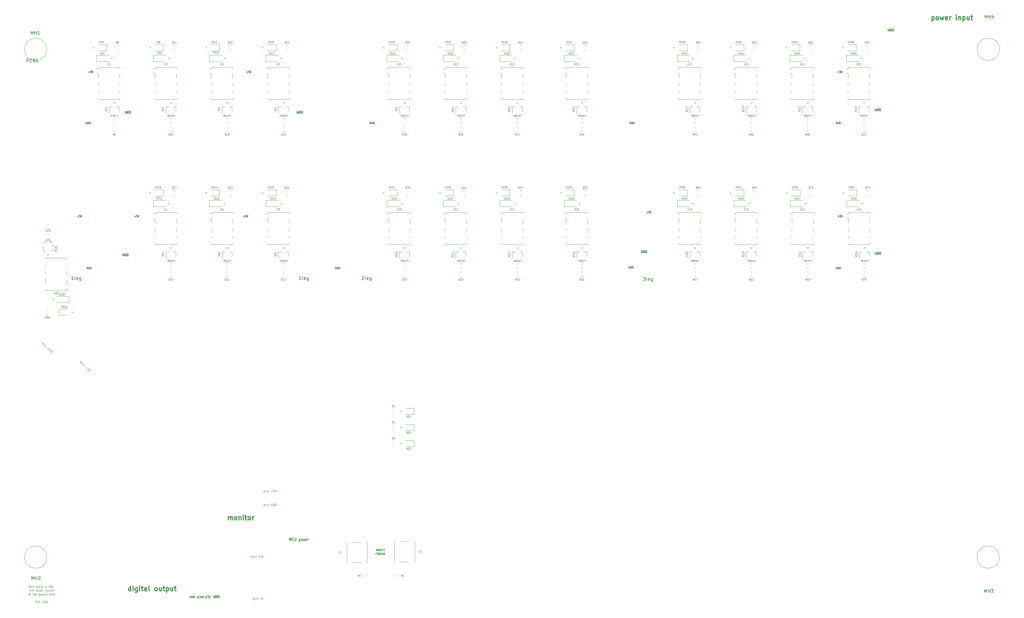
<source format=gbr>
%TF.GenerationSoftware,KiCad,Pcbnew,(5.99.0-12218-g749d2d5987)*%
%TF.CreationDate,2021-09-15T17:55:08+03:00*%
%TF.ProjectId,stend_main_stencil,7374656e-645f-46d6-9169-6e5f7374656e,rev*%
%TF.SameCoordinates,PX258bd10PYee998b0*%
%TF.FileFunction,Legend,Top*%
%TF.FilePolarity,Positive*%
%FSLAX46Y46*%
G04 Gerber Fmt 4.6, Leading zero omitted, Abs format (unit mm)*
G04 Created by KiCad (PCBNEW (5.99.0-12218-g749d2d5987)) date 2021-09-15 17:55:08*
%MOMM*%
%LPD*%
G01*
G04 APERTURE LIST*
%ADD10C,0.127000*%
%ADD11C,0.150000*%
%ADD12C,0.076200*%
%ADD13C,0.300000*%
%ADD14C,0.120000*%
G04 APERTURE END LIST*
D10*
X32632952Y110617000D02*
X32584571Y110653286D01*
X32512000Y110653286D01*
X32439428Y110617000D01*
X32391047Y110544429D01*
X32366857Y110471858D01*
X32342666Y110326715D01*
X32342666Y110217858D01*
X32366857Y110072715D01*
X32391047Y110000143D01*
X32439428Y109927572D01*
X32512000Y109891286D01*
X32560380Y109891286D01*
X32632952Y109927572D01*
X32657142Y109963858D01*
X32657142Y110217858D01*
X32560380Y110217858D01*
X32874857Y109891286D02*
X32874857Y110653286D01*
X33165142Y109891286D01*
X33165142Y110653286D01*
X33407047Y109891286D02*
X33407047Y110653286D01*
X33528000Y110653286D01*
X33600571Y110617000D01*
X33648952Y110544429D01*
X33673142Y110471858D01*
X33697333Y110326715D01*
X33697333Y110217858D01*
X33673142Y110072715D01*
X33648952Y110000143D01*
X33600571Y109927572D01*
X33528000Y109891286D01*
X33407047Y109891286D01*
X33915047Y109891286D02*
X33915047Y110653286D01*
X34036000Y110653286D01*
X34108571Y110617000D01*
X34156952Y110544429D01*
X34181142Y110471858D01*
X34205333Y110326715D01*
X34205333Y110217858D01*
X34181142Y110072715D01*
X34156952Y110000143D01*
X34108571Y109927572D01*
X34036000Y109891286D01*
X33915047Y109891286D01*
X20852190Y151547296D02*
X20852190Y152055296D01*
X20852190Y152309296D02*
X20828000Y152273010D01*
X20852190Y152236725D01*
X20876380Y152273010D01*
X20852190Y152309296D01*
X20852190Y152236725D01*
X21094095Y152055296D02*
X21094095Y151547296D01*
X21094095Y151982725D02*
X21118285Y152019010D01*
X21166666Y152055296D01*
X21239238Y152055296D01*
X21287619Y152019010D01*
X21311809Y151946439D01*
X21311809Y151547296D01*
X21529523Y151583582D02*
X21577904Y151547296D01*
X21674666Y151547296D01*
X21723047Y151583582D01*
X21747238Y151656153D01*
X21747238Y151692439D01*
X21723047Y151765010D01*
X21674666Y151801296D01*
X21602095Y151801296D01*
X21553714Y151837582D01*
X21529523Y151910153D01*
X21529523Y151946439D01*
X21553714Y152019010D01*
X21602095Y152055296D01*
X21674666Y152055296D01*
X21723047Y152019010D01*
X21892380Y152055296D02*
X22085904Y152055296D01*
X21964952Y152309296D02*
X21964952Y151656153D01*
X21989142Y151583582D01*
X22037523Y151547296D01*
X22085904Y151547296D01*
X22255238Y151547296D02*
X22255238Y152055296D01*
X22255238Y151910153D02*
X22279428Y151982725D01*
X22303619Y152019010D01*
X22352000Y152055296D01*
X22400380Y152055296D01*
X21106190Y105827286D02*
X21106190Y106335286D01*
X21106190Y106589286D02*
X21082000Y106553000D01*
X21106190Y106516715D01*
X21130380Y106553000D01*
X21106190Y106589286D01*
X21106190Y106516715D01*
X21348095Y106335286D02*
X21348095Y105827286D01*
X21348095Y106262715D02*
X21372285Y106299000D01*
X21420666Y106335286D01*
X21493238Y106335286D01*
X21541619Y106299000D01*
X21565809Y106226429D01*
X21565809Y105827286D01*
X21783523Y105863572D02*
X21831904Y105827286D01*
X21928666Y105827286D01*
X21977047Y105863572D01*
X22001238Y105936143D01*
X22001238Y105972429D01*
X21977047Y106045000D01*
X21928666Y106081286D01*
X21856095Y106081286D01*
X21807714Y106117572D01*
X21783523Y106190143D01*
X21783523Y106226429D01*
X21807714Y106299000D01*
X21856095Y106335286D01*
X21928666Y106335286D01*
X21977047Y106299000D01*
X22146380Y106335286D02*
X22339904Y106335286D01*
X22218952Y106589286D02*
X22218952Y105936143D01*
X22243142Y105863572D01*
X22291523Y105827286D01*
X22339904Y105827286D01*
X22509238Y105827286D02*
X22509238Y106335286D01*
X22509238Y106190143D02*
X22533428Y106262715D01*
X22557619Y106299000D01*
X22606000Y106335286D01*
X22654380Y106335286D01*
D11*
X107743809Y103322386D02*
X107791428Y103370005D01*
X107886666Y103417625D01*
X108124761Y103417625D01*
X108220000Y103370005D01*
X108267619Y103322386D01*
X108315238Y103227148D01*
X108315238Y103131910D01*
X108267619Y102989053D01*
X107696190Y102417625D01*
X108315238Y102417625D01*
X108743809Y102417625D02*
X108743809Y103084291D01*
X108743809Y102893815D02*
X108791428Y102989053D01*
X108839047Y103036672D01*
X108934285Y103084291D01*
X109029523Y103084291D01*
X109743809Y102465244D02*
X109648571Y102417625D01*
X109458095Y102417625D01*
X109362857Y102465244D01*
X109315238Y102560482D01*
X109315238Y102941434D01*
X109362857Y103036672D01*
X109458095Y103084291D01*
X109648571Y103084291D01*
X109743809Y103036672D01*
X109791428Y102941434D01*
X109791428Y102846196D01*
X109315238Y102750958D01*
X110648571Y103084291D02*
X110648571Y102274767D01*
X110600952Y102179529D01*
X110553333Y102131910D01*
X110458095Y102084291D01*
X110315238Y102084291D01*
X110220000Y102131910D01*
X110648571Y102465244D02*
X110553333Y102417625D01*
X110362857Y102417625D01*
X110267619Y102465244D01*
X110220000Y102512863D01*
X110172380Y102608101D01*
X110172380Y102893815D01*
X110220000Y102989053D01*
X110267619Y103036672D01*
X110362857Y103084291D01*
X110553333Y103084291D01*
X110648571Y103036672D01*
D12*
X2760738Y5918926D02*
X3002642Y5918926D01*
X2851452Y6172926D02*
X2851452Y5519783D01*
X2881690Y5447212D01*
X2942166Y5410926D01*
X3002642Y5410926D01*
X3214309Y5410926D02*
X3214309Y6172926D01*
X3486452Y5410926D02*
X3486452Y5810069D01*
X3456214Y5882640D01*
X3395738Y5918926D01*
X3305023Y5918926D01*
X3244547Y5882640D01*
X3214309Y5846355D01*
X3788833Y5410926D02*
X3788833Y5918926D01*
X3788833Y6172926D02*
X3758595Y6136640D01*
X3788833Y6100355D01*
X3819071Y6136640D01*
X3788833Y6172926D01*
X3788833Y6100355D01*
X4060976Y5447212D02*
X4121452Y5410926D01*
X4242404Y5410926D01*
X4302880Y5447212D01*
X4333119Y5519783D01*
X4333119Y5556069D01*
X4302880Y5628640D01*
X4242404Y5664926D01*
X4151690Y5664926D01*
X4091214Y5701212D01*
X4060976Y5773783D01*
X4060976Y5810069D01*
X4091214Y5882640D01*
X4151690Y5918926D01*
X4242404Y5918926D01*
X4302880Y5882640D01*
X5089071Y5410926D02*
X5089071Y5918926D01*
X5089071Y5846355D02*
X5119309Y5882640D01*
X5179785Y5918926D01*
X5270500Y5918926D01*
X5330976Y5882640D01*
X5361214Y5810069D01*
X5361214Y5410926D01*
X5361214Y5810069D02*
X5391452Y5882640D01*
X5451928Y5918926D01*
X5542642Y5918926D01*
X5603119Y5882640D01*
X5633357Y5810069D01*
X5633357Y5410926D01*
X6207880Y5410926D02*
X6207880Y5810069D01*
X6177642Y5882640D01*
X6117166Y5918926D01*
X5996214Y5918926D01*
X5935738Y5882640D01*
X6207880Y5447212D02*
X6147404Y5410926D01*
X5996214Y5410926D01*
X5935738Y5447212D01*
X5905500Y5519783D01*
X5905500Y5592355D01*
X5935738Y5664926D01*
X5996214Y5701212D01*
X6147404Y5701212D01*
X6207880Y5737498D01*
X6510261Y5410926D02*
X6510261Y5918926D01*
X6510261Y5773783D02*
X6540500Y5846355D01*
X6570738Y5882640D01*
X6631214Y5918926D01*
X6691690Y5918926D01*
X6903357Y5410926D02*
X6903357Y6172926D01*
X6963833Y5701212D02*
X7145261Y5410926D01*
X7145261Y5918926D02*
X6903357Y5628640D01*
X7901214Y5410926D02*
X7901214Y5918926D01*
X7901214Y6172926D02*
X7870976Y6136640D01*
X7901214Y6100355D01*
X7931452Y6136640D01*
X7901214Y6172926D01*
X7901214Y6100355D01*
X8173357Y5447212D02*
X8233833Y5410926D01*
X8354785Y5410926D01*
X8415261Y5447212D01*
X8445500Y5519783D01*
X8445500Y5556069D01*
X8415261Y5628640D01*
X8354785Y5664926D01*
X8264071Y5664926D01*
X8203595Y5701212D01*
X8173357Y5773783D01*
X8173357Y5810069D01*
X8203595Y5882640D01*
X8264071Y5918926D01*
X8354785Y5918926D01*
X8415261Y5882640D01*
X9110738Y5918926D02*
X9352642Y5918926D01*
X9201452Y6172926D02*
X9201452Y5519783D01*
X9231690Y5447212D01*
X9292166Y5410926D01*
X9352642Y5410926D01*
X9564309Y5410926D02*
X9564309Y6172926D01*
X9836452Y5410926D02*
X9836452Y5810069D01*
X9806214Y5882640D01*
X9745738Y5918926D01*
X9655023Y5918926D01*
X9594547Y5882640D01*
X9564309Y5846355D01*
X10380738Y5447212D02*
X10320261Y5410926D01*
X10199309Y5410926D01*
X10138833Y5447212D01*
X10108595Y5519783D01*
X10108595Y5810069D01*
X10138833Y5882640D01*
X10199309Y5918926D01*
X10320261Y5918926D01*
X10380738Y5882640D01*
X10410976Y5810069D01*
X10410976Y5737498D01*
X10108595Y5664926D01*
X3108476Y4184106D02*
X3048000Y4220392D01*
X3017761Y4292963D01*
X3017761Y4946106D01*
X3592285Y4220392D02*
X3531809Y4184106D01*
X3410857Y4184106D01*
X3350380Y4220392D01*
X3320142Y4292963D01*
X3320142Y4583249D01*
X3350380Y4655820D01*
X3410857Y4692106D01*
X3531809Y4692106D01*
X3592285Y4655820D01*
X3622523Y4583249D01*
X3622523Y4510678D01*
X3320142Y4438106D01*
X3803952Y4692106D02*
X4045857Y4692106D01*
X3894666Y4184106D02*
X3894666Y4837249D01*
X3924904Y4909820D01*
X3985380Y4946106D01*
X4045857Y4946106D01*
X4166809Y4692106D02*
X4408714Y4692106D01*
X4257523Y4946106D02*
X4257523Y4292963D01*
X4287761Y4220392D01*
X4348238Y4184106D01*
X4408714Y4184106D01*
X5376333Y4184106D02*
X5376333Y4946106D01*
X5376333Y4220392D02*
X5315857Y4184106D01*
X5194904Y4184106D01*
X5134428Y4220392D01*
X5104190Y4256678D01*
X5073952Y4329249D01*
X5073952Y4546963D01*
X5104190Y4619535D01*
X5134428Y4655820D01*
X5194904Y4692106D01*
X5315857Y4692106D01*
X5376333Y4655820D01*
X5769428Y4184106D02*
X5708952Y4220392D01*
X5678714Y4256678D01*
X5648476Y4329249D01*
X5648476Y4546963D01*
X5678714Y4619535D01*
X5708952Y4655820D01*
X5769428Y4692106D01*
X5860142Y4692106D01*
X5920619Y4655820D01*
X5950857Y4619535D01*
X5981095Y4546963D01*
X5981095Y4329249D01*
X5950857Y4256678D01*
X5920619Y4220392D01*
X5860142Y4184106D01*
X5769428Y4184106D01*
X6192761Y4692106D02*
X6313714Y4184106D01*
X6434666Y4546963D01*
X6555619Y4184106D01*
X6676571Y4692106D01*
X6918476Y4692106D02*
X6918476Y4184106D01*
X6918476Y4619535D02*
X6948714Y4655820D01*
X7009190Y4692106D01*
X7099904Y4692106D01*
X7160380Y4655820D01*
X7190619Y4583249D01*
X7190619Y4184106D01*
X8248952Y4220392D02*
X8188476Y4184106D01*
X8067523Y4184106D01*
X8007047Y4220392D01*
X7976809Y4256678D01*
X7946571Y4329249D01*
X7946571Y4546963D01*
X7976809Y4619535D01*
X8007047Y4655820D01*
X8067523Y4692106D01*
X8188476Y4692106D01*
X8248952Y4655820D01*
X8611809Y4184106D02*
X8551333Y4220392D01*
X8521095Y4256678D01*
X8490857Y4329249D01*
X8490857Y4546963D01*
X8521095Y4619535D01*
X8551333Y4655820D01*
X8611809Y4692106D01*
X8702523Y4692106D01*
X8763000Y4655820D01*
X8793238Y4619535D01*
X8823476Y4546963D01*
X8823476Y4329249D01*
X8793238Y4256678D01*
X8763000Y4220392D01*
X8702523Y4184106D01*
X8611809Y4184106D01*
X9095619Y4184106D02*
X9095619Y4692106D01*
X9095619Y4546963D02*
X9125857Y4619535D01*
X9156095Y4655820D01*
X9216571Y4692106D01*
X9277047Y4692106D01*
X9488714Y4692106D02*
X9488714Y4184106D01*
X9488714Y4619535D02*
X9518952Y4655820D01*
X9579428Y4692106D01*
X9670142Y4692106D01*
X9730619Y4655820D01*
X9760857Y4583249D01*
X9760857Y4184106D01*
X10305142Y4220392D02*
X10244666Y4184106D01*
X10123714Y4184106D01*
X10063238Y4220392D01*
X10033000Y4292963D01*
X10033000Y4583249D01*
X10063238Y4655820D01*
X10123714Y4692106D01*
X10244666Y4692106D01*
X10305142Y4655820D01*
X10335380Y4583249D01*
X10335380Y4510678D01*
X10033000Y4438106D01*
X10607523Y4184106D02*
X10607523Y4692106D01*
X10607523Y4546963D02*
X10637761Y4619535D01*
X10668000Y4655820D01*
X10728476Y4692106D01*
X10788952Y4692106D01*
X2790976Y2957286D02*
X2730500Y2993572D01*
X2700261Y3029858D01*
X2670023Y3102429D01*
X2670023Y3320143D01*
X2700261Y3392715D01*
X2730500Y3429000D01*
X2790976Y3465286D01*
X2881690Y3465286D01*
X2942166Y3429000D01*
X2972404Y3392715D01*
X3002642Y3320143D01*
X3002642Y3102429D01*
X2972404Y3029858D01*
X2942166Y2993572D01*
X2881690Y2957286D01*
X2790976Y2957286D01*
X3184071Y3465286D02*
X3425976Y3465286D01*
X3274785Y2957286D02*
X3274785Y3610429D01*
X3305023Y3683000D01*
X3365500Y3719286D01*
X3425976Y3719286D01*
X4030738Y3465286D02*
X4272642Y3465286D01*
X4121452Y3719286D02*
X4121452Y3066143D01*
X4151690Y2993572D01*
X4212166Y2957286D01*
X4272642Y2957286D01*
X4484309Y2957286D02*
X4484309Y3719286D01*
X4756452Y2957286D02*
X4756452Y3356429D01*
X4726214Y3429000D01*
X4665738Y3465286D01*
X4575023Y3465286D01*
X4514547Y3429000D01*
X4484309Y3392715D01*
X5300738Y2993572D02*
X5240261Y2957286D01*
X5119309Y2957286D01*
X5058833Y2993572D01*
X5028595Y3066143D01*
X5028595Y3356429D01*
X5058833Y3429000D01*
X5119309Y3465286D01*
X5240261Y3465286D01*
X5300738Y3429000D01*
X5330976Y3356429D01*
X5330976Y3283858D01*
X5028595Y3211286D01*
X6086928Y2957286D02*
X6086928Y3719286D01*
X6086928Y3429000D02*
X6147404Y3465286D01*
X6268357Y3465286D01*
X6328833Y3429000D01*
X6359071Y3392715D01*
X6389309Y3320143D01*
X6389309Y3102429D01*
X6359071Y3029858D01*
X6328833Y2993572D01*
X6268357Y2957286D01*
X6147404Y2957286D01*
X6086928Y2993572D01*
X6752166Y2957286D02*
X6691690Y2993572D01*
X6661452Y3029858D01*
X6631214Y3102429D01*
X6631214Y3320143D01*
X6661452Y3392715D01*
X6691690Y3429000D01*
X6752166Y3465286D01*
X6842880Y3465286D01*
X6903357Y3429000D01*
X6933595Y3392715D01*
X6963833Y3320143D01*
X6963833Y3102429D01*
X6933595Y3029858D01*
X6903357Y2993572D01*
X6842880Y2957286D01*
X6752166Y2957286D01*
X7508119Y2957286D02*
X7508119Y3356429D01*
X7477880Y3429000D01*
X7417404Y3465286D01*
X7296452Y3465286D01*
X7235976Y3429000D01*
X7508119Y2993572D02*
X7447642Y2957286D01*
X7296452Y2957286D01*
X7235976Y2993572D01*
X7205738Y3066143D01*
X7205738Y3138715D01*
X7235976Y3211286D01*
X7296452Y3247572D01*
X7447642Y3247572D01*
X7508119Y3283858D01*
X7810500Y2957286D02*
X7810500Y3465286D01*
X7810500Y3320143D02*
X7840738Y3392715D01*
X7870976Y3429000D01*
X7931452Y3465286D01*
X7991928Y3465286D01*
X8475738Y2957286D02*
X8475738Y3719286D01*
X8475738Y2993572D02*
X8415261Y2957286D01*
X8294309Y2957286D01*
X8233833Y2993572D01*
X8203595Y3029858D01*
X8173357Y3102429D01*
X8173357Y3320143D01*
X8203595Y3392715D01*
X8233833Y3429000D01*
X8294309Y3465286D01*
X8415261Y3465286D01*
X8475738Y3429000D01*
X9261928Y2957286D02*
X9261928Y3719286D01*
X9534071Y2957286D02*
X9534071Y3356429D01*
X9503833Y3429000D01*
X9443357Y3465286D01*
X9352642Y3465286D01*
X9292166Y3429000D01*
X9261928Y3392715D01*
X10078357Y2993572D02*
X10017880Y2957286D01*
X9896928Y2957286D01*
X9836452Y2993572D01*
X9806214Y3066143D01*
X9806214Y3356429D01*
X9836452Y3429000D01*
X9896928Y3465286D01*
X10017880Y3465286D01*
X10078357Y3429000D01*
X10108595Y3356429D01*
X10108595Y3283858D01*
X9806214Y3211286D01*
X10380738Y2957286D02*
X10380738Y3465286D01*
X10380738Y3320143D02*
X10410976Y3392715D01*
X10441214Y3429000D01*
X10501690Y3465286D01*
X10562166Y3465286D01*
X11015738Y2993572D02*
X10955261Y2957286D01*
X10834309Y2957286D01*
X10773833Y2993572D01*
X10743595Y3066143D01*
X10743595Y3356429D01*
X10773833Y3429000D01*
X10834309Y3465286D01*
X10955261Y3465286D01*
X11015738Y3429000D01*
X11045976Y3356429D01*
X11045976Y3283858D01*
X10743595Y3211286D01*
X4726214Y1265646D02*
X5089071Y1265646D01*
X4907642Y503646D02*
X4907642Y1265646D01*
X5421690Y1265646D02*
X5542642Y1265646D01*
X5603119Y1229360D01*
X5663595Y1156789D01*
X5693833Y1011646D01*
X5693833Y757646D01*
X5663595Y612503D01*
X5603119Y539932D01*
X5542642Y503646D01*
X5421690Y503646D01*
X5361214Y539932D01*
X5300738Y612503D01*
X5270500Y757646D01*
X5270500Y1011646D01*
X5300738Y1156789D01*
X5361214Y1229360D01*
X5421690Y1265646D01*
X5965976Y503646D02*
X5965976Y1265646D01*
X6207880Y1265646D01*
X6268357Y1229360D01*
X6298595Y1193075D01*
X6328833Y1120503D01*
X6328833Y1011646D01*
X6298595Y939075D01*
X6268357Y902789D01*
X6207880Y866503D01*
X5965976Y866503D01*
X7054547Y539932D02*
X7145261Y503646D01*
X7296452Y503646D01*
X7356928Y539932D01*
X7387166Y576218D01*
X7417404Y648789D01*
X7417404Y721360D01*
X7387166Y793932D01*
X7356928Y830218D01*
X7296452Y866503D01*
X7175500Y902789D01*
X7115023Y939075D01*
X7084785Y975360D01*
X7054547Y1047932D01*
X7054547Y1120503D01*
X7084785Y1193075D01*
X7115023Y1229360D01*
X7175500Y1265646D01*
X7326690Y1265646D01*
X7417404Y1229360D01*
X7689547Y503646D02*
X7689547Y1265646D01*
X7991928Y503646D02*
X7991928Y1265646D01*
X8143119Y1265646D01*
X8233833Y1229360D01*
X8294309Y1156789D01*
X8324547Y1084218D01*
X8354785Y939075D01*
X8354785Y830218D01*
X8324547Y685075D01*
X8294309Y612503D01*
X8233833Y539932D01*
X8143119Y503646D01*
X7991928Y503646D01*
X8626928Y902789D02*
X8838595Y902789D01*
X8929309Y503646D02*
X8626928Y503646D01*
X8626928Y1265646D01*
X8929309Y1265646D01*
D10*
X257072190Y105827286D02*
X257072190Y106335286D01*
X257072190Y106589286D02*
X257048000Y106553000D01*
X257072190Y106516715D01*
X257096380Y106553000D01*
X257072190Y106589286D01*
X257072190Y106516715D01*
X257314095Y106335286D02*
X257314095Y105827286D01*
X257314095Y106262715D02*
X257338285Y106299000D01*
X257386666Y106335286D01*
X257459238Y106335286D01*
X257507619Y106299000D01*
X257531809Y106226429D01*
X257531809Y105827286D01*
X257749523Y105863572D02*
X257797904Y105827286D01*
X257894666Y105827286D01*
X257943047Y105863572D01*
X257967238Y105936143D01*
X257967238Y105972429D01*
X257943047Y106045000D01*
X257894666Y106081286D01*
X257822095Y106081286D01*
X257773714Y106117572D01*
X257749523Y106190143D01*
X257749523Y106226429D01*
X257773714Y106299000D01*
X257822095Y106335286D01*
X257894666Y106335286D01*
X257943047Y106299000D01*
X258112380Y106335286D02*
X258305904Y106335286D01*
X258184952Y106589286D02*
X258184952Y105936143D01*
X258209142Y105863572D01*
X258257523Y105827286D01*
X258305904Y105827286D01*
X258475238Y105827286D02*
X258475238Y106335286D01*
X258475238Y106190143D02*
X258499428Y106262715D01*
X258523619Y106299000D01*
X258572000Y106335286D01*
X258620380Y106335286D01*
X58456285Y2231572D02*
X58504666Y2195286D01*
X58601428Y2195286D01*
X58649809Y2231572D01*
X58674000Y2304143D01*
X58674000Y2340429D01*
X58649809Y2413000D01*
X58601428Y2449286D01*
X58528857Y2449286D01*
X58480476Y2485572D01*
X58456285Y2558143D01*
X58456285Y2594429D01*
X58480476Y2667000D01*
X58528857Y2703286D01*
X58601428Y2703286D01*
X58649809Y2667000D01*
X59254571Y2993572D02*
X58819142Y2013858D01*
X59423904Y2195286D02*
X59423904Y2703286D01*
X59423904Y2957286D02*
X59399714Y2921000D01*
X59423904Y2884715D01*
X59448095Y2921000D01*
X59423904Y2957286D01*
X59423904Y2884715D01*
X59665809Y2703286D02*
X59665809Y2195286D01*
X59665809Y2630715D02*
X59690000Y2667000D01*
X59738380Y2703286D01*
X59810952Y2703286D01*
X59859333Y2667000D01*
X59883523Y2594429D01*
X59883523Y2195286D01*
X21698857Y167839572D02*
X22085904Y167839572D01*
X21892380Y167549286D02*
X21892380Y168129858D01*
X22569714Y168311286D02*
X22327809Y168311286D01*
X22303619Y167948429D01*
X22327809Y167984715D01*
X22376190Y168021000D01*
X22497142Y168021000D01*
X22545523Y167984715D01*
X22569714Y167948429D01*
X22593904Y167875858D01*
X22593904Y167694429D01*
X22569714Y167621858D01*
X22545523Y167585572D01*
X22497142Y167549286D01*
X22376190Y167549286D01*
X22327809Y167585572D01*
X22303619Y167621858D01*
X22739047Y168311286D02*
X22908380Y167549286D01*
X23077714Y168311286D01*
X84908571Y20114381D02*
X84908571Y21130381D01*
X85162571Y20404667D01*
X85416571Y21130381D01*
X85416571Y20114381D01*
X86214857Y20211143D02*
X86178571Y20162762D01*
X86069714Y20114381D01*
X85997142Y20114381D01*
X85888285Y20162762D01*
X85815714Y20259524D01*
X85779428Y20356286D01*
X85743142Y20549810D01*
X85743142Y20694953D01*
X85779428Y20888477D01*
X85815714Y20985239D01*
X85888285Y21082000D01*
X85997142Y21130381D01*
X86069714Y21130381D01*
X86178571Y21082000D01*
X86214857Y21033620D01*
X86541428Y21130381D02*
X86541428Y20307905D01*
X86577714Y20211143D01*
X86614000Y20162762D01*
X86686571Y20114381D01*
X86831714Y20114381D01*
X86904285Y20162762D01*
X86940571Y20211143D01*
X86976857Y20307905D01*
X86976857Y21130381D01*
X87920285Y20791715D02*
X87920285Y19775715D01*
X87920285Y20743334D02*
X87992857Y20791715D01*
X88138000Y20791715D01*
X88210571Y20743334D01*
X88246857Y20694953D01*
X88283142Y20598191D01*
X88283142Y20307905D01*
X88246857Y20211143D01*
X88210571Y20162762D01*
X88138000Y20114381D01*
X87992857Y20114381D01*
X87920285Y20162762D01*
X88718571Y20114381D02*
X88646000Y20162762D01*
X88609714Y20211143D01*
X88573428Y20307905D01*
X88573428Y20598191D01*
X88609714Y20694953D01*
X88646000Y20743334D01*
X88718571Y20791715D01*
X88827428Y20791715D01*
X88900000Y20743334D01*
X88936285Y20694953D01*
X88972571Y20598191D01*
X88972571Y20307905D01*
X88936285Y20211143D01*
X88900000Y20162762D01*
X88827428Y20114381D01*
X88718571Y20114381D01*
X89226571Y20791715D02*
X89371714Y20114381D01*
X89516857Y20598191D01*
X89662000Y20114381D01*
X89807142Y20791715D01*
X90387714Y20162762D02*
X90315142Y20114381D01*
X90170000Y20114381D01*
X90097428Y20162762D01*
X90061142Y20259524D01*
X90061142Y20646572D01*
X90097428Y20743334D01*
X90170000Y20791715D01*
X90315142Y20791715D01*
X90387714Y20743334D01*
X90424000Y20646572D01*
X90424000Y20549810D01*
X90061142Y20453048D01*
X90750571Y20114381D02*
X90750571Y20791715D01*
X90750571Y20598191D02*
X90786857Y20694953D01*
X90823142Y20743334D01*
X90895714Y20791715D01*
X90968285Y20791715D01*
D12*
X18886994Y76383506D02*
X19246204Y76742716D01*
X19194889Y76691401D02*
X19241928Y76695677D01*
X19310349Y76678572D01*
X19374494Y76614427D01*
X19391599Y76546006D01*
X19361665Y76473309D01*
X19079428Y76191072D01*
X19361665Y76473309D02*
X19434362Y76503243D01*
X19502783Y76486138D01*
X19566928Y76421993D01*
X19584033Y76353572D01*
X19554099Y76280875D01*
X19271862Y75998638D01*
X19703770Y75618046D02*
X19635349Y75635151D01*
X19549823Y75720678D01*
X19532717Y75789099D01*
X19536994Y75836138D01*
X19566928Y75908835D01*
X19720875Y76062783D01*
X19793572Y76092717D01*
X19840612Y76096993D01*
X19909033Y76079888D01*
X19994559Y75994362D01*
X20011664Y75925941D01*
X20422190Y75566730D02*
X20062980Y75207520D01*
X20229756Y75759165D02*
X19947520Y75476928D01*
X19917586Y75404231D01*
X19934691Y75335810D01*
X19998835Y75271665D01*
X20067256Y75254560D01*
X20114296Y75258836D01*
X20824164Y74856863D02*
X21166269Y74514758D01*
X20789953Y74480547D02*
X21200479Y74891073D01*
X21927452Y74420679D02*
X21713637Y74634494D01*
X21435676Y74399297D01*
X21482716Y74403573D01*
X21551137Y74386468D01*
X21658045Y74279560D01*
X21675150Y74211139D01*
X21670874Y74164100D01*
X21640939Y74091403D01*
X21512650Y73963113D01*
X21439953Y73933179D01*
X21392913Y73928903D01*
X21324492Y73946008D01*
X21217585Y74052916D01*
X21200479Y74121337D01*
X21204756Y74168376D01*
X22077123Y74271008D02*
X21687979Y73582521D01*
X22376465Y73971666D01*
D11*
X196342201Y103163620D02*
X196961249Y103163620D01*
X196627915Y102782667D01*
X196770772Y102782667D01*
X196866011Y102735048D01*
X196913630Y102687429D01*
X196961249Y102592191D01*
X196961249Y102354096D01*
X196913630Y102258858D01*
X196866011Y102211239D01*
X196770772Y102163620D01*
X196485058Y102163620D01*
X196389820Y102211239D01*
X196342201Y102258858D01*
X197389820Y102163620D02*
X197389820Y102830286D01*
X197389820Y102639810D02*
X197437439Y102735048D01*
X197485058Y102782667D01*
X197580296Y102830286D01*
X197675534Y102830286D01*
X198389820Y102211239D02*
X198294582Y102163620D01*
X198104106Y102163620D01*
X198008868Y102211239D01*
X197961249Y102306477D01*
X197961249Y102687429D01*
X198008868Y102782667D01*
X198104106Y102830286D01*
X198294582Y102830286D01*
X198389820Y102782667D01*
X198437439Y102687429D01*
X198437439Y102592191D01*
X197961249Y102496953D01*
X199294582Y102830286D02*
X199294582Y102020762D01*
X199246963Y101925524D01*
X199199344Y101877905D01*
X199104106Y101830286D01*
X198961249Y101830286D01*
X198866011Y101877905D01*
X199294582Y102211239D02*
X199199344Y102163620D01*
X199008868Y102163620D01*
X198913630Y102211239D01*
X198866011Y102258858D01*
X198818391Y102354096D01*
X198818391Y102639810D01*
X198866011Y102735048D01*
X198913630Y102782667D01*
X199008868Y102830286D01*
X199199344Y102830286D01*
X199294582Y102782667D01*
D10*
X71482857Y167839572D02*
X71869904Y167839572D01*
X71676380Y167549286D02*
X71676380Y168129858D01*
X72353714Y168311286D02*
X72111809Y168311286D01*
X72087619Y167948429D01*
X72111809Y167984715D01*
X72160190Y168021000D01*
X72281142Y168021000D01*
X72329523Y167984715D01*
X72353714Y167948429D01*
X72377904Y167875858D01*
X72377904Y167694429D01*
X72353714Y167621858D01*
X72329523Y167585572D01*
X72281142Y167549286D01*
X72160190Y167549286D01*
X72111809Y167585572D01*
X72087619Y167621858D01*
X72523047Y168311286D02*
X72692380Y167549286D01*
X72861714Y168311286D01*
X99338190Y105827286D02*
X99338190Y106335286D01*
X99338190Y106589286D02*
X99314000Y106553000D01*
X99338190Y106516715D01*
X99362380Y106553000D01*
X99338190Y106589286D01*
X99338190Y106516715D01*
X99580095Y106335286D02*
X99580095Y105827286D01*
X99580095Y106262715D02*
X99604285Y106299000D01*
X99652666Y106335286D01*
X99725238Y106335286D01*
X99773619Y106299000D01*
X99797809Y106226429D01*
X99797809Y105827286D01*
X100015523Y105863572D02*
X100063904Y105827286D01*
X100160666Y105827286D01*
X100209047Y105863572D01*
X100233238Y105936143D01*
X100233238Y105972429D01*
X100209047Y106045000D01*
X100160666Y106081286D01*
X100088095Y106081286D01*
X100039714Y106117572D01*
X100015523Y106190143D01*
X100015523Y106226429D01*
X100039714Y106299000D01*
X100088095Y106335286D01*
X100160666Y106335286D01*
X100209047Y106299000D01*
X100378380Y106335286D02*
X100571904Y106335286D01*
X100450952Y106589286D02*
X100450952Y105936143D01*
X100475142Y105863572D01*
X100523523Y105827286D01*
X100571904Y105827286D01*
X100741238Y105827286D02*
X100741238Y106335286D01*
X100741238Y106190143D02*
X100765428Y106262715D01*
X100789619Y106299000D01*
X100838000Y106335286D01*
X100886380Y106335286D01*
X36176857Y122373572D02*
X36563904Y122373572D01*
X36370380Y122083286D02*
X36370380Y122663858D01*
X37047714Y122845286D02*
X36805809Y122845286D01*
X36781619Y122482429D01*
X36805809Y122518715D01*
X36854190Y122555000D01*
X36975142Y122555000D01*
X37023523Y122518715D01*
X37047714Y122482429D01*
X37071904Y122409858D01*
X37071904Y122228429D01*
X37047714Y122155858D01*
X37023523Y122119572D01*
X36975142Y122083286D01*
X36854190Y122083286D01*
X36805809Y122119572D01*
X36781619Y122155858D01*
X37217047Y122845286D02*
X37386380Y122083286D01*
X37555714Y122845286D01*
X87496952Y155575010D02*
X87448571Y155611296D01*
X87376000Y155611296D01*
X87303428Y155575010D01*
X87255047Y155502439D01*
X87230857Y155429868D01*
X87206666Y155284725D01*
X87206666Y155175868D01*
X87230857Y155030725D01*
X87255047Y154958153D01*
X87303428Y154885582D01*
X87376000Y154849296D01*
X87424380Y154849296D01*
X87496952Y154885582D01*
X87521142Y154921868D01*
X87521142Y155175868D01*
X87424380Y155175868D01*
X87738857Y154849296D02*
X87738857Y155611296D01*
X88029142Y154849296D01*
X88029142Y155611296D01*
X88271047Y154849296D02*
X88271047Y155611296D01*
X88392000Y155611296D01*
X88464571Y155575010D01*
X88512952Y155502439D01*
X88537142Y155429868D01*
X88561333Y155284725D01*
X88561333Y155175868D01*
X88537142Y155030725D01*
X88512952Y154958153D01*
X88464571Y154885582D01*
X88392000Y154849296D01*
X88271047Y154849296D01*
X88779047Y154849296D02*
X88779047Y155611296D01*
X88900000Y155611296D01*
X88972571Y155575010D01*
X89020952Y155502439D01*
X89045142Y155429868D01*
X89069333Y155284725D01*
X89069333Y155175868D01*
X89045142Y155030725D01*
X89020952Y154958153D01*
X88972571Y154885582D01*
X88900000Y154849296D01*
X88779047Y154849296D01*
D11*
X88503238Y102417620D02*
X87931809Y102417620D01*
X88217523Y102417620D02*
X88217523Y103417620D01*
X88122285Y103274762D01*
X88027047Y103179524D01*
X87931809Y103131905D01*
X88931809Y102417620D02*
X88931809Y103084286D01*
X88931809Y102893810D02*
X88979428Y102989048D01*
X89027047Y103036667D01*
X89122285Y103084286D01*
X89217523Y103084286D01*
X89931809Y102465239D02*
X89836571Y102417620D01*
X89646095Y102417620D01*
X89550857Y102465239D01*
X89503238Y102560477D01*
X89503238Y102941429D01*
X89550857Y103036667D01*
X89646095Y103084286D01*
X89836571Y103084286D01*
X89931809Y103036667D01*
X89979428Y102941429D01*
X89979428Y102846191D01*
X89503238Y102750953D01*
X90836571Y103084286D02*
X90836571Y102274762D01*
X90788952Y102179524D01*
X90741333Y102131905D01*
X90646095Y102084286D01*
X90503238Y102084286D01*
X90408000Y102131905D01*
X90836571Y102465239D02*
X90741333Y102417620D01*
X90550857Y102417620D01*
X90455619Y102465239D01*
X90408000Y102512858D01*
X90360380Y102608096D01*
X90360380Y102893810D01*
X90408000Y102989048D01*
X90455619Y103036667D01*
X90550857Y103084286D01*
X90741333Y103084286D01*
X90836571Y103036667D01*
D10*
X269614952Y111125000D02*
X269566571Y111161286D01*
X269494000Y111161286D01*
X269421428Y111125000D01*
X269373047Y111052429D01*
X269348857Y110979858D01*
X269324666Y110834715D01*
X269324666Y110725858D01*
X269348857Y110580715D01*
X269373047Y110508143D01*
X269421428Y110435572D01*
X269494000Y110399286D01*
X269542380Y110399286D01*
X269614952Y110435572D01*
X269639142Y110471858D01*
X269639142Y110725858D01*
X269542380Y110725858D01*
X269856857Y110399286D02*
X269856857Y111161286D01*
X270147142Y110399286D01*
X270147142Y111161286D01*
X270389047Y110399286D02*
X270389047Y111161286D01*
X270510000Y111161286D01*
X270582571Y111125000D01*
X270630952Y111052429D01*
X270655142Y110979858D01*
X270679333Y110834715D01*
X270679333Y110725858D01*
X270655142Y110580715D01*
X270630952Y110508143D01*
X270582571Y110435572D01*
X270510000Y110399286D01*
X270389047Y110399286D01*
X270897047Y110399286D02*
X270897047Y111161286D01*
X271018000Y111161286D01*
X271090571Y111125000D01*
X271138952Y111052429D01*
X271163142Y110979858D01*
X271187333Y110834715D01*
X271187333Y110725858D01*
X271163142Y110580715D01*
X271138952Y110508143D01*
X271090571Y110435572D01*
X271018000Y110399286D01*
X270897047Y110399286D01*
X70466857Y122373572D02*
X70853904Y122373572D01*
X70660380Y122083286D02*
X70660380Y122663858D01*
X71337714Y122845286D02*
X71095809Y122845286D01*
X71071619Y122482429D01*
X71095809Y122518715D01*
X71144190Y122555000D01*
X71265142Y122555000D01*
X71313523Y122518715D01*
X71337714Y122482429D01*
X71361904Y122409858D01*
X71361904Y122228429D01*
X71337714Y122155858D01*
X71313523Y122119572D01*
X71265142Y122083286D01*
X71144190Y122083286D01*
X71095809Y122119572D01*
X71071619Y122155858D01*
X71507047Y122845286D02*
X71676380Y122083286D01*
X71845714Y122845286D01*
X257072078Y151547296D02*
X257072078Y152055296D01*
X257072078Y152309296D02*
X257047888Y152273010D01*
X257072078Y152236725D01*
X257096268Y152273010D01*
X257072078Y152309296D01*
X257072078Y152236725D01*
X257313983Y152055296D02*
X257313983Y151547296D01*
X257313983Y151982725D02*
X257338173Y152019010D01*
X257386554Y152055296D01*
X257459126Y152055296D01*
X257507507Y152019010D01*
X257531697Y151946439D01*
X257531697Y151547296D01*
X257749411Y151583582D02*
X257797792Y151547296D01*
X257894554Y151547296D01*
X257942935Y151583582D01*
X257967126Y151656153D01*
X257967126Y151692439D01*
X257942935Y151765010D01*
X257894554Y151801296D01*
X257821983Y151801296D01*
X257773602Y151837582D01*
X257749411Y151910153D01*
X257749411Y151946439D01*
X257773602Y152019010D01*
X257821983Y152055296D01*
X257894554Y152055296D01*
X257942935Y152019010D01*
X258112268Y152055296D02*
X258305792Y152055296D01*
X258184840Y152309296D02*
X258184840Y151656153D01*
X258209030Y151583582D01*
X258257411Y151547296D01*
X258305792Y151547296D01*
X258475126Y151547296D02*
X258475126Y152055296D01*
X258475126Y151910153D02*
X258499316Y151982725D01*
X258523507Y152019010D01*
X258571888Y152055296D01*
X258620268Y152055296D01*
D12*
X73312261Y1723572D02*
X73372738Y1687286D01*
X73493690Y1687286D01*
X73554166Y1723572D01*
X73584404Y1796143D01*
X73584404Y1832429D01*
X73554166Y1905000D01*
X73493690Y1941286D01*
X73402976Y1941286D01*
X73342500Y1977572D01*
X73312261Y2050143D01*
X73312261Y2086429D01*
X73342500Y2159000D01*
X73402976Y2195286D01*
X73493690Y2195286D01*
X73554166Y2159000D01*
X73796071Y2195286D02*
X73947261Y1687286D01*
X74098452Y2195286D02*
X73947261Y1687286D01*
X73886785Y1505858D01*
X73856547Y1469572D01*
X73796071Y1433286D01*
X74340357Y2195286D02*
X74340357Y1687286D01*
X74340357Y2122715D02*
X74370595Y2159000D01*
X74431071Y2195286D01*
X74521785Y2195286D01*
X74582261Y2159000D01*
X74612500Y2086429D01*
X74612500Y1687286D01*
X75187023Y1723572D02*
X75126547Y1687286D01*
X75005595Y1687286D01*
X74945119Y1723572D01*
X74914880Y1759858D01*
X74884642Y1832429D01*
X74884642Y2050143D01*
X74914880Y2122715D01*
X74945119Y2159000D01*
X75005595Y2195286D01*
X75126547Y2195286D01*
X75187023Y2159000D01*
X75942976Y1687286D02*
X75942976Y2195286D01*
X75942976Y2449286D02*
X75912738Y2413000D01*
X75942976Y2376715D01*
X75973214Y2413000D01*
X75942976Y2449286D01*
X75942976Y2376715D01*
X76245357Y2195286D02*
X76245357Y1687286D01*
X76245357Y2122715D02*
X76275595Y2159000D01*
X76336071Y2195286D01*
X76426785Y2195286D01*
X76487261Y2159000D01*
X76517500Y2086429D01*
X76517500Y1687286D01*
X76698928Y31151286D02*
X76698928Y31659286D01*
X76698928Y31586715D02*
X76729166Y31623000D01*
X76789642Y31659286D01*
X76880357Y31659286D01*
X76940833Y31623000D01*
X76971071Y31550429D01*
X76971071Y31151286D01*
X76971071Y31550429D02*
X77001309Y31623000D01*
X77061785Y31659286D01*
X77152500Y31659286D01*
X77212976Y31623000D01*
X77243214Y31550429D01*
X77243214Y31151286D01*
X77817738Y31187572D02*
X77757261Y31151286D01*
X77636309Y31151286D01*
X77575833Y31187572D01*
X77545595Y31223858D01*
X77515357Y31296429D01*
X77515357Y31514143D01*
X77545595Y31586715D01*
X77575833Y31623000D01*
X77636309Y31659286D01*
X77757261Y31659286D01*
X77817738Y31623000D01*
X78362023Y31659286D02*
X78362023Y31151286D01*
X78089880Y31659286D02*
X78089880Y31260143D01*
X78120119Y31187572D01*
X78180595Y31151286D01*
X78271309Y31151286D01*
X78331785Y31187572D01*
X78362023Y31223858D01*
X79480833Y31877000D02*
X79420357Y31913286D01*
X79329642Y31913286D01*
X79238928Y31877000D01*
X79178452Y31804429D01*
X79148214Y31731858D01*
X79117976Y31586715D01*
X79117976Y31477858D01*
X79148214Y31332715D01*
X79178452Y31260143D01*
X79238928Y31187572D01*
X79329642Y31151286D01*
X79390119Y31151286D01*
X79480833Y31187572D01*
X79511071Y31223858D01*
X79511071Y31477858D01*
X79390119Y31477858D01*
X79783214Y31151286D02*
X79783214Y31913286D01*
X80146071Y31151286D01*
X80146071Y31913286D01*
X80448452Y31151286D02*
X80448452Y31913286D01*
X80599642Y31913286D01*
X80690357Y31877000D01*
X80750833Y31804429D01*
X80781071Y31731858D01*
X80811309Y31586715D01*
X80811309Y31477858D01*
X80781071Y31332715D01*
X80750833Y31260143D01*
X80690357Y31187572D01*
X80599642Y31151286D01*
X80448452Y31151286D01*
D10*
X61334952Y2921000D02*
X61286571Y2957286D01*
X61214000Y2957286D01*
X61141428Y2921000D01*
X61093047Y2848429D01*
X61068857Y2775858D01*
X61044666Y2630715D01*
X61044666Y2521858D01*
X61068857Y2376715D01*
X61093047Y2304143D01*
X61141428Y2231572D01*
X61214000Y2195286D01*
X61262380Y2195286D01*
X61334952Y2231572D01*
X61359142Y2267858D01*
X61359142Y2521858D01*
X61262380Y2521858D01*
X61576857Y2195286D02*
X61576857Y2957286D01*
X61867142Y2195286D01*
X61867142Y2957286D01*
X62109047Y2195286D02*
X62109047Y2957286D01*
X62230000Y2957286D01*
X62302571Y2921000D01*
X62350952Y2848429D01*
X62375142Y2775858D01*
X62399333Y2630715D01*
X62399333Y2521858D01*
X62375142Y2376715D01*
X62350952Y2304143D01*
X62302571Y2231572D01*
X62230000Y2195286D01*
X62109047Y2195286D01*
X62617047Y2195286D02*
X62617047Y2957286D01*
X62738000Y2957286D01*
X62810571Y2921000D01*
X62858952Y2848429D01*
X62883142Y2775858D01*
X62907333Y2630715D01*
X62907333Y2521858D01*
X62883142Y2376715D01*
X62858952Y2304143D01*
X62810571Y2231572D01*
X62738000Y2195286D01*
X62617047Y2195286D01*
X257664857Y167839572D02*
X258051904Y167839572D01*
X257858380Y167549286D02*
X257858380Y168129858D01*
X258535714Y168311286D02*
X258293809Y168311286D01*
X258269619Y167948429D01*
X258293809Y167984715D01*
X258342190Y168021000D01*
X258463142Y168021000D01*
X258511523Y167984715D01*
X258535714Y167948429D01*
X258559904Y167875858D01*
X258559904Y167694429D01*
X258535714Y167621858D01*
X258511523Y167585572D01*
X258463142Y167549286D01*
X258342190Y167549286D01*
X258293809Y167585572D01*
X258269619Y167621858D01*
X258705047Y168311286D02*
X258874380Y167549286D01*
X259043714Y168311286D01*
D13*
X65667428Y26753429D02*
X65667428Y27753429D01*
X65667428Y27610572D02*
X65738857Y27682000D01*
X65881714Y27753429D01*
X66096000Y27753429D01*
X66238857Y27682000D01*
X66310285Y27539143D01*
X66310285Y26753429D01*
X66310285Y27539143D02*
X66381714Y27682000D01*
X66524571Y27753429D01*
X66738857Y27753429D01*
X66881714Y27682000D01*
X66953142Y27539143D01*
X66953142Y26753429D01*
X67881714Y26753429D02*
X67738857Y26824858D01*
X67667428Y26896286D01*
X67596000Y27039143D01*
X67596000Y27467715D01*
X67667428Y27610572D01*
X67738857Y27682000D01*
X67881714Y27753429D01*
X68096000Y27753429D01*
X68238857Y27682000D01*
X68310285Y27610572D01*
X68381714Y27467715D01*
X68381714Y27039143D01*
X68310285Y26896286D01*
X68238857Y26824858D01*
X68096000Y26753429D01*
X67881714Y26753429D01*
X69024571Y27753429D02*
X69024571Y26753429D01*
X69024571Y27610572D02*
X69096000Y27682000D01*
X69238857Y27753429D01*
X69453142Y27753429D01*
X69596000Y27682000D01*
X69667428Y27539143D01*
X69667428Y26753429D01*
X70381714Y26753429D02*
X70381714Y27753429D01*
X70381714Y28253429D02*
X70310285Y28182000D01*
X70381714Y28110572D01*
X70453142Y28182000D01*
X70381714Y28253429D01*
X70381714Y28110572D01*
X70881714Y27753429D02*
X71453142Y27753429D01*
X71096000Y28253429D02*
X71096000Y26967715D01*
X71167428Y26824858D01*
X71310285Y26753429D01*
X71453142Y26753429D01*
X72167428Y26753429D02*
X72024571Y26824858D01*
X71953142Y26896286D01*
X71881714Y27039143D01*
X71881714Y27467715D01*
X71953142Y27610572D01*
X72024571Y27682000D01*
X72167428Y27753429D01*
X72381714Y27753429D01*
X72524571Y27682000D01*
X72596000Y27610572D01*
X72667428Y27467715D01*
X72667428Y27039143D01*
X72596000Y26896286D01*
X72524571Y26824858D01*
X72381714Y26753429D01*
X72167428Y26753429D01*
X73310285Y26753429D02*
X73310285Y27753429D01*
X73310285Y27467715D02*
X73381714Y27610572D01*
X73453142Y27682000D01*
X73596000Y27753429D01*
X73738857Y27753429D01*
D10*
X197466857Y123643572D02*
X197853904Y123643572D01*
X197660380Y123353286D02*
X197660380Y123933858D01*
X198337714Y124115286D02*
X198095809Y124115286D01*
X198071619Y123752429D01*
X198095809Y123788715D01*
X198144190Y123825000D01*
X198265142Y123825000D01*
X198313523Y123788715D01*
X198337714Y123752429D01*
X198361904Y123679858D01*
X198361904Y123498429D01*
X198337714Y123425858D01*
X198313523Y123389572D01*
X198265142Y123353286D01*
X198144190Y123353286D01*
X198095809Y123389572D01*
X198071619Y123425858D01*
X198507047Y124115286D02*
X198676380Y123353286D01*
X198845714Y124115286D01*
D12*
X76698928Y35469286D02*
X76698928Y35977286D01*
X76698928Y35904715D02*
X76729166Y35941000D01*
X76789642Y35977286D01*
X76880357Y35977286D01*
X76940833Y35941000D01*
X76971071Y35868429D01*
X76971071Y35469286D01*
X76971071Y35868429D02*
X77001309Y35941000D01*
X77061785Y35977286D01*
X77152500Y35977286D01*
X77212976Y35941000D01*
X77243214Y35868429D01*
X77243214Y35469286D01*
X77817738Y35505572D02*
X77757261Y35469286D01*
X77636309Y35469286D01*
X77575833Y35505572D01*
X77545595Y35541858D01*
X77515357Y35614429D01*
X77515357Y35832143D01*
X77545595Y35904715D01*
X77575833Y35941000D01*
X77636309Y35977286D01*
X77757261Y35977286D01*
X77817738Y35941000D01*
X78362023Y35977286D02*
X78362023Y35469286D01*
X78089880Y35977286D02*
X78089880Y35578143D01*
X78120119Y35505572D01*
X78180595Y35469286D01*
X78271309Y35469286D01*
X78331785Y35505572D01*
X78362023Y35541858D01*
X79148214Y35759572D02*
X79632023Y35759572D01*
X79390119Y35469286D02*
X79390119Y36049858D01*
X80236785Y36231286D02*
X79934404Y36231286D01*
X79904166Y35868429D01*
X79934404Y35904715D01*
X79994880Y35941000D01*
X80146071Y35941000D01*
X80206547Y35904715D01*
X80236785Y35868429D01*
X80267023Y35795858D01*
X80267023Y35614429D01*
X80236785Y35541858D01*
X80206547Y35505572D01*
X80146071Y35469286D01*
X79994880Y35469286D01*
X79934404Y35505572D01*
X79904166Y35541858D01*
X80448452Y36231286D02*
X80660119Y35469286D01*
X80871785Y36231286D01*
X72740761Y14931572D02*
X72801238Y14895286D01*
X72922190Y14895286D01*
X72982666Y14931572D01*
X73012904Y15004143D01*
X73012904Y15040429D01*
X72982666Y15113000D01*
X72922190Y15149286D01*
X72831476Y15149286D01*
X72771000Y15185572D01*
X72740761Y15258143D01*
X72740761Y15294429D01*
X72771000Y15367000D01*
X72831476Y15403286D01*
X72922190Y15403286D01*
X72982666Y15367000D01*
X73224571Y15403286D02*
X73375761Y14895286D01*
X73526952Y15403286D02*
X73375761Y14895286D01*
X73315285Y14713858D01*
X73285047Y14677572D01*
X73224571Y14641286D01*
X73768857Y15403286D02*
X73768857Y14895286D01*
X73768857Y15330715D02*
X73799095Y15367000D01*
X73859571Y15403286D01*
X73950285Y15403286D01*
X74010761Y15367000D01*
X74041000Y15294429D01*
X74041000Y14895286D01*
X74615523Y14931572D02*
X74555047Y14895286D01*
X74434095Y14895286D01*
X74373619Y14931572D01*
X74343380Y14967858D01*
X74313142Y15040429D01*
X74313142Y15258143D01*
X74343380Y15330715D01*
X74373619Y15367000D01*
X74434095Y15403286D01*
X74555047Y15403286D01*
X74615523Y15367000D01*
X75462190Y14895286D02*
X75401714Y14931572D01*
X75371476Y14967858D01*
X75341238Y15040429D01*
X75341238Y15258143D01*
X75371476Y15330715D01*
X75401714Y15367000D01*
X75462190Y15403286D01*
X75552904Y15403286D01*
X75613380Y15367000D01*
X75643619Y15330715D01*
X75673857Y15258143D01*
X75673857Y15040429D01*
X75643619Y14967858D01*
X75613380Y14931572D01*
X75552904Y14895286D01*
X75462190Y14895286D01*
X76218142Y15403286D02*
X76218142Y14895286D01*
X75946000Y15403286D02*
X75946000Y15004143D01*
X75976238Y14931572D01*
X76036714Y14895286D01*
X76127428Y14895286D01*
X76187904Y14931572D01*
X76218142Y14967858D01*
X76429809Y15403286D02*
X76671714Y15403286D01*
X76520523Y15657286D02*
X76520523Y15004143D01*
X76550761Y14931572D01*
X76611238Y14895286D01*
X76671714Y14895286D01*
D10*
X269614952Y156337000D02*
X269566571Y156373286D01*
X269494000Y156373286D01*
X269421428Y156337000D01*
X269373047Y156264429D01*
X269348857Y156191858D01*
X269324666Y156046715D01*
X269324666Y155937858D01*
X269348857Y155792715D01*
X269373047Y155720143D01*
X269421428Y155647572D01*
X269494000Y155611286D01*
X269542380Y155611286D01*
X269614952Y155647572D01*
X269639142Y155683858D01*
X269639142Y155937858D01*
X269542380Y155937858D01*
X269856857Y155611286D02*
X269856857Y156373286D01*
X270147142Y155611286D01*
X270147142Y156373286D01*
X270389047Y155611286D02*
X270389047Y156373286D01*
X270510000Y156373286D01*
X270582571Y156337000D01*
X270630952Y156264429D01*
X270655142Y156191858D01*
X270679333Y156046715D01*
X270679333Y155937858D01*
X270655142Y155792715D01*
X270630952Y155720143D01*
X270582571Y155647572D01*
X270510000Y155611286D01*
X270389047Y155611286D01*
X270897047Y155611286D02*
X270897047Y156373286D01*
X271018000Y156373286D01*
X271090571Y156337000D01*
X271138952Y156264429D01*
X271163142Y156191858D01*
X271187333Y156046715D01*
X271187333Y155937858D01*
X271163142Y155792715D01*
X271138952Y155720143D01*
X271090571Y155647572D01*
X271018000Y155611286D01*
X270897047Y155611286D01*
X192048190Y151547296D02*
X192048190Y152055296D01*
X192048190Y152309296D02*
X192024000Y152273010D01*
X192048190Y152236725D01*
X192072380Y152273010D01*
X192048190Y152309296D01*
X192048190Y152236725D01*
X192290095Y152055296D02*
X192290095Y151547296D01*
X192290095Y151982725D02*
X192314285Y152019010D01*
X192362666Y152055296D01*
X192435238Y152055296D01*
X192483619Y152019010D01*
X192507809Y151946439D01*
X192507809Y151547296D01*
X192725523Y151583582D02*
X192773904Y151547296D01*
X192870666Y151547296D01*
X192919047Y151583582D01*
X192943238Y151656153D01*
X192943238Y151692439D01*
X192919047Y151765010D01*
X192870666Y151801296D01*
X192798095Y151801296D01*
X192749714Y151837582D01*
X192725523Y151910153D01*
X192725523Y151946439D01*
X192749714Y152019010D01*
X192798095Y152055296D01*
X192870666Y152055296D01*
X192919047Y152019010D01*
X193088380Y152055296D02*
X193281904Y152055296D01*
X193160952Y152309296D02*
X193160952Y151656153D01*
X193185142Y151583582D01*
X193233523Y151547296D01*
X193281904Y151547296D01*
X193451238Y151547296D02*
X193451238Y152055296D01*
X193451238Y151910153D02*
X193475428Y151982725D01*
X193499619Y152019010D01*
X193548000Y152055296D01*
X193596380Y152055296D01*
D11*
X16875238Y102417620D02*
X16303809Y102417620D01*
X16589523Y102417620D02*
X16589523Y103417620D01*
X16494285Y103274762D01*
X16399047Y103179524D01*
X16303809Y103131905D01*
X17303809Y102417620D02*
X17303809Y103084286D01*
X17303809Y102893810D02*
X17351428Y102989048D01*
X17399047Y103036667D01*
X17494285Y103084286D01*
X17589523Y103084286D01*
X18303809Y102465239D02*
X18208571Y102417620D01*
X18018095Y102417620D01*
X17922857Y102465239D01*
X17875238Y102560477D01*
X17875238Y102941429D01*
X17922857Y103036667D01*
X18018095Y103084286D01*
X18208571Y103084286D01*
X18303809Y103036667D01*
X18351428Y102941429D01*
X18351428Y102846191D01*
X17875238Y102750953D01*
X19208571Y103084286D02*
X19208571Y102274762D01*
X19160952Y102179524D01*
X19113333Y102131905D01*
X19018095Y102084286D01*
X18875238Y102084286D01*
X18780000Y102131905D01*
X19208571Y102465239D02*
X19113333Y102417620D01*
X18922857Y102417620D01*
X18827619Y102465239D01*
X18780000Y102512858D01*
X18732380Y102608096D01*
X18732380Y102893810D01*
X18780000Y102989048D01*
X18827619Y103036667D01*
X18922857Y103084286D01*
X19113333Y103084286D01*
X19208571Y103036667D01*
D10*
X195954952Y111633000D02*
X195906571Y111669286D01*
X195834000Y111669286D01*
X195761428Y111633000D01*
X195713047Y111560429D01*
X195688857Y111487858D01*
X195664666Y111342715D01*
X195664666Y111233858D01*
X195688857Y111088715D01*
X195713047Y111016143D01*
X195761428Y110943572D01*
X195834000Y110907286D01*
X195882380Y110907286D01*
X195954952Y110943572D01*
X195979142Y110979858D01*
X195979142Y111233858D01*
X195882380Y111233858D01*
X196196857Y110907286D02*
X196196857Y111669286D01*
X196487142Y110907286D01*
X196487142Y111669286D01*
X196729047Y110907286D02*
X196729047Y111669286D01*
X196850000Y111669286D01*
X196922571Y111633000D01*
X196970952Y111560429D01*
X196995142Y111487858D01*
X197019333Y111342715D01*
X197019333Y111233858D01*
X196995142Y111088715D01*
X196970952Y111016143D01*
X196922571Y110943572D01*
X196850000Y110907286D01*
X196729047Y110907286D01*
X197237047Y110907286D02*
X197237047Y111669286D01*
X197358000Y111669286D01*
X197430571Y111633000D01*
X197478952Y111560429D01*
X197503142Y111487858D01*
X197527333Y111342715D01*
X197527333Y111233858D01*
X197503142Y111088715D01*
X197478952Y111016143D01*
X197430571Y110943572D01*
X197358000Y110907286D01*
X197237047Y110907286D01*
X112237761Y17068982D02*
X112298238Y17032696D01*
X112419190Y17032696D01*
X112479666Y17068982D01*
X112509904Y17141553D01*
X112509904Y17177839D01*
X112479666Y17250410D01*
X112419190Y17286696D01*
X112328476Y17286696D01*
X112268000Y17322982D01*
X112237761Y17395553D01*
X112237761Y17431839D01*
X112268000Y17504410D01*
X112328476Y17540696D01*
X112419190Y17540696D01*
X112479666Y17504410D01*
X113023952Y17068982D02*
X112963476Y17032696D01*
X112842523Y17032696D01*
X112782047Y17068982D01*
X112751809Y17141553D01*
X112751809Y17431839D01*
X112782047Y17504410D01*
X112842523Y17540696D01*
X112963476Y17540696D01*
X113023952Y17504410D01*
X113054190Y17431839D01*
X113054190Y17359268D01*
X112751809Y17286696D01*
X113417047Y17032696D02*
X113356571Y17068982D01*
X113326333Y17141553D01*
X113326333Y17794696D01*
X113900857Y17068982D02*
X113840380Y17032696D01*
X113719428Y17032696D01*
X113658952Y17068982D01*
X113628714Y17141553D01*
X113628714Y17431839D01*
X113658952Y17504410D01*
X113719428Y17540696D01*
X113840380Y17540696D01*
X113900857Y17504410D01*
X113931095Y17431839D01*
X113931095Y17359268D01*
X113628714Y17286696D01*
X114475380Y17068982D02*
X114414904Y17032696D01*
X114293952Y17032696D01*
X114233476Y17068982D01*
X114203238Y17105268D01*
X114173000Y17177839D01*
X114173000Y17395553D01*
X114203238Y17468125D01*
X114233476Y17504410D01*
X114293952Y17540696D01*
X114414904Y17540696D01*
X114475380Y17504410D01*
X114656809Y17540696D02*
X114898714Y17540696D01*
X114747523Y17794696D02*
X114747523Y17141553D01*
X114777761Y17068982D01*
X114838238Y17032696D01*
X114898714Y17032696D01*
X112434309Y15842162D02*
X112373833Y15805876D01*
X112252880Y15805876D01*
X112192404Y15842162D01*
X112162166Y15878448D01*
X112131928Y15951019D01*
X112131928Y16168733D01*
X112162166Y16241305D01*
X112192404Y16277590D01*
X112252880Y16313876D01*
X112373833Y16313876D01*
X112434309Y16277590D01*
X112706452Y15805876D02*
X112706452Y16567876D01*
X112978595Y15805876D02*
X112978595Y16205019D01*
X112948357Y16277590D01*
X112887880Y16313876D01*
X112797166Y16313876D01*
X112736690Y16277590D01*
X112706452Y16241305D01*
X113371690Y15805876D02*
X113311214Y15842162D01*
X113280976Y15878448D01*
X113250738Y15951019D01*
X113250738Y16168733D01*
X113280976Y16241305D01*
X113311214Y16277590D01*
X113371690Y16313876D01*
X113462404Y16313876D01*
X113522880Y16277590D01*
X113553119Y16241305D01*
X113583357Y16168733D01*
X113583357Y15951019D01*
X113553119Y15878448D01*
X113522880Y15842162D01*
X113462404Y15805876D01*
X113371690Y15805876D01*
X113855500Y15805876D02*
X113855500Y16313876D01*
X113855500Y16567876D02*
X113825261Y16531590D01*
X113855500Y16495305D01*
X113885738Y16531590D01*
X113855500Y16567876D01*
X113855500Y16495305D01*
X114127642Y15842162D02*
X114188119Y15805876D01*
X114309071Y15805876D01*
X114369547Y15842162D01*
X114399785Y15914733D01*
X114399785Y15951019D01*
X114369547Y16023590D01*
X114309071Y16059876D01*
X114218357Y16059876D01*
X114157880Y16096162D01*
X114127642Y16168733D01*
X114127642Y16205019D01*
X114157880Y16277590D01*
X114218357Y16313876D01*
X114309071Y16313876D01*
X114369547Y16277590D01*
X114913833Y15842162D02*
X114853357Y15805876D01*
X114732404Y15805876D01*
X114671928Y15842162D01*
X114641690Y15914733D01*
X114641690Y16205019D01*
X114671928Y16277590D01*
X114732404Y16313876D01*
X114853357Y16313876D01*
X114913833Y16277590D01*
X114944071Y16205019D01*
X114944071Y16132448D01*
X114641690Y16059876D01*
D13*
X34941714Y4401429D02*
X34941714Y5901429D01*
X34941714Y4472858D02*
X34798857Y4401429D01*
X34513142Y4401429D01*
X34370285Y4472858D01*
X34298857Y4544286D01*
X34227428Y4687143D01*
X34227428Y5115715D01*
X34298857Y5258572D01*
X34370285Y5330000D01*
X34513142Y5401429D01*
X34798857Y5401429D01*
X34941714Y5330000D01*
X35656000Y4401429D02*
X35656000Y5401429D01*
X35656000Y5901429D02*
X35584571Y5830000D01*
X35656000Y5758572D01*
X35727428Y5830000D01*
X35656000Y5901429D01*
X35656000Y5758572D01*
X37013142Y5401429D02*
X37013142Y4187143D01*
X36941714Y4044286D01*
X36870285Y3972858D01*
X36727428Y3901429D01*
X36513142Y3901429D01*
X36370285Y3972858D01*
X37013142Y4472858D02*
X36870285Y4401429D01*
X36584571Y4401429D01*
X36441714Y4472858D01*
X36370285Y4544286D01*
X36298857Y4687143D01*
X36298857Y5115715D01*
X36370285Y5258572D01*
X36441714Y5330000D01*
X36584571Y5401429D01*
X36870285Y5401429D01*
X37013142Y5330000D01*
X37727428Y4401429D02*
X37727428Y5401429D01*
X37727428Y5901429D02*
X37656000Y5830000D01*
X37727428Y5758572D01*
X37798857Y5830000D01*
X37727428Y5901429D01*
X37727428Y5758572D01*
X38227428Y5401429D02*
X38798857Y5401429D01*
X38441714Y5901429D02*
X38441714Y4615715D01*
X38513142Y4472858D01*
X38656000Y4401429D01*
X38798857Y4401429D01*
X39941714Y4401429D02*
X39941714Y5187143D01*
X39870285Y5330000D01*
X39727428Y5401429D01*
X39441714Y5401429D01*
X39298857Y5330000D01*
X39941714Y4472858D02*
X39798857Y4401429D01*
X39441714Y4401429D01*
X39298857Y4472858D01*
X39227428Y4615715D01*
X39227428Y4758572D01*
X39298857Y4901429D01*
X39441714Y4972858D01*
X39798857Y4972858D01*
X39941714Y5044286D01*
X40870285Y4401429D02*
X40727428Y4472858D01*
X40656000Y4615715D01*
X40656000Y5901429D01*
X42798857Y4401429D02*
X42656000Y4472858D01*
X42584571Y4544286D01*
X42513142Y4687143D01*
X42513142Y5115715D01*
X42584571Y5258572D01*
X42656000Y5330000D01*
X42798857Y5401429D01*
X43013142Y5401429D01*
X43156000Y5330000D01*
X43227428Y5258572D01*
X43298857Y5115715D01*
X43298857Y4687143D01*
X43227428Y4544286D01*
X43156000Y4472858D01*
X43013142Y4401429D01*
X42798857Y4401429D01*
X44584571Y5401429D02*
X44584571Y4401429D01*
X43941714Y5401429D02*
X43941714Y4615715D01*
X44013142Y4472858D01*
X44156000Y4401429D01*
X44370285Y4401429D01*
X44513142Y4472858D01*
X44584571Y4544286D01*
X45084571Y5401429D02*
X45656000Y5401429D01*
X45298857Y5901429D02*
X45298857Y4615715D01*
X45370285Y4472858D01*
X45513142Y4401429D01*
X45656000Y4401429D01*
X46156000Y5401429D02*
X46156000Y3901429D01*
X46156000Y5330000D02*
X46298857Y5401429D01*
X46584571Y5401429D01*
X46727428Y5330000D01*
X46798857Y5258572D01*
X46870285Y5115715D01*
X46870285Y4687143D01*
X46798857Y4544286D01*
X46727428Y4472858D01*
X46584571Y4401429D01*
X46298857Y4401429D01*
X46156000Y4472858D01*
X48156000Y5401429D02*
X48156000Y4401429D01*
X47513142Y5401429D02*
X47513142Y4615715D01*
X47584571Y4472858D01*
X47727428Y4401429D01*
X47941714Y4401429D01*
X48084571Y4472858D01*
X48156000Y4544286D01*
X48656000Y5401429D02*
X49227428Y5401429D01*
X48870285Y5901429D02*
X48870285Y4615715D01*
X48941714Y4472858D01*
X49084571Y4401429D01*
X49227428Y4401429D01*
X287288285Y185279429D02*
X287288285Y183779429D01*
X287288285Y185208000D02*
X287431142Y185279429D01*
X287716857Y185279429D01*
X287859714Y185208000D01*
X287931142Y185136572D01*
X288002571Y184993715D01*
X288002571Y184565143D01*
X287931142Y184422286D01*
X287859714Y184350858D01*
X287716857Y184279429D01*
X287431142Y184279429D01*
X287288285Y184350858D01*
X288859714Y184279429D02*
X288716857Y184350858D01*
X288645428Y184422286D01*
X288574000Y184565143D01*
X288574000Y184993715D01*
X288645428Y185136572D01*
X288716857Y185208000D01*
X288859714Y185279429D01*
X289074000Y185279429D01*
X289216857Y185208000D01*
X289288285Y185136572D01*
X289359714Y184993715D01*
X289359714Y184565143D01*
X289288285Y184422286D01*
X289216857Y184350858D01*
X289074000Y184279429D01*
X288859714Y184279429D01*
X289859714Y185279429D02*
X290145428Y184279429D01*
X290431142Y184993715D01*
X290716857Y184279429D01*
X291002571Y185279429D01*
X292145428Y184350858D02*
X292002571Y184279429D01*
X291716857Y184279429D01*
X291574000Y184350858D01*
X291502571Y184493715D01*
X291502571Y185065143D01*
X291574000Y185208000D01*
X291716857Y185279429D01*
X292002571Y185279429D01*
X292145428Y185208000D01*
X292216857Y185065143D01*
X292216857Y184922286D01*
X291502571Y184779429D01*
X292859714Y184279429D02*
X292859714Y185279429D01*
X292859714Y184993715D02*
X292931142Y185136572D01*
X293002571Y185208000D01*
X293145428Y185279429D01*
X293288285Y185279429D01*
X294931142Y184279429D02*
X294931142Y185279429D01*
X294931142Y185779429D02*
X294859714Y185708000D01*
X294931142Y185636572D01*
X295002571Y185708000D01*
X294931142Y185779429D01*
X294931142Y185636572D01*
X295645428Y185279429D02*
X295645428Y184279429D01*
X295645428Y185136572D02*
X295716857Y185208000D01*
X295859714Y185279429D01*
X296074000Y185279429D01*
X296216857Y185208000D01*
X296288285Y185065143D01*
X296288285Y184279429D01*
X297002571Y185279429D02*
X297002571Y183779429D01*
X297002571Y185208000D02*
X297145428Y185279429D01*
X297431142Y185279429D01*
X297574000Y185208000D01*
X297645428Y185136572D01*
X297716857Y184993715D01*
X297716857Y184565143D01*
X297645428Y184422286D01*
X297574000Y184350858D01*
X297431142Y184279429D01*
X297145428Y184279429D01*
X297002571Y184350858D01*
X299002571Y185279429D02*
X299002571Y184279429D01*
X298359714Y185279429D02*
X298359714Y184493715D01*
X298431142Y184350858D01*
X298574000Y184279429D01*
X298788285Y184279429D01*
X298931142Y184350858D01*
X299002571Y184422286D01*
X299502571Y185279429D02*
X300074000Y185279429D01*
X299716857Y185779429D02*
X299716857Y184493715D01*
X299788285Y184350858D01*
X299931142Y184279429D01*
X300074000Y184279429D01*
D12*
X6948994Y82225506D02*
X7308204Y82584716D01*
X7256889Y82533401D02*
X7303928Y82537677D01*
X7372349Y82520572D01*
X7436494Y82456427D01*
X7453599Y82388006D01*
X7423665Y82315309D01*
X7141428Y82033072D01*
X7423665Y82315309D02*
X7496362Y82345243D01*
X7564783Y82328138D01*
X7628928Y82263993D01*
X7646033Y82195572D01*
X7616099Y82122875D01*
X7333862Y81840638D01*
X7765770Y81460046D02*
X7697349Y81477151D01*
X7611823Y81562678D01*
X7594717Y81631099D01*
X7598994Y81678138D01*
X7628928Y81750835D01*
X7782875Y81904783D01*
X7855572Y81934717D01*
X7902612Y81938993D01*
X7971033Y81921888D01*
X8056559Y81836362D01*
X8073664Y81767941D01*
X8484190Y81408730D02*
X8124980Y81049520D01*
X8291756Y81601165D02*
X8009520Y81318928D01*
X7979586Y81246231D01*
X7996691Y81177810D01*
X8060835Y81113665D01*
X8129256Y81096560D01*
X8176296Y81100836D01*
X9429255Y80771560D02*
X9412150Y80839981D01*
X9348006Y80904126D01*
X9258203Y80942612D01*
X9164124Y80934060D01*
X9091427Y80904126D01*
X8967414Y80822876D01*
X8890440Y80745902D01*
X8809190Y80621889D01*
X8779256Y80549192D01*
X8770703Y80455113D01*
X8809190Y80365310D01*
X8851953Y80322547D01*
X8941756Y80284060D01*
X8988795Y80288337D01*
X9168400Y80467942D01*
X9082874Y80553468D01*
X9129914Y80044587D02*
X9668729Y80583402D01*
X9386492Y79788008D01*
X9925308Y80326823D01*
X9600308Y79574192D02*
X10139123Y80113008D01*
X10246031Y80006100D01*
X10284518Y79916297D01*
X10275965Y79822219D01*
X10246031Y79749521D01*
X10164781Y79625508D01*
X10087808Y79548535D01*
X9963795Y79467285D01*
X9891097Y79437350D01*
X9797018Y79428798D01*
X9707216Y79467285D01*
X9600308Y79574192D01*
D10*
X18142857Y122373572D02*
X18529904Y122373572D01*
X18336380Y122083286D02*
X18336380Y122663858D01*
X19013714Y122845286D02*
X18771809Y122845286D01*
X18747619Y122482429D01*
X18771809Y122518715D01*
X18820190Y122555000D01*
X18941142Y122555000D01*
X18989523Y122518715D01*
X19013714Y122482429D01*
X19037904Y122409858D01*
X19037904Y122228429D01*
X19013714Y122155858D01*
X18989523Y122119572D01*
X18941142Y122083286D01*
X18820190Y122083286D01*
X18771809Y122119572D01*
X18747619Y122155858D01*
X19183047Y122845286D02*
X19352380Y122083286D01*
X19521714Y122845286D01*
X257664857Y122373572D02*
X258051904Y122373572D01*
X257858380Y122083286D02*
X257858380Y122663858D01*
X258535714Y122845286D02*
X258293809Y122845286D01*
X258269619Y122482429D01*
X258293809Y122518715D01*
X258342190Y122555000D01*
X258463142Y122555000D01*
X258511523Y122518715D01*
X258535714Y122482429D01*
X258559904Y122409858D01*
X258559904Y122228429D01*
X258535714Y122155858D01*
X258511523Y122119572D01*
X258463142Y122083286D01*
X258342190Y122083286D01*
X258293809Y122119572D01*
X258269619Y122155858D01*
X258705047Y122845286D02*
X258874380Y122083286D01*
X259043714Y122845286D01*
X55916285Y2231572D02*
X55964666Y2195286D01*
X56061428Y2195286D01*
X56109809Y2231572D01*
X56134000Y2304143D01*
X56134000Y2340429D01*
X56109809Y2413000D01*
X56061428Y2449286D01*
X55988857Y2449286D01*
X55940476Y2485572D01*
X55916285Y2558143D01*
X55916285Y2594429D01*
X55940476Y2667000D01*
X55988857Y2703286D01*
X56061428Y2703286D01*
X56109809Y2667000D01*
X56714571Y2993572D02*
X56279142Y2013858D01*
X56956476Y2195286D02*
X56908095Y2231572D01*
X56883904Y2267858D01*
X56859714Y2340429D01*
X56859714Y2558143D01*
X56883904Y2630715D01*
X56908095Y2667000D01*
X56956476Y2703286D01*
X57029047Y2703286D01*
X57077428Y2667000D01*
X57101619Y2630715D01*
X57125809Y2558143D01*
X57125809Y2340429D01*
X57101619Y2267858D01*
X57077428Y2231572D01*
X57029047Y2195286D01*
X56956476Y2195286D01*
X57561238Y2703286D02*
X57561238Y2195286D01*
X57343523Y2703286D02*
X57343523Y2304143D01*
X57367714Y2231572D01*
X57416095Y2195286D01*
X57488666Y2195286D01*
X57537047Y2231572D01*
X57561238Y2267858D01*
X57730571Y2703286D02*
X57924095Y2703286D01*
X57803142Y2957286D02*
X57803142Y2304143D01*
X57827333Y2231572D01*
X57875714Y2195286D01*
X57924095Y2195286D01*
X191794190Y106081286D02*
X191794190Y106589286D01*
X191794190Y106843286D02*
X191770000Y106807000D01*
X191794190Y106770715D01*
X191818380Y106807000D01*
X191794190Y106843286D01*
X191794190Y106770715D01*
X192036095Y106589286D02*
X192036095Y106081286D01*
X192036095Y106516715D02*
X192060285Y106553000D01*
X192108666Y106589286D01*
X192181238Y106589286D01*
X192229619Y106553000D01*
X192253809Y106480429D01*
X192253809Y106081286D01*
X192471523Y106117572D02*
X192519904Y106081286D01*
X192616666Y106081286D01*
X192665047Y106117572D01*
X192689238Y106190143D01*
X192689238Y106226429D01*
X192665047Y106299000D01*
X192616666Y106335286D01*
X192544095Y106335286D01*
X192495714Y106371572D01*
X192471523Y106444143D01*
X192471523Y106480429D01*
X192495714Y106553000D01*
X192544095Y106589286D01*
X192616666Y106589286D01*
X192665047Y106553000D01*
X192834380Y106589286D02*
X193027904Y106589286D01*
X192906952Y106843286D02*
X192906952Y106190143D01*
X192931142Y106117572D01*
X192979523Y106081286D01*
X193027904Y106081286D01*
X193197238Y106081286D02*
X193197238Y106589286D01*
X193197238Y106444143D02*
X193221428Y106516715D01*
X193245619Y106553000D01*
X193294000Y106589286D01*
X193342380Y106589286D01*
X273678952Y181483000D02*
X273630571Y181519286D01*
X273558000Y181519286D01*
X273485428Y181483000D01*
X273437047Y181410429D01*
X273412857Y181337858D01*
X273388666Y181192715D01*
X273388666Y181083858D01*
X273412857Y180938715D01*
X273437047Y180866143D01*
X273485428Y180793572D01*
X273558000Y180757286D01*
X273606380Y180757286D01*
X273678952Y180793572D01*
X273703142Y180829858D01*
X273703142Y181083858D01*
X273606380Y181083858D01*
X273920857Y180757286D02*
X273920857Y181519286D01*
X274211142Y180757286D01*
X274211142Y181519286D01*
X274453047Y180757286D02*
X274453047Y181519286D01*
X274574000Y181519286D01*
X274646571Y181483000D01*
X274694952Y181410429D01*
X274719142Y181337858D01*
X274743333Y181192715D01*
X274743333Y181083858D01*
X274719142Y180938715D01*
X274694952Y180866143D01*
X274646571Y180793572D01*
X274574000Y180757286D01*
X274453047Y180757286D01*
X274961047Y180757286D02*
X274961047Y181519286D01*
X275082000Y181519286D01*
X275154571Y181483000D01*
X275202952Y181410429D01*
X275227142Y181337858D01*
X275251333Y181192715D01*
X275251333Y181083858D01*
X275227142Y180938715D01*
X275202952Y180866143D01*
X275154571Y180793572D01*
X275082000Y180757286D01*
X274961047Y180757286D01*
X53618190Y2195286D02*
X53618190Y2703286D01*
X53618190Y2957286D02*
X53594000Y2921000D01*
X53618190Y2884715D01*
X53642380Y2921000D01*
X53618190Y2957286D01*
X53618190Y2884715D01*
X53860095Y2703286D02*
X53860095Y2195286D01*
X53860095Y2630715D02*
X53884285Y2667000D01*
X53932666Y2703286D01*
X54005238Y2703286D01*
X54053619Y2667000D01*
X54077809Y2594429D01*
X54077809Y2195286D01*
X54295523Y2231572D02*
X54343904Y2195286D01*
X54440666Y2195286D01*
X54489047Y2231572D01*
X54513238Y2304143D01*
X54513238Y2340429D01*
X54489047Y2413000D01*
X54440666Y2449286D01*
X54368095Y2449286D01*
X54319714Y2485572D01*
X54295523Y2558143D01*
X54295523Y2594429D01*
X54319714Y2667000D01*
X54368095Y2703286D01*
X54440666Y2703286D01*
X54489047Y2667000D01*
X54658380Y2703286D02*
X54851904Y2703286D01*
X54730952Y2957286D02*
X54730952Y2304143D01*
X54755142Y2231572D01*
X54803523Y2195286D01*
X54851904Y2195286D01*
X55021238Y2195286D02*
X55021238Y2703286D01*
X55021238Y2558143D02*
X55045428Y2630715D01*
X55069619Y2667000D01*
X55118000Y2703286D01*
X55166380Y2703286D01*
X110260190Y151547296D02*
X110260190Y152055296D01*
X110260190Y152309296D02*
X110236000Y152273010D01*
X110260190Y152236725D01*
X110284380Y152273010D01*
X110260190Y152309296D01*
X110260190Y152236725D01*
X110502095Y152055296D02*
X110502095Y151547296D01*
X110502095Y151982725D02*
X110526285Y152019010D01*
X110574666Y152055296D01*
X110647238Y152055296D01*
X110695619Y152019010D01*
X110719809Y151946439D01*
X110719809Y151547296D01*
X110937523Y151583582D02*
X110985904Y151547296D01*
X111082666Y151547296D01*
X111131047Y151583582D01*
X111155238Y151656153D01*
X111155238Y151692439D01*
X111131047Y151765010D01*
X111082666Y151801296D01*
X111010095Y151801296D01*
X110961714Y151837582D01*
X110937523Y151910153D01*
X110937523Y151946439D01*
X110961714Y152019010D01*
X111010095Y152055296D01*
X111082666Y152055296D01*
X111131047Y152019010D01*
X111300380Y152055296D02*
X111493904Y152055296D01*
X111372952Y152309296D02*
X111372952Y151656153D01*
X111397142Y151583582D01*
X111445523Y151547296D01*
X111493904Y151547296D01*
X111663238Y151547296D02*
X111663238Y152055296D01*
X111663238Y151910153D02*
X111687428Y151982725D01*
X111711619Y152019010D01*
X111760000Y152055296D01*
X111808380Y152055296D01*
X33394952Y155575010D02*
X33346571Y155611296D01*
X33274000Y155611296D01*
X33201428Y155575010D01*
X33153047Y155502439D01*
X33128857Y155429868D01*
X33104666Y155284725D01*
X33104666Y155175868D01*
X33128857Y155030725D01*
X33153047Y154958153D01*
X33201428Y154885582D01*
X33274000Y154849296D01*
X33322380Y154849296D01*
X33394952Y154885582D01*
X33419142Y154921868D01*
X33419142Y155175868D01*
X33322380Y155175868D01*
X33636857Y154849296D02*
X33636857Y155611296D01*
X33927142Y154849296D01*
X33927142Y155611296D01*
X34169047Y154849296D02*
X34169047Y155611296D01*
X34290000Y155611296D01*
X34362571Y155575010D01*
X34410952Y155502439D01*
X34435142Y155429868D01*
X34459333Y155284725D01*
X34459333Y155175868D01*
X34435142Y155030725D01*
X34410952Y154958153D01*
X34362571Y154885582D01*
X34290000Y154849296D01*
X34169047Y154849296D01*
X34677047Y154849296D02*
X34677047Y155611296D01*
X34798000Y155611296D01*
X34870571Y155575010D01*
X34918952Y155502439D01*
X34943142Y155429868D01*
X34967333Y155284725D01*
X34967333Y155175868D01*
X34943142Y155030725D01*
X34918952Y154958153D01*
X34870571Y154885582D01*
X34798000Y154849296D01*
X34677047Y154849296D01*
D12*
%TO.C,VD1*%
X121762761Y59657739D02*
X121932095Y59022739D01*
X122101428Y59657739D01*
X122270761Y59022739D02*
X122270761Y59657739D01*
X122391714Y59657739D01*
X122464285Y59627500D01*
X122512666Y59567024D01*
X122536857Y59506548D01*
X122561047Y59385596D01*
X122561047Y59294881D01*
X122536857Y59173929D01*
X122512666Y59113453D01*
X122464285Y59052977D01*
X122391714Y59022739D01*
X122270761Y59022739D01*
X123044857Y59022739D02*
X122754571Y59022739D01*
X122899714Y59022739D02*
X122899714Y59657739D01*
X122851333Y59567024D01*
X122802952Y59506548D01*
X122754571Y59476310D01*
X120081523Y61005358D02*
X119694476Y61005358D01*
X119888000Y61247262D02*
X119888000Y60763453D01*
%TO.C,R35*%
X121847428Y131146731D02*
X121678095Y131449112D01*
X121557142Y131146731D02*
X121557142Y131781731D01*
X121750666Y131781731D01*
X121799047Y131751492D01*
X121823238Y131721254D01*
X121847428Y131660778D01*
X121847428Y131570064D01*
X121823238Y131509588D01*
X121799047Y131479350D01*
X121750666Y131449112D01*
X121557142Y131449112D01*
X122016761Y131781731D02*
X122331238Y131781731D01*
X122161904Y131539826D01*
X122234476Y131539826D01*
X122282857Y131509588D01*
X122307047Y131479350D01*
X122331238Y131418873D01*
X122331238Y131267683D01*
X122307047Y131207207D01*
X122282857Y131176969D01*
X122234476Y131146731D01*
X122089333Y131146731D01*
X122040952Y131176969D01*
X122016761Y131207207D01*
X122790857Y131781731D02*
X122548952Y131781731D01*
X122524761Y131479350D01*
X122548952Y131509588D01*
X122597333Y131539826D01*
X122718285Y131539826D01*
X122766666Y131509588D01*
X122790857Y131479350D01*
X122815047Y131418873D01*
X122815047Y131267683D01*
X122790857Y131207207D01*
X122766666Y131176969D01*
X122718285Y131146731D01*
X122597333Y131146731D01*
X122548952Y131176969D01*
X122524761Y131207207D01*
%TO.C,R66*%
X247704428Y147922739D02*
X247535095Y148225120D01*
X247414142Y147922739D02*
X247414142Y148557739D01*
X247607666Y148557739D01*
X247656047Y148527500D01*
X247680238Y148497262D01*
X247704428Y148436786D01*
X247704428Y148346072D01*
X247680238Y148285596D01*
X247656047Y148255358D01*
X247607666Y148225120D01*
X247414142Y148225120D01*
X248139857Y148557739D02*
X248043095Y148557739D01*
X247994714Y148527500D01*
X247970523Y148497262D01*
X247922142Y148406548D01*
X247897952Y148285596D01*
X247897952Y148043691D01*
X247922142Y147983215D01*
X247946333Y147952977D01*
X247994714Y147922739D01*
X248091476Y147922739D01*
X248139857Y147952977D01*
X248164047Y147983215D01*
X248188238Y148043691D01*
X248188238Y148194881D01*
X248164047Y148255358D01*
X248139857Y148285596D01*
X248091476Y148315834D01*
X247994714Y148315834D01*
X247946333Y148285596D01*
X247922142Y148255358D01*
X247897952Y148194881D01*
X248623666Y148557739D02*
X248526904Y148557739D01*
X248478523Y148527500D01*
X248454333Y148497262D01*
X248405952Y148406548D01*
X248381761Y148285596D01*
X248381761Y148043691D01*
X248405952Y147983215D01*
X248430142Y147952977D01*
X248478523Y147922739D01*
X248575285Y147922739D01*
X248623666Y147952977D01*
X248647857Y147983215D01*
X248672047Y148043691D01*
X248672047Y148194881D01*
X248647857Y148255358D01*
X248623666Y148285596D01*
X248575285Y148315834D01*
X248478523Y148315834D01*
X248430142Y148285596D01*
X248405952Y148255358D01*
X248381761Y148194881D01*
%TO.C,VD49*%
X261601857Y174083739D02*
X261771190Y173448739D01*
X261940523Y174083739D01*
X262109857Y173448739D02*
X262109857Y174083739D01*
X262230809Y174083739D01*
X262303380Y174053500D01*
X262351761Y173993024D01*
X262375952Y173932548D01*
X262400142Y173811596D01*
X262400142Y173720881D01*
X262375952Y173599929D01*
X262351761Y173539453D01*
X262303380Y173478977D01*
X262230809Y173448739D01*
X262109857Y173448739D01*
X262835571Y173872072D02*
X262835571Y173448739D01*
X262714619Y174113977D02*
X262593666Y173660405D01*
X262908142Y173660405D01*
X263125857Y173448739D02*
X263222619Y173448739D01*
X263271000Y173478977D01*
X263295190Y173509215D01*
X263343571Y173599929D01*
X263367761Y173720881D01*
X263367761Y173962786D01*
X263343571Y174023262D01*
X263319380Y174053500D01*
X263271000Y174083739D01*
X263174238Y174083739D01*
X263125857Y174053500D01*
X263101666Y174023262D01*
X263077476Y173962786D01*
X263077476Y173811596D01*
X263101666Y173751120D01*
X263125857Y173720881D01*
X263174238Y173690643D01*
X263271000Y173690643D01*
X263319380Y173720881D01*
X263343571Y173751120D01*
X263367761Y173811596D01*
X264855476Y172166643D02*
X265242523Y172166643D01*
X265049000Y171924739D02*
X265049000Y172408548D01*
%TO.C,VT9*%
X118310261Y155605239D02*
X118945261Y155774572D01*
X118310261Y155943905D01*
X118310261Y156040667D02*
X118310261Y156330953D01*
X118945261Y156185810D02*
X118310261Y156185810D01*
X118945261Y156524477D02*
X118945261Y156621239D01*
X118915023Y156669620D01*
X118884785Y156693810D01*
X118794071Y156742191D01*
X118673119Y156766381D01*
X118431214Y156766381D01*
X118370738Y156742191D01*
X118340500Y156718000D01*
X118310261Y156669620D01*
X118310261Y156572858D01*
X118340500Y156524477D01*
X118370738Y156500286D01*
X118431214Y156476096D01*
X118582404Y156476096D01*
X118642880Y156500286D01*
X118673119Y156524477D01*
X118703357Y156572858D01*
X118703357Y156669620D01*
X118673119Y156718000D01*
X118642880Y156742191D01*
X118582404Y156766381D01*
X122445261Y154101143D02*
X121810261Y154101143D01*
X122052166Y154101143D02*
X122021928Y154149524D01*
X122021928Y154246286D01*
X122052166Y154294667D01*
X122082404Y154318858D01*
X122142880Y154343048D01*
X122324309Y154343048D01*
X122384785Y154318858D01*
X122415023Y154294667D01*
X122445261Y154246286D01*
X122445261Y154149524D01*
X122415023Y154101143D01*
X120445261Y154125334D02*
X119810261Y154125334D01*
X120203357Y154173715D02*
X120445261Y154318858D01*
X120021928Y154318858D02*
X120263833Y154125334D01*
X121415023Y158306762D02*
X121445261Y158258381D01*
X121445261Y158161620D01*
X121415023Y158113239D01*
X121354547Y158089048D01*
X121112642Y158089048D01*
X121052166Y158113239D01*
X121021928Y158161620D01*
X121021928Y158258381D01*
X121052166Y158306762D01*
X121112642Y158330953D01*
X121173119Y158330953D01*
X121233595Y158089048D01*
%TO.C,VT17*%
X209750261Y155363334D02*
X210385261Y155532667D01*
X209750261Y155702000D01*
X209750261Y155798762D02*
X209750261Y156089048D01*
X210385261Y155943905D02*
X209750261Y155943905D01*
X210385261Y156524477D02*
X210385261Y156234191D01*
X210385261Y156379334D02*
X209750261Y156379334D01*
X209840976Y156330953D01*
X209901452Y156282572D01*
X209931690Y156234191D01*
X209750261Y156693810D02*
X209750261Y157032477D01*
X210385261Y156814762D01*
X213885261Y154125334D02*
X213250261Y154125334D01*
X213643357Y154173715D02*
X213885261Y154318858D01*
X213461928Y154318858D02*
X213703833Y154125334D01*
X211885261Y154101143D02*
X211250261Y154101143D01*
X211492166Y154101143D02*
X211461928Y154149524D01*
X211461928Y154246286D01*
X211492166Y154294667D01*
X211522404Y154318858D01*
X211582880Y154343048D01*
X211764309Y154343048D01*
X211824785Y154318858D01*
X211855023Y154294667D01*
X211885261Y154246286D01*
X211885261Y154149524D01*
X211855023Y154101143D01*
X212855023Y158306762D02*
X212885261Y158258381D01*
X212885261Y158161620D01*
X212855023Y158113239D01*
X212794547Y158089048D01*
X212552642Y158089048D01*
X212492166Y158113239D01*
X212461928Y158161620D01*
X212461928Y158258381D01*
X212492166Y158306762D01*
X212552642Y158330953D01*
X212613119Y158330953D01*
X212673595Y158089048D01*
%TO.C,R62*%
X231067428Y176876739D02*
X230898095Y177179120D01*
X230777142Y176876739D02*
X230777142Y177511739D01*
X230970666Y177511739D01*
X231019047Y177481500D01*
X231043238Y177451262D01*
X231067428Y177390786D01*
X231067428Y177300072D01*
X231043238Y177239596D01*
X231019047Y177209358D01*
X230970666Y177179120D01*
X230777142Y177179120D01*
X231502857Y177511739D02*
X231406095Y177511739D01*
X231357714Y177481500D01*
X231333523Y177451262D01*
X231285142Y177360548D01*
X231260952Y177239596D01*
X231260952Y176997691D01*
X231285142Y176937215D01*
X231309333Y176906977D01*
X231357714Y176876739D01*
X231454476Y176876739D01*
X231502857Y176906977D01*
X231527047Y176937215D01*
X231551238Y176997691D01*
X231551238Y177148881D01*
X231527047Y177209358D01*
X231502857Y177239596D01*
X231454476Y177269834D01*
X231357714Y177269834D01*
X231309333Y177239596D01*
X231285142Y177209358D01*
X231260952Y177148881D01*
X231744761Y177451262D02*
X231768952Y177481500D01*
X231817333Y177511739D01*
X231938285Y177511739D01*
X231986666Y177481500D01*
X232010857Y177451262D01*
X232035047Y177390786D01*
X232035047Y177330310D01*
X232010857Y177239596D01*
X231720571Y176876739D01*
X232035047Y176876739D01*
%TO.C,VD23*%
X116948857Y128363739D02*
X117118190Y127728739D01*
X117287523Y128363739D01*
X117456857Y127728739D02*
X117456857Y128363739D01*
X117577809Y128363739D01*
X117650380Y128333500D01*
X117698761Y128273024D01*
X117722952Y128212548D01*
X117747142Y128091596D01*
X117747142Y128000881D01*
X117722952Y127879929D01*
X117698761Y127819453D01*
X117650380Y127758977D01*
X117577809Y127728739D01*
X117456857Y127728739D01*
X117940666Y128303262D02*
X117964857Y128333500D01*
X118013238Y128363739D01*
X118134190Y128363739D01*
X118182571Y128333500D01*
X118206761Y128303262D01*
X118230952Y128242786D01*
X118230952Y128182310D01*
X118206761Y128091596D01*
X117916476Y127728739D01*
X118230952Y127728739D01*
X118400285Y128363739D02*
X118714761Y128363739D01*
X118545428Y128121834D01*
X118618000Y128121834D01*
X118666380Y128091596D01*
X118690571Y128061358D01*
X118714761Y128000881D01*
X118714761Y127849691D01*
X118690571Y127789215D01*
X118666380Y127758977D01*
X118618000Y127728739D01*
X118472857Y127728739D01*
X118424476Y127758977D01*
X118400285Y127789215D01*
X120202476Y126436643D02*
X120589523Y126436643D01*
X120396000Y126194739D02*
X120396000Y126678548D01*
%TO.C,R80*%
X8309428Y90264739D02*
X8140095Y90567120D01*
X8019142Y90264739D02*
X8019142Y90899739D01*
X8212666Y90899739D01*
X8261047Y90869500D01*
X8285238Y90839262D01*
X8309428Y90778786D01*
X8309428Y90688072D01*
X8285238Y90627596D01*
X8261047Y90597358D01*
X8212666Y90567120D01*
X8019142Y90567120D01*
X8599714Y90627596D02*
X8551333Y90657834D01*
X8527142Y90688072D01*
X8502952Y90748548D01*
X8502952Y90778786D01*
X8527142Y90839262D01*
X8551333Y90869500D01*
X8599714Y90899739D01*
X8696476Y90899739D01*
X8744857Y90869500D01*
X8769047Y90839262D01*
X8793238Y90778786D01*
X8793238Y90748548D01*
X8769047Y90688072D01*
X8744857Y90657834D01*
X8696476Y90627596D01*
X8599714Y90627596D01*
X8551333Y90597358D01*
X8527142Y90567120D01*
X8502952Y90506643D01*
X8502952Y90385691D01*
X8527142Y90325215D01*
X8551333Y90294977D01*
X8599714Y90264739D01*
X8696476Y90264739D01*
X8744857Y90294977D01*
X8769047Y90325215D01*
X8793238Y90385691D01*
X8793238Y90506643D01*
X8769047Y90567120D01*
X8744857Y90597358D01*
X8696476Y90627596D01*
X9107714Y90899739D02*
X9156095Y90899739D01*
X9204476Y90869500D01*
X9228666Y90839262D01*
X9252857Y90778786D01*
X9277047Y90657834D01*
X9277047Y90506643D01*
X9252857Y90385691D01*
X9228666Y90325215D01*
X9204476Y90294977D01*
X9156095Y90264739D01*
X9107714Y90264739D01*
X9059333Y90294977D01*
X9035142Y90325215D01*
X9010952Y90385691D01*
X8986761Y90506643D01*
X8986761Y90657834D01*
X9010952Y90778786D01*
X9035142Y90839262D01*
X9059333Y90869500D01*
X9107714Y90899739D01*
%TO.C,VD19*%
X78848857Y128363739D02*
X79018190Y127728739D01*
X79187523Y128363739D01*
X79356857Y127728739D02*
X79356857Y128363739D01*
X79477809Y128363739D01*
X79550380Y128333500D01*
X79598761Y128273024D01*
X79622952Y128212548D01*
X79647142Y128091596D01*
X79647142Y128000881D01*
X79622952Y127879929D01*
X79598761Y127819453D01*
X79550380Y127758977D01*
X79477809Y127728739D01*
X79356857Y127728739D01*
X80130952Y127728739D02*
X79840666Y127728739D01*
X79985809Y127728739D02*
X79985809Y128363739D01*
X79937428Y128273024D01*
X79889047Y128212548D01*
X79840666Y128182310D01*
X80372857Y127728739D02*
X80469619Y127728739D01*
X80518000Y127758977D01*
X80542190Y127789215D01*
X80590571Y127879929D01*
X80614761Y128000881D01*
X80614761Y128242786D01*
X80590571Y128303262D01*
X80566380Y128333500D01*
X80518000Y128363739D01*
X80421238Y128363739D01*
X80372857Y128333500D01*
X80348666Y128303262D01*
X80324476Y128242786D01*
X80324476Y128091596D01*
X80348666Y128031120D01*
X80372857Y128000881D01*
X80421238Y127970643D01*
X80518000Y127970643D01*
X80566380Y128000881D01*
X80590571Y128031120D01*
X80614761Y128091596D01*
X82102476Y126436643D02*
X82489523Y126436643D01*
X82296000Y126194739D02*
X82296000Y126678548D01*
%TO.C,S2*%
X100450952Y16252977D02*
X100523523Y16222739D01*
X100644476Y16222739D01*
X100692857Y16252977D01*
X100717047Y16283215D01*
X100741238Y16343691D01*
X100741238Y16404167D01*
X100717047Y16464643D01*
X100692857Y16494881D01*
X100644476Y16525120D01*
X100547714Y16555358D01*
X100499333Y16585596D01*
X100475142Y16615834D01*
X100450952Y16676310D01*
X100450952Y16736786D01*
X100475142Y16797262D01*
X100499333Y16827500D01*
X100547714Y16857739D01*
X100668666Y16857739D01*
X100741238Y16827500D01*
X100934761Y16797262D02*
X100958952Y16827500D01*
X101007333Y16857739D01*
X101128285Y16857739D01*
X101176666Y16827500D01*
X101200857Y16797262D01*
X101225047Y16736786D01*
X101225047Y16676310D01*
X101200857Y16585596D01*
X100910571Y16222739D01*
X101225047Y16222739D01*
%TO.C,K22*%
X245864942Y124292739D02*
X245864942Y124927739D01*
X246155228Y124292739D02*
X245937514Y124655596D01*
X246155228Y124927739D02*
X245864942Y124564881D01*
X246348752Y124867262D02*
X246372942Y124897500D01*
X246421323Y124927739D01*
X246542276Y124927739D01*
X246590657Y124897500D01*
X246614847Y124867262D01*
X246639038Y124806786D01*
X246639038Y124746310D01*
X246614847Y124655596D01*
X246324561Y124292739D01*
X246639038Y124292739D01*
X246832561Y124867262D02*
X246856752Y124897500D01*
X246905133Y124927739D01*
X247026085Y124927739D01*
X247074466Y124897500D01*
X247098657Y124867262D01*
X247122847Y124806786D01*
X247122847Y124746310D01*
X247098657Y124655596D01*
X246808371Y124292739D01*
X247122847Y124292739D01*
%TO.C,R36*%
X138561428Y147922739D02*
X138392095Y148225120D01*
X138271142Y147922739D02*
X138271142Y148557739D01*
X138464666Y148557739D01*
X138513047Y148527500D01*
X138537238Y148497262D01*
X138561428Y148436786D01*
X138561428Y148346072D01*
X138537238Y148285596D01*
X138513047Y148255358D01*
X138464666Y148225120D01*
X138271142Y148225120D01*
X138730761Y148557739D02*
X139045238Y148557739D01*
X138875904Y148315834D01*
X138948476Y148315834D01*
X138996857Y148285596D01*
X139021047Y148255358D01*
X139045238Y148194881D01*
X139045238Y148043691D01*
X139021047Y147983215D01*
X138996857Y147952977D01*
X138948476Y147922739D01*
X138803333Y147922739D01*
X138754952Y147952977D01*
X138730761Y147983215D01*
X139480666Y148557739D02*
X139383904Y148557739D01*
X139335523Y148527500D01*
X139311333Y148497262D01*
X139262952Y148406548D01*
X139238761Y148285596D01*
X139238761Y148043691D01*
X139262952Y147983215D01*
X139287142Y147952977D01*
X139335523Y147922739D01*
X139432285Y147922739D01*
X139480666Y147952977D01*
X139504857Y147983215D01*
X139529047Y148043691D01*
X139529047Y148194881D01*
X139504857Y148255358D01*
X139480666Y148285596D01*
X139432285Y148315834D01*
X139335523Y148315834D01*
X139287142Y148285596D01*
X139262952Y148255358D01*
X139238761Y148194881D01*
%TO.C,R1*%
X117517333Y62322739D02*
X117348000Y62625120D01*
X117227047Y62322739D02*
X117227047Y62957739D01*
X117420571Y62957739D01*
X117468952Y62927500D01*
X117493142Y62897262D01*
X117517333Y62836786D01*
X117517333Y62746072D01*
X117493142Y62685596D01*
X117468952Y62655358D01*
X117420571Y62625120D01*
X117227047Y62625120D01*
X118001142Y62322739D02*
X117710857Y62322739D01*
X117856000Y62322739D02*
X117856000Y62957739D01*
X117807619Y62867024D01*
X117759238Y62806548D01*
X117710857Y62776310D01*
%TO.C,VD46*%
X243140657Y131909739D02*
X243309990Y131274739D01*
X243479323Y131909739D01*
X243648657Y131274739D02*
X243648657Y131909739D01*
X243769609Y131909739D01*
X243842180Y131879500D01*
X243890561Y131819024D01*
X243914752Y131758548D01*
X243938942Y131637596D01*
X243938942Y131546881D01*
X243914752Y131425929D01*
X243890561Y131365453D01*
X243842180Y131304977D01*
X243769609Y131274739D01*
X243648657Y131274739D01*
X244374371Y131698072D02*
X244374371Y131274739D01*
X244253419Y131939977D02*
X244132466Y131486405D01*
X244446942Y131486405D01*
X244858180Y131909739D02*
X244761419Y131909739D01*
X244713038Y131879500D01*
X244688847Y131849262D01*
X244640466Y131758548D01*
X244616276Y131637596D01*
X244616276Y131395691D01*
X244640466Y131335215D01*
X244664657Y131304977D01*
X244713038Y131274739D01*
X244809800Y131274739D01*
X244858180Y131304977D01*
X244882371Y131335215D01*
X244906561Y131395691D01*
X244906561Y131546881D01*
X244882371Y131607358D01*
X244858180Y131637596D01*
X244809800Y131667834D01*
X244713038Y131667834D01*
X244664657Y131637596D01*
X244640466Y131607358D01*
X244616276Y131546881D01*
X241701323Y129829358D02*
X241314276Y129829358D01*
X241507800Y130071262D02*
X241507800Y129587453D01*
%TO.C,R55*%
X212271428Y153772739D02*
X212102095Y154075120D01*
X211981142Y153772739D02*
X211981142Y154407739D01*
X212174666Y154407739D01*
X212223047Y154377500D01*
X212247238Y154347262D01*
X212271428Y154286786D01*
X212271428Y154196072D01*
X212247238Y154135596D01*
X212223047Y154105358D01*
X212174666Y154075120D01*
X211981142Y154075120D01*
X212731047Y154407739D02*
X212489142Y154407739D01*
X212464952Y154105358D01*
X212489142Y154135596D01*
X212537523Y154165834D01*
X212658476Y154165834D01*
X212706857Y154135596D01*
X212731047Y154105358D01*
X212755238Y154044881D01*
X212755238Y153893691D01*
X212731047Y153833215D01*
X212706857Y153802977D01*
X212658476Y153772739D01*
X212537523Y153772739D01*
X212489142Y153802977D01*
X212464952Y153833215D01*
X213214857Y154407739D02*
X212972952Y154407739D01*
X212948761Y154105358D01*
X212972952Y154135596D01*
X213021333Y154165834D01*
X213142285Y154165834D01*
X213190666Y154135596D01*
X213214857Y154105358D01*
X213239047Y154044881D01*
X213239047Y153893691D01*
X213214857Y153833215D01*
X213190666Y153802977D01*
X213142285Y153772739D01*
X213021333Y153772739D01*
X212972952Y153802977D01*
X212948761Y153833215D01*
%TO.C,R77*%
X266627428Y131146739D02*
X266458095Y131449120D01*
X266337142Y131146739D02*
X266337142Y131781739D01*
X266530666Y131781739D01*
X266579047Y131751500D01*
X266603238Y131721262D01*
X266627428Y131660786D01*
X266627428Y131570072D01*
X266603238Y131509596D01*
X266579047Y131479358D01*
X266530666Y131449120D01*
X266337142Y131449120D01*
X266796761Y131781739D02*
X267135428Y131781739D01*
X266917714Y131146739D01*
X267280571Y131781739D02*
X267619238Y131781739D01*
X267401523Y131146739D01*
%TO.C,R78*%
X8563428Y117568739D02*
X8394095Y117871120D01*
X8273142Y117568739D02*
X8273142Y118203739D01*
X8466666Y118203739D01*
X8515047Y118173500D01*
X8539238Y118143262D01*
X8563428Y118082786D01*
X8563428Y117992072D01*
X8539238Y117931596D01*
X8515047Y117901358D01*
X8466666Y117871120D01*
X8273142Y117871120D01*
X8732761Y118203739D02*
X9071428Y118203739D01*
X8853714Y117568739D01*
X9337523Y117931596D02*
X9289142Y117961834D01*
X9264952Y117992072D01*
X9240761Y118052548D01*
X9240761Y118082786D01*
X9264952Y118143262D01*
X9289142Y118173500D01*
X9337523Y118203739D01*
X9434285Y118203739D01*
X9482666Y118173500D01*
X9506857Y118143262D01*
X9531047Y118082786D01*
X9531047Y118052548D01*
X9506857Y117992072D01*
X9482666Y117961834D01*
X9434285Y117931596D01*
X9337523Y117931596D01*
X9289142Y117901358D01*
X9264952Y117871120D01*
X9240761Y117810643D01*
X9240761Y117689691D01*
X9264952Y117629215D01*
X9289142Y117598977D01*
X9337523Y117568739D01*
X9434285Y117568739D01*
X9482666Y117598977D01*
X9506857Y117629215D01*
X9531047Y117689691D01*
X9531047Y117810643D01*
X9506857Y117871120D01*
X9482666Y117901358D01*
X9434285Y117931596D01*
%TO.C,R60*%
X230051428Y147922739D02*
X229882095Y148225120D01*
X229761142Y147922739D02*
X229761142Y148557739D01*
X229954666Y148557739D01*
X230003047Y148527500D01*
X230027238Y148497262D01*
X230051428Y148436786D01*
X230051428Y148346072D01*
X230027238Y148285596D01*
X230003047Y148255358D01*
X229954666Y148225120D01*
X229761142Y148225120D01*
X230486857Y148557739D02*
X230390095Y148557739D01*
X230341714Y148527500D01*
X230317523Y148497262D01*
X230269142Y148406548D01*
X230244952Y148285596D01*
X230244952Y148043691D01*
X230269142Y147983215D01*
X230293333Y147952977D01*
X230341714Y147922739D01*
X230438476Y147922739D01*
X230486857Y147952977D01*
X230511047Y147983215D01*
X230535238Y148043691D01*
X230535238Y148194881D01*
X230511047Y148255358D01*
X230486857Y148285596D01*
X230438476Y148315834D01*
X230341714Y148315834D01*
X230293333Y148285596D01*
X230269142Y148255358D01*
X230244952Y148194881D01*
X230849714Y148557739D02*
X230898095Y148557739D01*
X230946476Y148527500D01*
X230970666Y148497262D01*
X230994857Y148436786D01*
X231019047Y148315834D01*
X231019047Y148164643D01*
X230994857Y148043691D01*
X230970666Y147983215D01*
X230946476Y147952977D01*
X230898095Y147922739D01*
X230849714Y147922739D01*
X230801333Y147952977D01*
X230777142Y147983215D01*
X230752952Y148043691D01*
X230728761Y148164643D01*
X230728761Y148315834D01*
X230752952Y148436786D01*
X230777142Y148497262D01*
X230801333Y148527500D01*
X230849714Y148557739D01*
%TO.C,VD15*%
X61034857Y128363739D02*
X61204190Y127728739D01*
X61373523Y128363739D01*
X61542857Y127728739D02*
X61542857Y128363739D01*
X61663809Y128363739D01*
X61736380Y128333500D01*
X61784761Y128273024D01*
X61808952Y128212548D01*
X61833142Y128091596D01*
X61833142Y128000881D01*
X61808952Y127879929D01*
X61784761Y127819453D01*
X61736380Y127758977D01*
X61663809Y127728739D01*
X61542857Y127728739D01*
X62316952Y127728739D02*
X62026666Y127728739D01*
X62171809Y127728739D02*
X62171809Y128363739D01*
X62123428Y128273024D01*
X62075047Y128212548D01*
X62026666Y128182310D01*
X62776571Y128363739D02*
X62534666Y128363739D01*
X62510476Y128061358D01*
X62534666Y128091596D01*
X62583047Y128121834D01*
X62704000Y128121834D01*
X62752380Y128091596D01*
X62776571Y128061358D01*
X62800761Y128000881D01*
X62800761Y127849691D01*
X62776571Y127789215D01*
X62752380Y127758977D01*
X62704000Y127728739D01*
X62583047Y127728739D01*
X62534666Y127758977D01*
X62510476Y127789215D01*
X64288476Y126436643D02*
X64675523Y126436643D01*
X64482000Y126194739D02*
X64482000Y126678548D01*
%TO.C,K8*%
X81053047Y124292739D02*
X81053047Y124927739D01*
X81343333Y124292739D02*
X81125619Y124655596D01*
X81343333Y124927739D02*
X81053047Y124564881D01*
X81633619Y124655596D02*
X81585238Y124685834D01*
X81561047Y124716072D01*
X81536857Y124776548D01*
X81536857Y124806786D01*
X81561047Y124867262D01*
X81585238Y124897500D01*
X81633619Y124927739D01*
X81730380Y124927739D01*
X81778761Y124897500D01*
X81802952Y124867262D01*
X81827142Y124806786D01*
X81827142Y124776548D01*
X81802952Y124716072D01*
X81778761Y124685834D01*
X81730380Y124655596D01*
X81633619Y124655596D01*
X81585238Y124625358D01*
X81561047Y124595120D01*
X81536857Y124534643D01*
X81536857Y124413691D01*
X81561047Y124353215D01*
X81585238Y124322977D01*
X81633619Y124292739D01*
X81730380Y124292739D01*
X81778761Y124322977D01*
X81802952Y124353215D01*
X81827142Y124413691D01*
X81827142Y124534643D01*
X81802952Y124595120D01*
X81778761Y124625358D01*
X81730380Y124655596D01*
%TO.C,VD45*%
X243821857Y174083739D02*
X243991190Y173448739D01*
X244160523Y174083739D01*
X244329857Y173448739D02*
X244329857Y174083739D01*
X244450809Y174083739D01*
X244523380Y174053500D01*
X244571761Y173993024D01*
X244595952Y173932548D01*
X244620142Y173811596D01*
X244620142Y173720881D01*
X244595952Y173599929D01*
X244571761Y173539453D01*
X244523380Y173478977D01*
X244450809Y173448739D01*
X244329857Y173448739D01*
X245055571Y173872072D02*
X245055571Y173448739D01*
X244934619Y174113977D02*
X244813666Y173660405D01*
X245128142Y173660405D01*
X245563571Y174083739D02*
X245321666Y174083739D01*
X245297476Y173781358D01*
X245321666Y173811596D01*
X245370047Y173841834D01*
X245491000Y173841834D01*
X245539380Y173811596D01*
X245563571Y173781358D01*
X245587761Y173720881D01*
X245587761Y173569691D01*
X245563571Y173509215D01*
X245539380Y173478977D01*
X245491000Y173448739D01*
X245370047Y173448739D01*
X245321666Y173478977D01*
X245297476Y173509215D01*
X247075476Y172166643D02*
X247462523Y172166643D01*
X247269000Y171924739D02*
X247269000Y172408548D01*
%TO.C,VD35*%
X172778057Y128363739D02*
X172947390Y127728739D01*
X173116723Y128363739D01*
X173286057Y127728739D02*
X173286057Y128363739D01*
X173407009Y128363739D01*
X173479580Y128333500D01*
X173527961Y128273024D01*
X173552152Y128212548D01*
X173576342Y128091596D01*
X173576342Y128000881D01*
X173552152Y127879929D01*
X173527961Y127819453D01*
X173479580Y127758977D01*
X173407009Y127728739D01*
X173286057Y127728739D01*
X173745676Y128363739D02*
X174060152Y128363739D01*
X173890819Y128121834D01*
X173963390Y128121834D01*
X174011771Y128091596D01*
X174035961Y128061358D01*
X174060152Y128000881D01*
X174060152Y127849691D01*
X174035961Y127789215D01*
X174011771Y127758977D01*
X173963390Y127728739D01*
X173818247Y127728739D01*
X173769866Y127758977D01*
X173745676Y127789215D01*
X174519771Y128363739D02*
X174277866Y128363739D01*
X174253676Y128061358D01*
X174277866Y128091596D01*
X174326247Y128121834D01*
X174447200Y128121834D01*
X174495580Y128091596D01*
X174519771Y128061358D01*
X174543961Y128000881D01*
X174543961Y127849691D01*
X174519771Y127789215D01*
X174495580Y127758977D01*
X174447200Y127728739D01*
X174326247Y127728739D01*
X174277866Y127758977D01*
X174253676Y127789215D01*
X176031676Y126446643D02*
X176418723Y126446643D01*
X176225200Y126204739D02*
X176225200Y126688548D01*
%TO.C,R15*%
X47252428Y102192739D02*
X47083095Y102495120D01*
X46962142Y102192739D02*
X46962142Y102827739D01*
X47155666Y102827739D01*
X47204047Y102797500D01*
X47228238Y102767262D01*
X47252428Y102706786D01*
X47252428Y102616072D01*
X47228238Y102555596D01*
X47204047Y102525358D01*
X47155666Y102495120D01*
X46962142Y102495120D01*
X47736238Y102192739D02*
X47445952Y102192739D01*
X47591095Y102192739D02*
X47591095Y102827739D01*
X47542714Y102737024D01*
X47494333Y102676548D01*
X47445952Y102646310D01*
X48195857Y102827739D02*
X47953952Y102827739D01*
X47929761Y102525358D01*
X47953952Y102555596D01*
X48002333Y102585834D01*
X48123285Y102585834D01*
X48171666Y102555596D01*
X48195857Y102525358D01*
X48220047Y102464881D01*
X48220047Y102313691D01*
X48195857Y102253215D01*
X48171666Y102222977D01*
X48123285Y102192739D01*
X48002333Y102192739D01*
X47953952Y102222977D01*
X47929761Y102253215D01*
%TO.C,VT6*%
X62396261Y109875239D02*
X63031261Y110044572D01*
X62396261Y110213905D01*
X62396261Y110310667D02*
X62396261Y110600953D01*
X63031261Y110455810D02*
X62396261Y110455810D01*
X62396261Y110988000D02*
X62396261Y110891239D01*
X62426500Y110842858D01*
X62456738Y110818667D01*
X62547452Y110770286D01*
X62668404Y110746096D01*
X62910309Y110746096D01*
X62970785Y110770286D01*
X63001023Y110794477D01*
X63031261Y110842858D01*
X63031261Y110939620D01*
X63001023Y110988000D01*
X62970785Y111012191D01*
X62910309Y111036381D01*
X62759119Y111036381D01*
X62698642Y111012191D01*
X62668404Y110988000D01*
X62638166Y110939620D01*
X62638166Y110842858D01*
X62668404Y110794477D01*
X62698642Y110770286D01*
X62759119Y110746096D01*
X66501023Y108576762D02*
X66531261Y108528381D01*
X66531261Y108431620D01*
X66501023Y108383239D01*
X66440547Y108359048D01*
X66198642Y108359048D01*
X66138166Y108383239D01*
X66107928Y108431620D01*
X66107928Y108528381D01*
X66138166Y108576762D01*
X66198642Y108600953D01*
X66259119Y108600953D01*
X66319595Y108359048D01*
X64531261Y108395334D02*
X63896261Y108395334D01*
X64289357Y108443715D02*
X64531261Y108588858D01*
X64107928Y108588858D02*
X64349833Y108395334D01*
X65531261Y112371143D02*
X64896261Y112371143D01*
X65138166Y112371143D02*
X65107928Y112419524D01*
X65107928Y112516286D01*
X65138166Y112564667D01*
X65168404Y112588858D01*
X65228880Y112613048D01*
X65410309Y112613048D01*
X65470785Y112588858D01*
X65501023Y112564667D01*
X65531261Y112516286D01*
X65531261Y112419524D01*
X65501023Y112371143D01*
%TO.C,R37*%
X138561428Y153772739D02*
X138392095Y154075120D01*
X138271142Y153772739D02*
X138271142Y154407739D01*
X138464666Y154407739D01*
X138513047Y154377500D01*
X138537238Y154347262D01*
X138561428Y154286786D01*
X138561428Y154196072D01*
X138537238Y154135596D01*
X138513047Y154105358D01*
X138464666Y154075120D01*
X138271142Y154075120D01*
X138730761Y154407739D02*
X139045238Y154407739D01*
X138875904Y154165834D01*
X138948476Y154165834D01*
X138996857Y154135596D01*
X139021047Y154105358D01*
X139045238Y154044881D01*
X139045238Y153893691D01*
X139021047Y153833215D01*
X138996857Y153802977D01*
X138948476Y153772739D01*
X138803333Y153772739D01*
X138754952Y153802977D01*
X138730761Y153833215D01*
X139214571Y154407739D02*
X139553238Y154407739D01*
X139335523Y153772739D01*
%TO.C,VT15*%
X174139461Y155353334D02*
X174774461Y155522667D01*
X174139461Y155692000D01*
X174139461Y155788762D02*
X174139461Y156079048D01*
X174774461Y155933905D02*
X174139461Y155933905D01*
X174774461Y156514477D02*
X174774461Y156224191D01*
X174774461Y156369334D02*
X174139461Y156369334D01*
X174230176Y156320953D01*
X174290652Y156272572D01*
X174320890Y156224191D01*
X174139461Y156974096D02*
X174139461Y156732191D01*
X174441842Y156708000D01*
X174411604Y156732191D01*
X174381366Y156780572D01*
X174381366Y156901524D01*
X174411604Y156949905D01*
X174441842Y156974096D01*
X174502319Y156998286D01*
X174653509Y156998286D01*
X174713985Y156974096D01*
X174744223Y156949905D01*
X174774461Y156901524D01*
X174774461Y156780572D01*
X174744223Y156732191D01*
X174713985Y156708000D01*
X178274461Y154091143D02*
X177639461Y154091143D01*
X177881366Y154091143D02*
X177851128Y154139524D01*
X177851128Y154236286D01*
X177881366Y154284667D01*
X177911604Y154308858D01*
X177972080Y154333048D01*
X178153509Y154333048D01*
X178213985Y154308858D01*
X178244223Y154284667D01*
X178274461Y154236286D01*
X178274461Y154139524D01*
X178244223Y154091143D01*
X176274461Y154115334D02*
X175639461Y154115334D01*
X176032557Y154163715D02*
X176274461Y154308858D01*
X175851128Y154308858D02*
X176093033Y154115334D01*
X177244223Y158296762D02*
X177274461Y158248381D01*
X177274461Y158151620D01*
X177244223Y158103239D01*
X177183747Y158079048D01*
X176941842Y158079048D01*
X176881366Y158103239D01*
X176851128Y158151620D01*
X176851128Y158248381D01*
X176881366Y158296762D01*
X176941842Y158320953D01*
X177002319Y158320953D01*
X177062795Y158079048D01*
%TO.C,R38*%
X139577428Y176876739D02*
X139408095Y177179120D01*
X139287142Y176876739D02*
X139287142Y177511739D01*
X139480666Y177511739D01*
X139529047Y177481500D01*
X139553238Y177451262D01*
X139577428Y177390786D01*
X139577428Y177300072D01*
X139553238Y177239596D01*
X139529047Y177209358D01*
X139480666Y177179120D01*
X139287142Y177179120D01*
X139746761Y177511739D02*
X140061238Y177511739D01*
X139891904Y177269834D01*
X139964476Y177269834D01*
X140012857Y177239596D01*
X140037047Y177209358D01*
X140061238Y177148881D01*
X140061238Y176997691D01*
X140037047Y176937215D01*
X140012857Y176906977D01*
X139964476Y176876739D01*
X139819333Y176876739D01*
X139770952Y176906977D01*
X139746761Y176937215D01*
X140351523Y177239596D02*
X140303142Y177269834D01*
X140278952Y177300072D01*
X140254761Y177360548D01*
X140254761Y177390786D01*
X140278952Y177451262D01*
X140303142Y177481500D01*
X140351523Y177511739D01*
X140448285Y177511739D01*
X140496666Y177481500D01*
X140520857Y177451262D01*
X140545047Y177390786D01*
X140545047Y177360548D01*
X140520857Y177300072D01*
X140496666Y177269834D01*
X140448285Y177239596D01*
X140351523Y177239596D01*
X140303142Y177209358D01*
X140278952Y177179120D01*
X140254761Y177118643D01*
X140254761Y176997691D01*
X140278952Y176937215D01*
X140303142Y176906977D01*
X140351523Y176876739D01*
X140448285Y176876739D01*
X140496666Y176906977D01*
X140520857Y176937215D01*
X140545047Y176997691D01*
X140545047Y177118643D01*
X140520857Y177179120D01*
X140496666Y177209358D01*
X140448285Y177239596D01*
%TO.C,VD26*%
X133916857Y131909739D02*
X134086190Y131274739D01*
X134255523Y131909739D01*
X134424857Y131274739D02*
X134424857Y131909739D01*
X134545809Y131909739D01*
X134618380Y131879500D01*
X134666761Y131819024D01*
X134690952Y131758548D01*
X134715142Y131637596D01*
X134715142Y131546881D01*
X134690952Y131425929D01*
X134666761Y131365453D01*
X134618380Y131304977D01*
X134545809Y131274739D01*
X134424857Y131274739D01*
X134908666Y131849262D02*
X134932857Y131879500D01*
X134981238Y131909739D01*
X135102190Y131909739D01*
X135150571Y131879500D01*
X135174761Y131849262D01*
X135198952Y131788786D01*
X135198952Y131728310D01*
X135174761Y131637596D01*
X134884476Y131274739D01*
X135198952Y131274739D01*
X135634380Y131909739D02*
X135537619Y131909739D01*
X135489238Y131879500D01*
X135465047Y131849262D01*
X135416666Y131758548D01*
X135392476Y131637596D01*
X135392476Y131395691D01*
X135416666Y131335215D01*
X135440857Y131304977D01*
X135489238Y131274739D01*
X135586000Y131274739D01*
X135634380Y131304977D01*
X135658571Y131335215D01*
X135682761Y131395691D01*
X135682761Y131546881D01*
X135658571Y131607358D01*
X135634380Y131637596D01*
X135586000Y131667834D01*
X135489238Y131667834D01*
X135440857Y131637596D01*
X135416666Y131607358D01*
X135392476Y131546881D01*
X132477523Y129829358D02*
X132090476Y129829358D01*
X132284000Y130071262D02*
X132284000Y129587453D01*
%TO.C,R8*%
X30649333Y176876739D02*
X30480000Y177179120D01*
X30359047Y176876739D02*
X30359047Y177511739D01*
X30552571Y177511739D01*
X30600952Y177481500D01*
X30625142Y177451262D01*
X30649333Y177390786D01*
X30649333Y177300072D01*
X30625142Y177239596D01*
X30600952Y177209358D01*
X30552571Y177179120D01*
X30359047Y177179120D01*
X30939619Y177239596D02*
X30891238Y177269834D01*
X30867047Y177300072D01*
X30842857Y177360548D01*
X30842857Y177390786D01*
X30867047Y177451262D01*
X30891238Y177481500D01*
X30939619Y177511739D01*
X31036380Y177511739D01*
X31084761Y177481500D01*
X31108952Y177451262D01*
X31133142Y177390786D01*
X31133142Y177360548D01*
X31108952Y177300072D01*
X31084761Y177269834D01*
X31036380Y177239596D01*
X30939619Y177239596D01*
X30891238Y177209358D01*
X30867047Y177179120D01*
X30842857Y177118643D01*
X30842857Y176997691D01*
X30867047Y176937215D01*
X30891238Y176906977D01*
X30939619Y176876739D01*
X31036380Y176876739D01*
X31084761Y176906977D01*
X31108952Y176937215D01*
X31133142Y176997691D01*
X31133142Y177118643D01*
X31108952Y177179120D01*
X31084761Y177209358D01*
X31036380Y177239596D01*
%TO.C,VD10*%
X42607857Y131909739D02*
X42777190Y131274739D01*
X42946523Y131909739D01*
X43115857Y131274739D02*
X43115857Y131909739D01*
X43236809Y131909739D01*
X43309380Y131879500D01*
X43357761Y131819024D01*
X43381952Y131758548D01*
X43406142Y131637596D01*
X43406142Y131546881D01*
X43381952Y131425929D01*
X43357761Y131365453D01*
X43309380Y131304977D01*
X43236809Y131274739D01*
X43115857Y131274739D01*
X43889952Y131274739D02*
X43599666Y131274739D01*
X43744809Y131274739D02*
X43744809Y131909739D01*
X43696428Y131819024D01*
X43648047Y131758548D01*
X43599666Y131728310D01*
X44204428Y131909739D02*
X44252809Y131909739D01*
X44301190Y131879500D01*
X44325380Y131849262D01*
X44349571Y131788786D01*
X44373761Y131667834D01*
X44373761Y131516643D01*
X44349571Y131395691D01*
X44325380Y131335215D01*
X44301190Y131304977D01*
X44252809Y131274739D01*
X44204428Y131274739D01*
X44156047Y131304977D01*
X44131857Y131335215D01*
X44107666Y131395691D01*
X44083476Y131516643D01*
X44083476Y131667834D01*
X44107666Y131788786D01*
X44131857Y131849262D01*
X44156047Y131879500D01*
X44204428Y131909739D01*
X41168523Y129829358D02*
X40781476Y129829358D01*
X40975000Y130071262D02*
X40975000Y129587453D01*
%TO.C,VD32*%
X172016057Y177629739D02*
X172185390Y176994739D01*
X172354723Y177629739D01*
X172524057Y176994739D02*
X172524057Y177629739D01*
X172645009Y177629739D01*
X172717580Y177599500D01*
X172765961Y177539024D01*
X172790152Y177478548D01*
X172814342Y177357596D01*
X172814342Y177266881D01*
X172790152Y177145929D01*
X172765961Y177085453D01*
X172717580Y177024977D01*
X172645009Y176994739D01*
X172524057Y176994739D01*
X172983676Y177629739D02*
X173298152Y177629739D01*
X173128819Y177387834D01*
X173201390Y177387834D01*
X173249771Y177357596D01*
X173273961Y177327358D01*
X173298152Y177266881D01*
X173298152Y177115691D01*
X173273961Y177055215D01*
X173249771Y177024977D01*
X173201390Y176994739D01*
X173056247Y176994739D01*
X173007866Y177024977D01*
X172983676Y177055215D01*
X173491676Y177569262D02*
X173515866Y177599500D01*
X173564247Y177629739D01*
X173685200Y177629739D01*
X173733580Y177599500D01*
X173757771Y177569262D01*
X173781961Y177508786D01*
X173781961Y177448310D01*
X173757771Y177357596D01*
X173467485Y176994739D01*
X173781961Y176994739D01*
X170576723Y175549358D02*
X170189676Y175549358D01*
X170383200Y175791262D02*
X170383200Y175307453D01*
%TO.C,K18*%
X210327142Y124292739D02*
X210327142Y124927739D01*
X210617428Y124292739D02*
X210399714Y124655596D01*
X210617428Y124927739D02*
X210327142Y124564881D01*
X211101238Y124292739D02*
X210810952Y124292739D01*
X210956095Y124292739D02*
X210956095Y124927739D01*
X210907714Y124837024D01*
X210859333Y124776548D01*
X210810952Y124746310D01*
X211391523Y124655596D02*
X211343142Y124685834D01*
X211318952Y124716072D01*
X211294761Y124776548D01*
X211294761Y124806786D01*
X211318952Y124867262D01*
X211343142Y124897500D01*
X211391523Y124927739D01*
X211488285Y124927739D01*
X211536666Y124897500D01*
X211560857Y124867262D01*
X211585047Y124806786D01*
X211585047Y124776548D01*
X211560857Y124716072D01*
X211536666Y124685834D01*
X211488285Y124655596D01*
X211391523Y124655596D01*
X211343142Y124625358D01*
X211318952Y124595120D01*
X211294761Y124534643D01*
X211294761Y124413691D01*
X211318952Y124353215D01*
X211343142Y124322977D01*
X211391523Y124292739D01*
X211488285Y124292739D01*
X211536666Y124322977D01*
X211560857Y124353215D01*
X211585047Y124413691D01*
X211585047Y124534643D01*
X211560857Y124595120D01*
X211536666Y124625358D01*
X211488285Y124655596D01*
%TO.C,K11*%
X136641142Y170022739D02*
X136641142Y170657739D01*
X136931428Y170022739D02*
X136713714Y170385596D01*
X136931428Y170657739D02*
X136641142Y170294881D01*
X137415238Y170022739D02*
X137124952Y170022739D01*
X137270095Y170022739D02*
X137270095Y170657739D01*
X137221714Y170567024D01*
X137173333Y170506548D01*
X137124952Y170476310D01*
X137899047Y170022739D02*
X137608761Y170022739D01*
X137753904Y170022739D02*
X137753904Y170657739D01*
X137705523Y170567024D01*
X137657142Y170506548D01*
X137608761Y170476310D01*
%TO.C,K12*%
X136641142Y124292739D02*
X136641142Y124927739D01*
X136931428Y124292739D02*
X136713714Y124655596D01*
X136931428Y124927739D02*
X136641142Y124564881D01*
X137415238Y124292739D02*
X137124952Y124292739D01*
X137270095Y124292739D02*
X137270095Y124927739D01*
X137221714Y124837024D01*
X137173333Y124776548D01*
X137124952Y124746310D01*
X137608761Y124867262D02*
X137632952Y124897500D01*
X137681333Y124927739D01*
X137802285Y124927739D01*
X137850666Y124897500D01*
X137874857Y124867262D01*
X137899047Y124806786D01*
X137899047Y124746310D01*
X137874857Y124655596D01*
X137584571Y124292739D01*
X137899047Y124292739D01*
%TO.C,K7*%
X81053047Y170022739D02*
X81053047Y170657739D01*
X81343333Y170022739D02*
X81125619Y170385596D01*
X81343333Y170657739D02*
X81053047Y170294881D01*
X81512666Y170657739D02*
X81851333Y170657739D01*
X81633619Y170022739D01*
%TO.C,VT13*%
X153819261Y155363334D02*
X154454261Y155532667D01*
X153819261Y155702000D01*
X153819261Y155798762D02*
X153819261Y156089048D01*
X154454261Y155943905D02*
X153819261Y155943905D01*
X154454261Y156524477D02*
X154454261Y156234191D01*
X154454261Y156379334D02*
X153819261Y156379334D01*
X153909976Y156330953D01*
X153970452Y156282572D01*
X154000690Y156234191D01*
X153819261Y156693810D02*
X153819261Y157008286D01*
X154061166Y156838953D01*
X154061166Y156911524D01*
X154091404Y156959905D01*
X154121642Y156984096D01*
X154182119Y157008286D01*
X154333309Y157008286D01*
X154393785Y156984096D01*
X154424023Y156959905D01*
X154454261Y156911524D01*
X154454261Y156766381D01*
X154424023Y156718000D01*
X154393785Y156693810D01*
X157954261Y154101143D02*
X157319261Y154101143D01*
X157561166Y154101143D02*
X157530928Y154149524D01*
X157530928Y154246286D01*
X157561166Y154294667D01*
X157591404Y154318858D01*
X157651880Y154343048D01*
X157833309Y154343048D01*
X157893785Y154318858D01*
X157924023Y154294667D01*
X157954261Y154246286D01*
X157954261Y154149524D01*
X157924023Y154101143D01*
X155924023Y154306762D02*
X155954261Y154258381D01*
X155954261Y154161620D01*
X155924023Y154113239D01*
X155863547Y154089048D01*
X155621642Y154089048D01*
X155561166Y154113239D01*
X155530928Y154161620D01*
X155530928Y154258381D01*
X155561166Y154306762D01*
X155621642Y154330953D01*
X155682119Y154330953D01*
X155742595Y154089048D01*
X156954261Y158125334D02*
X156319261Y158125334D01*
X156712357Y158173715D02*
X156954261Y158318858D01*
X156530928Y158318858D02*
X156772833Y158125334D01*
%TO.C,R17*%
X48268428Y131146739D02*
X48099095Y131449120D01*
X47978142Y131146739D02*
X47978142Y131781739D01*
X48171666Y131781739D01*
X48220047Y131751500D01*
X48244238Y131721262D01*
X48268428Y131660786D01*
X48268428Y131570072D01*
X48244238Y131509596D01*
X48220047Y131479358D01*
X48171666Y131449120D01*
X47978142Y131449120D01*
X48752238Y131146739D02*
X48461952Y131146739D01*
X48607095Y131146739D02*
X48607095Y131781739D01*
X48558714Y131691024D01*
X48510333Y131630548D01*
X48461952Y131600310D01*
X48921571Y131781739D02*
X49260238Y131781739D01*
X49042523Y131146739D01*
%TO.C,K10*%
X118911142Y124292739D02*
X118911142Y124927739D01*
X119201428Y124292739D02*
X118983714Y124655596D01*
X119201428Y124927739D02*
X118911142Y124564881D01*
X119685238Y124292739D02*
X119394952Y124292739D01*
X119540095Y124292739D02*
X119540095Y124927739D01*
X119491714Y124837024D01*
X119443333Y124776548D01*
X119394952Y124746310D01*
X119999714Y124927739D02*
X120048095Y124927739D01*
X120096476Y124897500D01*
X120120666Y124867262D01*
X120144857Y124806786D01*
X120169047Y124685834D01*
X120169047Y124534643D01*
X120144857Y124413691D01*
X120120666Y124353215D01*
X120096476Y124322977D01*
X120048095Y124292739D01*
X119999714Y124292739D01*
X119951333Y124322977D01*
X119927142Y124353215D01*
X119902952Y124413691D01*
X119878761Y124534643D01*
X119878761Y124685834D01*
X119902952Y124806786D01*
X119927142Y124867262D01*
X119951333Y124897500D01*
X119999714Y124927739D01*
%TO.C,VD22*%
X116186857Y131909739D02*
X116356190Y131274739D01*
X116525523Y131909739D01*
X116694857Y131274739D02*
X116694857Y131909739D01*
X116815809Y131909739D01*
X116888380Y131879500D01*
X116936761Y131819024D01*
X116960952Y131758548D01*
X116985142Y131637596D01*
X116985142Y131546881D01*
X116960952Y131425929D01*
X116936761Y131365453D01*
X116888380Y131304977D01*
X116815809Y131274739D01*
X116694857Y131274739D01*
X117178666Y131849262D02*
X117202857Y131879500D01*
X117251238Y131909739D01*
X117372190Y131909739D01*
X117420571Y131879500D01*
X117444761Y131849262D01*
X117468952Y131788786D01*
X117468952Y131728310D01*
X117444761Y131637596D01*
X117154476Y131274739D01*
X117468952Y131274739D01*
X117662476Y131849262D02*
X117686666Y131879500D01*
X117735047Y131909739D01*
X117856000Y131909739D01*
X117904380Y131879500D01*
X117928571Y131849262D01*
X117952761Y131788786D01*
X117952761Y131728310D01*
X117928571Y131637596D01*
X117638285Y131274739D01*
X117952761Y131274739D01*
X114747523Y129829358D02*
X114360476Y129829358D01*
X114554000Y130071262D02*
X114554000Y129587453D01*
%TO.C,R48*%
X176660628Y147912739D02*
X176491295Y148215120D01*
X176370342Y147912739D02*
X176370342Y148547739D01*
X176563866Y148547739D01*
X176612247Y148517500D01*
X176636438Y148487262D01*
X176660628Y148426786D01*
X176660628Y148336072D01*
X176636438Y148275596D01*
X176612247Y148245358D01*
X176563866Y148215120D01*
X176370342Y148215120D01*
X177096057Y148336072D02*
X177096057Y147912739D01*
X176975104Y148577977D02*
X176854152Y148124405D01*
X177168628Y148124405D01*
X177434723Y148275596D02*
X177386342Y148305834D01*
X177362152Y148336072D01*
X177337961Y148396548D01*
X177337961Y148426786D01*
X177362152Y148487262D01*
X177386342Y148517500D01*
X177434723Y148547739D01*
X177531485Y148547739D01*
X177579866Y148517500D01*
X177604057Y148487262D01*
X177628247Y148426786D01*
X177628247Y148396548D01*
X177604057Y148336072D01*
X177579866Y148305834D01*
X177531485Y148275596D01*
X177434723Y148275596D01*
X177386342Y148245358D01*
X177362152Y148215120D01*
X177337961Y148154643D01*
X177337961Y148033691D01*
X177362152Y147973215D01*
X177386342Y147942977D01*
X177434723Y147912739D01*
X177531485Y147912739D01*
X177579866Y147942977D01*
X177604057Y147973215D01*
X177628247Y148033691D01*
X177628247Y148154643D01*
X177604057Y148215120D01*
X177579866Y148245358D01*
X177531485Y148275596D01*
%TO.C,R29*%
X83747428Y131146739D02*
X83578095Y131449120D01*
X83457142Y131146739D02*
X83457142Y131781739D01*
X83650666Y131781739D01*
X83699047Y131751500D01*
X83723238Y131721262D01*
X83747428Y131660786D01*
X83747428Y131570072D01*
X83723238Y131509596D01*
X83699047Y131479358D01*
X83650666Y131449120D01*
X83457142Y131449120D01*
X83940952Y131721262D02*
X83965142Y131751500D01*
X84013523Y131781739D01*
X84134476Y131781739D01*
X84182857Y131751500D01*
X84207047Y131721262D01*
X84231238Y131660786D01*
X84231238Y131600310D01*
X84207047Y131509596D01*
X83916761Y131146739D01*
X84231238Y131146739D01*
X84473142Y131146739D02*
X84569904Y131146739D01*
X84618285Y131176977D01*
X84642476Y131207215D01*
X84690857Y131297929D01*
X84715047Y131418881D01*
X84715047Y131660786D01*
X84690857Y131721262D01*
X84666666Y131751500D01*
X84618285Y131781739D01*
X84521523Y131781739D01*
X84473142Y131751500D01*
X84448952Y131721262D01*
X84424761Y131660786D01*
X84424761Y131509596D01*
X84448952Y131449120D01*
X84473142Y131418881D01*
X84521523Y131388643D01*
X84618285Y131388643D01*
X84666666Y131418881D01*
X84690857Y131449120D01*
X84715047Y131509596D01*
%TO.C,R79*%
X8563428Y114520739D02*
X8394095Y114823120D01*
X8273142Y114520739D02*
X8273142Y115155739D01*
X8466666Y115155739D01*
X8515047Y115125500D01*
X8539238Y115095262D01*
X8563428Y115034786D01*
X8563428Y114944072D01*
X8539238Y114883596D01*
X8515047Y114853358D01*
X8466666Y114823120D01*
X8273142Y114823120D01*
X8732761Y115155739D02*
X9071428Y115155739D01*
X8853714Y114520739D01*
X9289142Y114520739D02*
X9385904Y114520739D01*
X9434285Y114550977D01*
X9458476Y114581215D01*
X9506857Y114671929D01*
X9531047Y114792881D01*
X9531047Y115034786D01*
X9506857Y115095262D01*
X9482666Y115125500D01*
X9434285Y115155739D01*
X9337523Y115155739D01*
X9289142Y115125500D01*
X9264952Y115095262D01*
X9240761Y115034786D01*
X9240761Y114883596D01*
X9264952Y114823120D01*
X9289142Y114792881D01*
X9337523Y114762643D01*
X9434285Y114762643D01*
X9482666Y114792881D01*
X9506857Y114823120D01*
X9531047Y114883596D01*
%TO.C,R75*%
X265611428Y102192739D02*
X265442095Y102495120D01*
X265321142Y102192739D02*
X265321142Y102827739D01*
X265514666Y102827739D01*
X265563047Y102797500D01*
X265587238Y102767262D01*
X265611428Y102706786D01*
X265611428Y102616072D01*
X265587238Y102555596D01*
X265563047Y102525358D01*
X265514666Y102495120D01*
X265321142Y102495120D01*
X265780761Y102827739D02*
X266119428Y102827739D01*
X265901714Y102192739D01*
X266554857Y102827739D02*
X266312952Y102827739D01*
X266288761Y102525358D01*
X266312952Y102555596D01*
X266361333Y102585834D01*
X266482285Y102585834D01*
X266530666Y102555596D01*
X266554857Y102525358D01*
X266579047Y102464881D01*
X266579047Y102313691D01*
X266554857Y102253215D01*
X266530666Y102222977D01*
X266482285Y102192739D01*
X266361333Y102192739D01*
X266312952Y102222977D01*
X266288761Y102253215D01*
%TO.C,VT18*%
X209726261Y109633334D02*
X210361261Y109802667D01*
X209726261Y109972000D01*
X209726261Y110068762D02*
X209726261Y110359048D01*
X210361261Y110213905D02*
X209726261Y110213905D01*
X210361261Y110794477D02*
X210361261Y110504191D01*
X210361261Y110649334D02*
X209726261Y110649334D01*
X209816976Y110600953D01*
X209877452Y110552572D01*
X209907690Y110504191D01*
X209998404Y111084762D02*
X209968166Y111036381D01*
X209937928Y111012191D01*
X209877452Y110988000D01*
X209847214Y110988000D01*
X209786738Y111012191D01*
X209756500Y111036381D01*
X209726261Y111084762D01*
X209726261Y111181524D01*
X209756500Y111229905D01*
X209786738Y111254096D01*
X209847214Y111278286D01*
X209877452Y111278286D01*
X209937928Y111254096D01*
X209968166Y111229905D01*
X209998404Y111181524D01*
X209998404Y111084762D01*
X210028642Y111036381D01*
X210058880Y111012191D01*
X210119357Y110988000D01*
X210240309Y110988000D01*
X210300785Y111012191D01*
X210331023Y111036381D01*
X210361261Y111084762D01*
X210361261Y111181524D01*
X210331023Y111229905D01*
X210300785Y111254096D01*
X210240309Y111278286D01*
X210119357Y111278286D01*
X210058880Y111254096D01*
X210028642Y111229905D01*
X209998404Y111181524D01*
X213861261Y108395334D02*
X213226261Y108395334D01*
X213619357Y108443715D02*
X213861261Y108588858D01*
X213437928Y108588858D02*
X213679833Y108395334D01*
X211861261Y108371143D02*
X211226261Y108371143D01*
X211468166Y108371143D02*
X211437928Y108419524D01*
X211437928Y108516286D01*
X211468166Y108564667D01*
X211498404Y108588858D01*
X211558880Y108613048D01*
X211740309Y108613048D01*
X211800785Y108588858D01*
X211831023Y108564667D01*
X211861261Y108516286D01*
X211861261Y108419524D01*
X211831023Y108371143D01*
X212831023Y112576762D02*
X212861261Y112528381D01*
X212861261Y112431620D01*
X212831023Y112383239D01*
X212770547Y112359048D01*
X212528642Y112359048D01*
X212468166Y112383239D01*
X212437928Y112431620D01*
X212437928Y112528381D01*
X212468166Y112576762D01*
X212528642Y112600953D01*
X212589119Y112600953D01*
X212649595Y112359048D01*
%TO.C,VT3*%
X44731261Y155605239D02*
X45366261Y155774572D01*
X44731261Y155943905D01*
X44731261Y156040667D02*
X44731261Y156330953D01*
X45366261Y156185810D02*
X44731261Y156185810D01*
X44731261Y156451905D02*
X44731261Y156766381D01*
X44973166Y156597048D01*
X44973166Y156669620D01*
X45003404Y156718000D01*
X45033642Y156742191D01*
X45094119Y156766381D01*
X45245309Y156766381D01*
X45305785Y156742191D01*
X45336023Y156718000D01*
X45366261Y156669620D01*
X45366261Y156524477D01*
X45336023Y156476096D01*
X45305785Y156451905D01*
X48866261Y154101143D02*
X48231261Y154101143D01*
X48473166Y154101143D02*
X48442928Y154149524D01*
X48442928Y154246286D01*
X48473166Y154294667D01*
X48503404Y154318858D01*
X48563880Y154343048D01*
X48745309Y154343048D01*
X48805785Y154318858D01*
X48836023Y154294667D01*
X48866261Y154246286D01*
X48866261Y154149524D01*
X48836023Y154101143D01*
X46836023Y154306762D02*
X46866261Y154258381D01*
X46866261Y154161620D01*
X46836023Y154113239D01*
X46775547Y154089048D01*
X46533642Y154089048D01*
X46473166Y154113239D01*
X46442928Y154161620D01*
X46442928Y154258381D01*
X46473166Y154306762D01*
X46533642Y154330953D01*
X46594119Y154330953D01*
X46654595Y154089048D01*
X47866261Y158125334D02*
X47231261Y158125334D01*
X47624357Y158173715D02*
X47866261Y158318858D01*
X47442928Y158318858D02*
X47684833Y158125334D01*
%TO.C,R2*%
X117517333Y57242739D02*
X117348000Y57545120D01*
X117227047Y57242739D02*
X117227047Y57877739D01*
X117420571Y57877739D01*
X117468952Y57847500D01*
X117493142Y57817262D01*
X117517333Y57756786D01*
X117517333Y57666072D01*
X117493142Y57605596D01*
X117468952Y57575358D01*
X117420571Y57545120D01*
X117227047Y57545120D01*
X117710857Y57817262D02*
X117735047Y57847500D01*
X117783428Y57877739D01*
X117904380Y57877739D01*
X117952761Y57847500D01*
X117976952Y57817262D01*
X118001142Y57756786D01*
X118001142Y57696310D01*
X117976952Y57605596D01*
X117686666Y57242739D01*
X118001142Y57242739D01*
%TO.C,VT25*%
X11042261Y111421334D02*
X11677261Y111590667D01*
X11042261Y111760000D01*
X11042261Y111856762D02*
X11042261Y112147048D01*
X11677261Y112001905D02*
X11042261Y112001905D01*
X11102738Y112292191D02*
X11072500Y112316381D01*
X11042261Y112364762D01*
X11042261Y112485715D01*
X11072500Y112534096D01*
X11102738Y112558286D01*
X11163214Y112582477D01*
X11223690Y112582477D01*
X11314404Y112558286D01*
X11677261Y112268000D01*
X11677261Y112582477D01*
X11042261Y113042096D02*
X11042261Y112800191D01*
X11344642Y112776000D01*
X11314404Y112800191D01*
X11284166Y112848572D01*
X11284166Y112969524D01*
X11314404Y113017905D01*
X11344642Y113042096D01*
X11405119Y113066286D01*
X11556309Y113066286D01*
X11616785Y113042096D01*
X11647023Y113017905D01*
X11677261Y112969524D01*
X11677261Y112848572D01*
X11647023Y112800191D01*
X11616785Y112776000D01*
X8602738Y110352667D02*
X9237738Y110352667D01*
X8844642Y110304286D02*
X8602738Y110159143D01*
X9026071Y110159143D02*
X8784166Y110352667D01*
X7632976Y114203239D02*
X7602738Y114251620D01*
X7602738Y114348381D01*
X7632976Y114396762D01*
X7693452Y114420953D01*
X7935357Y114420953D01*
X7995833Y114396762D01*
X8026071Y114348381D01*
X8026071Y114251620D01*
X7995833Y114203239D01*
X7935357Y114179048D01*
X7874880Y114179048D01*
X7814404Y114420953D01*
X9602738Y114408858D02*
X10237738Y114408858D01*
X9995833Y114408858D02*
X10026071Y114360477D01*
X10026071Y114263715D01*
X9995833Y114215334D01*
X9965595Y114191143D01*
X9905119Y114166953D01*
X9723690Y114166953D01*
X9663214Y114191143D01*
X9632976Y114215334D01*
X9602738Y114263715D01*
X9602738Y114360477D01*
X9632976Y114408858D01*
%TO.C,R52*%
X176660628Y108052739D02*
X176491295Y108355120D01*
X176370342Y108052739D02*
X176370342Y108687739D01*
X176563866Y108687739D01*
X176612247Y108657500D01*
X176636438Y108627262D01*
X176660628Y108566786D01*
X176660628Y108476072D01*
X176636438Y108415596D01*
X176612247Y108385358D01*
X176563866Y108355120D01*
X176370342Y108355120D01*
X177120247Y108687739D02*
X176878342Y108687739D01*
X176854152Y108385358D01*
X176878342Y108415596D01*
X176926723Y108445834D01*
X177047676Y108445834D01*
X177096057Y108415596D01*
X177120247Y108385358D01*
X177144438Y108324881D01*
X177144438Y108173691D01*
X177120247Y108113215D01*
X177096057Y108082977D01*
X177047676Y108052739D01*
X176926723Y108052739D01*
X176878342Y108082977D01*
X176854152Y108113215D01*
X177337961Y108627262D02*
X177362152Y108657500D01*
X177410533Y108687739D01*
X177531485Y108687739D01*
X177579866Y108657500D01*
X177604057Y108627262D01*
X177628247Y108566786D01*
X177628247Y108506310D01*
X177604057Y108415596D01*
X177313771Y108052739D01*
X177628247Y108052739D01*
%TO.C,VD40*%
X225406857Y177639739D02*
X225576190Y177004739D01*
X225745523Y177639739D01*
X225914857Y177004739D02*
X225914857Y177639739D01*
X226035809Y177639739D01*
X226108380Y177609500D01*
X226156761Y177549024D01*
X226180952Y177488548D01*
X226205142Y177367596D01*
X226205142Y177276881D01*
X226180952Y177155929D01*
X226156761Y177095453D01*
X226108380Y177034977D01*
X226035809Y177004739D01*
X225914857Y177004739D01*
X226640571Y177428072D02*
X226640571Y177004739D01*
X226519619Y177669977D02*
X226398666Y177216405D01*
X226713142Y177216405D01*
X227003428Y177639739D02*
X227051809Y177639739D01*
X227100190Y177609500D01*
X227124380Y177579262D01*
X227148571Y177518786D01*
X227172761Y177397834D01*
X227172761Y177246643D01*
X227148571Y177125691D01*
X227124380Y177065215D01*
X227100190Y177034977D01*
X227051809Y177004739D01*
X227003428Y177004739D01*
X226955047Y177034977D01*
X226930857Y177065215D01*
X226906666Y177125691D01*
X226882476Y177246643D01*
X226882476Y177397834D01*
X226906666Y177518786D01*
X226930857Y177579262D01*
X226955047Y177609500D01*
X227003428Y177639739D01*
X223967523Y175559358D02*
X223580476Y175559358D01*
X223774000Y175801262D02*
X223774000Y175317453D01*
%TO.C,VD20*%
X116186857Y177639739D02*
X116356190Y177004739D01*
X116525523Y177639739D01*
X116694857Y177004739D02*
X116694857Y177639739D01*
X116815809Y177639739D01*
X116888380Y177609500D01*
X116936761Y177549024D01*
X116960952Y177488548D01*
X116985142Y177367596D01*
X116985142Y177276881D01*
X116960952Y177155929D01*
X116936761Y177095453D01*
X116888380Y177034977D01*
X116815809Y177004739D01*
X116694857Y177004739D01*
X117178666Y177579262D02*
X117202857Y177609500D01*
X117251238Y177639739D01*
X117372190Y177639739D01*
X117420571Y177609500D01*
X117444761Y177579262D01*
X117468952Y177518786D01*
X117468952Y177458310D01*
X117444761Y177367596D01*
X117154476Y177004739D01*
X117468952Y177004739D01*
X117783428Y177639739D02*
X117831809Y177639739D01*
X117880190Y177609500D01*
X117904380Y177579262D01*
X117928571Y177518786D01*
X117952761Y177397834D01*
X117952761Y177246643D01*
X117928571Y177125691D01*
X117904380Y177065215D01*
X117880190Y177034977D01*
X117831809Y177004739D01*
X117783428Y177004739D01*
X117735047Y177034977D01*
X117710857Y177065215D01*
X117686666Y177125691D01*
X117662476Y177246643D01*
X117662476Y177397834D01*
X117686666Y177518786D01*
X117710857Y177579262D01*
X117735047Y177609500D01*
X117783428Y177639739D01*
X114747523Y175559358D02*
X114360476Y175559358D01*
X114554000Y175801262D02*
X114554000Y175317453D01*
%TO.C,VT12*%
X136040261Y109633334D02*
X136675261Y109802667D01*
X136040261Y109972000D01*
X136040261Y110068762D02*
X136040261Y110359048D01*
X136675261Y110213905D02*
X136040261Y110213905D01*
X136675261Y110794477D02*
X136675261Y110504191D01*
X136675261Y110649334D02*
X136040261Y110649334D01*
X136130976Y110600953D01*
X136191452Y110552572D01*
X136221690Y110504191D01*
X136100738Y110988000D02*
X136070500Y111012191D01*
X136040261Y111060572D01*
X136040261Y111181524D01*
X136070500Y111229905D01*
X136100738Y111254096D01*
X136161214Y111278286D01*
X136221690Y111278286D01*
X136312404Y111254096D01*
X136675261Y110963810D01*
X136675261Y111278286D01*
X140175261Y108371143D02*
X139540261Y108371143D01*
X139782166Y108371143D02*
X139751928Y108419524D01*
X139751928Y108516286D01*
X139782166Y108564667D01*
X139812404Y108588858D01*
X139872880Y108613048D01*
X140054309Y108613048D01*
X140114785Y108588858D01*
X140145023Y108564667D01*
X140175261Y108516286D01*
X140175261Y108419524D01*
X140145023Y108371143D01*
X138175261Y108395334D02*
X137540261Y108395334D01*
X137933357Y108443715D02*
X138175261Y108588858D01*
X137751928Y108588858D02*
X137993833Y108395334D01*
X139145023Y112576762D02*
X139175261Y112528381D01*
X139175261Y112431620D01*
X139145023Y112383239D01*
X139084547Y112359048D01*
X138842642Y112359048D01*
X138782166Y112383239D01*
X138751928Y112431620D01*
X138751928Y112528381D01*
X138782166Y112576762D01*
X138842642Y112600953D01*
X138903119Y112600953D01*
X138963595Y112359048D01*
%TO.C,VT8*%
X80210261Y109875239D02*
X80845261Y110044572D01*
X80210261Y110213905D01*
X80210261Y110310667D02*
X80210261Y110600953D01*
X80845261Y110455810D02*
X80210261Y110455810D01*
X80482404Y110842858D02*
X80452166Y110794477D01*
X80421928Y110770286D01*
X80361452Y110746096D01*
X80331214Y110746096D01*
X80270738Y110770286D01*
X80240500Y110794477D01*
X80210261Y110842858D01*
X80210261Y110939620D01*
X80240500Y110988000D01*
X80270738Y111012191D01*
X80331214Y111036381D01*
X80361452Y111036381D01*
X80421928Y111012191D01*
X80452166Y110988000D01*
X80482404Y110939620D01*
X80482404Y110842858D01*
X80512642Y110794477D01*
X80542880Y110770286D01*
X80603357Y110746096D01*
X80724309Y110746096D01*
X80784785Y110770286D01*
X80815023Y110794477D01*
X80845261Y110842858D01*
X80845261Y110939620D01*
X80815023Y110988000D01*
X80784785Y111012191D01*
X80724309Y111036381D01*
X80603357Y111036381D01*
X80542880Y111012191D01*
X80512642Y110988000D01*
X80482404Y110939620D01*
X84315023Y108576762D02*
X84345261Y108528381D01*
X84345261Y108431620D01*
X84315023Y108383239D01*
X84254547Y108359048D01*
X84012642Y108359048D01*
X83952166Y108383239D01*
X83921928Y108431620D01*
X83921928Y108528381D01*
X83952166Y108576762D01*
X84012642Y108600953D01*
X84073119Y108600953D01*
X84133595Y108359048D01*
X82345261Y108371143D02*
X81710261Y108371143D01*
X81952166Y108371143D02*
X81921928Y108419524D01*
X81921928Y108516286D01*
X81952166Y108564667D01*
X81982404Y108588858D01*
X82042880Y108613048D01*
X82224309Y108613048D01*
X82284785Y108588858D01*
X82315023Y108564667D01*
X82345261Y108516286D01*
X82345261Y108419524D01*
X82315023Y108371143D01*
X83345261Y112395334D02*
X82710261Y112395334D01*
X83103357Y112443715D02*
X83345261Y112588858D01*
X82921928Y112588858D02*
X83163833Y112395334D01*
%TO.C,K17*%
X210351142Y170022739D02*
X210351142Y170657739D01*
X210641428Y170022739D02*
X210423714Y170385596D01*
X210641428Y170657739D02*
X210351142Y170294881D01*
X211125238Y170022739D02*
X210834952Y170022739D01*
X210980095Y170022739D02*
X210980095Y170657739D01*
X210931714Y170567024D01*
X210883333Y170506548D01*
X210834952Y170476310D01*
X211294571Y170657739D02*
X211633238Y170657739D01*
X211415523Y170022739D01*
%TO.C,R20*%
X65933428Y176876739D02*
X65764095Y177179120D01*
X65643142Y176876739D02*
X65643142Y177511739D01*
X65836666Y177511739D01*
X65885047Y177481500D01*
X65909238Y177451262D01*
X65933428Y177390786D01*
X65933428Y177300072D01*
X65909238Y177239596D01*
X65885047Y177209358D01*
X65836666Y177179120D01*
X65643142Y177179120D01*
X66126952Y177451262D02*
X66151142Y177481500D01*
X66199523Y177511739D01*
X66320476Y177511739D01*
X66368857Y177481500D01*
X66393047Y177451262D01*
X66417238Y177390786D01*
X66417238Y177330310D01*
X66393047Y177239596D01*
X66102761Y176876739D01*
X66417238Y176876739D01*
X66731714Y177511739D02*
X66780095Y177511739D01*
X66828476Y177481500D01*
X66852666Y177451262D01*
X66876857Y177390786D01*
X66901047Y177269834D01*
X66901047Y177118643D01*
X66876857Y176997691D01*
X66852666Y176937215D01*
X66828476Y176906977D01*
X66780095Y176876739D01*
X66731714Y176876739D01*
X66683333Y176906977D01*
X66659142Y176937215D01*
X66634952Y176997691D01*
X66610761Y177118643D01*
X66610761Y177269834D01*
X66634952Y177390786D01*
X66659142Y177451262D01*
X66683333Y177481500D01*
X66731714Y177511739D01*
%TO.C,R56*%
X213287428Y176876739D02*
X213118095Y177179120D01*
X212997142Y176876739D02*
X212997142Y177511739D01*
X213190666Y177511739D01*
X213239047Y177481500D01*
X213263238Y177451262D01*
X213287428Y177390786D01*
X213287428Y177300072D01*
X213263238Y177239596D01*
X213239047Y177209358D01*
X213190666Y177179120D01*
X212997142Y177179120D01*
X213747047Y177511739D02*
X213505142Y177511739D01*
X213480952Y177209358D01*
X213505142Y177239596D01*
X213553523Y177269834D01*
X213674476Y177269834D01*
X213722857Y177239596D01*
X213747047Y177209358D01*
X213771238Y177148881D01*
X213771238Y176997691D01*
X213747047Y176937215D01*
X213722857Y176906977D01*
X213674476Y176876739D01*
X213553523Y176876739D01*
X213505142Y176906977D01*
X213480952Y176937215D01*
X214206666Y177511739D02*
X214109904Y177511739D01*
X214061523Y177481500D01*
X214037333Y177451262D01*
X213988952Y177360548D01*
X213964761Y177239596D01*
X213964761Y176997691D01*
X213988952Y176937215D01*
X214013142Y176906977D01*
X214061523Y176876739D01*
X214158285Y176876739D01*
X214206666Y176906977D01*
X214230857Y176937215D01*
X214255047Y176997691D01*
X214255047Y177148881D01*
X214230857Y177209358D01*
X214206666Y177239596D01*
X214158285Y177269834D01*
X214061523Y177269834D01*
X214013142Y177239596D01*
X213988952Y177209358D01*
X213964761Y177148881D01*
%TO.C,VD44*%
X243059857Y177639739D02*
X243229190Y177004739D01*
X243398523Y177639739D01*
X243567857Y177004739D02*
X243567857Y177639739D01*
X243688809Y177639739D01*
X243761380Y177609500D01*
X243809761Y177549024D01*
X243833952Y177488548D01*
X243858142Y177367596D01*
X243858142Y177276881D01*
X243833952Y177155929D01*
X243809761Y177095453D01*
X243761380Y177034977D01*
X243688809Y177004739D01*
X243567857Y177004739D01*
X244293571Y177428072D02*
X244293571Y177004739D01*
X244172619Y177669977D02*
X244051666Y177216405D01*
X244366142Y177216405D01*
X244777380Y177428072D02*
X244777380Y177004739D01*
X244656428Y177669977D02*
X244535476Y177216405D01*
X244849952Y177216405D01*
X241620523Y175559358D02*
X241233476Y175559358D01*
X241427000Y175801262D02*
X241427000Y175317453D01*
%TO.C,K25*%
X10823142Y97864739D02*
X10823142Y98499739D01*
X11113428Y97864739D02*
X10895714Y98227596D01*
X11113428Y98499739D02*
X10823142Y98136881D01*
X11306952Y98439262D02*
X11331142Y98469500D01*
X11379523Y98499739D01*
X11500476Y98499739D01*
X11548857Y98469500D01*
X11573047Y98439262D01*
X11597238Y98378786D01*
X11597238Y98318310D01*
X11573047Y98227596D01*
X11282761Y97864739D01*
X11597238Y97864739D01*
X12056857Y98499739D02*
X11814952Y98499739D01*
X11790761Y98197358D01*
X11814952Y98227596D01*
X11863333Y98257834D01*
X11984285Y98257834D01*
X12032666Y98227596D01*
X12056857Y98197358D01*
X12081047Y98136881D01*
X12081047Y97985691D01*
X12056857Y97925215D01*
X12032666Y97894977D01*
X11984285Y97864739D01*
X11863333Y97864739D01*
X11814952Y97894977D01*
X11790761Y97925215D01*
%TO.C,VT7*%
X80210261Y155605239D02*
X80845261Y155774572D01*
X80210261Y155943905D01*
X80210261Y156040667D02*
X80210261Y156330953D01*
X80845261Y156185810D02*
X80210261Y156185810D01*
X80210261Y156451905D02*
X80210261Y156790572D01*
X80845261Y156572858D01*
X84345261Y154101143D02*
X83710261Y154101143D01*
X83952166Y154101143D02*
X83921928Y154149524D01*
X83921928Y154246286D01*
X83952166Y154294667D01*
X83982404Y154318858D01*
X84042880Y154343048D01*
X84224309Y154343048D01*
X84284785Y154318858D01*
X84315023Y154294667D01*
X84345261Y154246286D01*
X84345261Y154149524D01*
X84315023Y154101143D01*
X82345261Y154125334D02*
X81710261Y154125334D01*
X82103357Y154173715D02*
X82345261Y154318858D01*
X81921928Y154318858D02*
X82163833Y154125334D01*
X83315023Y158306762D02*
X83345261Y158258381D01*
X83345261Y158161620D01*
X83315023Y158113239D01*
X83254547Y158089048D01*
X83012642Y158089048D01*
X82952166Y158113239D01*
X82921928Y158161620D01*
X82921928Y158258381D01*
X82952166Y158306762D01*
X83012642Y158330953D01*
X83073119Y158330953D01*
X83133595Y158089048D01*
%TO.C,VD14*%
X60272857Y131909739D02*
X60442190Y131274739D01*
X60611523Y131909739D01*
X60780857Y131274739D02*
X60780857Y131909739D01*
X60901809Y131909739D01*
X60974380Y131879500D01*
X61022761Y131819024D01*
X61046952Y131758548D01*
X61071142Y131637596D01*
X61071142Y131546881D01*
X61046952Y131425929D01*
X61022761Y131365453D01*
X60974380Y131304977D01*
X60901809Y131274739D01*
X60780857Y131274739D01*
X61554952Y131274739D02*
X61264666Y131274739D01*
X61409809Y131274739D02*
X61409809Y131909739D01*
X61361428Y131819024D01*
X61313047Y131758548D01*
X61264666Y131728310D01*
X61990380Y131698072D02*
X61990380Y131274739D01*
X61869428Y131939977D02*
X61748476Y131486405D01*
X62062952Y131486405D01*
X58833523Y129829358D02*
X58446476Y129829358D01*
X58640000Y130071262D02*
X58640000Y129587453D01*
%TO.C,VD2*%
X121762761Y54577739D02*
X121932095Y53942739D01*
X122101428Y54577739D01*
X122270761Y53942739D02*
X122270761Y54577739D01*
X122391714Y54577739D01*
X122464285Y54547500D01*
X122512666Y54487024D01*
X122536857Y54426548D01*
X122561047Y54305596D01*
X122561047Y54214881D01*
X122536857Y54093929D01*
X122512666Y54033453D01*
X122464285Y53972977D01*
X122391714Y53942739D01*
X122270761Y53942739D01*
X122754571Y54517262D02*
X122778761Y54547500D01*
X122827142Y54577739D01*
X122948095Y54577739D01*
X122996476Y54547500D01*
X123020666Y54517262D01*
X123044857Y54456786D01*
X123044857Y54396310D01*
X123020666Y54305596D01*
X122730380Y53942739D01*
X123044857Y53942739D01*
X120081523Y55925358D02*
X119694476Y55925358D01*
X119888000Y56167262D02*
X119888000Y55683453D01*
%TO.C,VT11*%
X136040261Y155363334D02*
X136675261Y155532667D01*
X136040261Y155702000D01*
X136040261Y155798762D02*
X136040261Y156089048D01*
X136675261Y155943905D02*
X136040261Y155943905D01*
X136675261Y156524477D02*
X136675261Y156234191D01*
X136675261Y156379334D02*
X136040261Y156379334D01*
X136130976Y156330953D01*
X136191452Y156282572D01*
X136221690Y156234191D01*
X136675261Y157008286D02*
X136675261Y156718000D01*
X136675261Y156863143D02*
X136040261Y156863143D01*
X136130976Y156814762D01*
X136191452Y156766381D01*
X136221690Y156718000D01*
X140175261Y154101143D02*
X139540261Y154101143D01*
X139782166Y154101143D02*
X139751928Y154149524D01*
X139751928Y154246286D01*
X139782166Y154294667D01*
X139812404Y154318858D01*
X139872880Y154343048D01*
X140054309Y154343048D01*
X140114785Y154318858D01*
X140145023Y154294667D01*
X140175261Y154246286D01*
X140175261Y154149524D01*
X140145023Y154101143D01*
X138175261Y154125334D02*
X137540261Y154125334D01*
X137933357Y154173715D02*
X138175261Y154318858D01*
X137751928Y154318858D02*
X137993833Y154125334D01*
X139145023Y158306762D02*
X139175261Y158258381D01*
X139175261Y158161620D01*
X139145023Y158113239D01*
X139084547Y158089048D01*
X138842642Y158089048D01*
X138782166Y158113239D01*
X138751928Y158161620D01*
X138751928Y158258381D01*
X138782166Y158306762D01*
X138842642Y158330953D01*
X138903119Y158330953D01*
X138963595Y158089048D01*
%TO.C,R21*%
X64917428Y102192739D02*
X64748095Y102495120D01*
X64627142Y102192739D02*
X64627142Y102827739D01*
X64820666Y102827739D01*
X64869047Y102797500D01*
X64893238Y102767262D01*
X64917428Y102706786D01*
X64917428Y102616072D01*
X64893238Y102555596D01*
X64869047Y102525358D01*
X64820666Y102495120D01*
X64627142Y102495120D01*
X65110952Y102767262D02*
X65135142Y102797500D01*
X65183523Y102827739D01*
X65304476Y102827739D01*
X65352857Y102797500D01*
X65377047Y102767262D01*
X65401238Y102706786D01*
X65401238Y102646310D01*
X65377047Y102555596D01*
X65086761Y102192739D01*
X65401238Y102192739D01*
X65885047Y102192739D02*
X65594761Y102192739D01*
X65739904Y102192739D02*
X65739904Y102827739D01*
X65691523Y102737024D01*
X65643142Y102676548D01*
X65594761Y102646310D01*
%TO.C,VD41*%
X226168857Y174083739D02*
X226338190Y173448739D01*
X226507523Y174083739D01*
X226676857Y173448739D02*
X226676857Y174083739D01*
X226797809Y174083739D01*
X226870380Y174053500D01*
X226918761Y173993024D01*
X226942952Y173932548D01*
X226967142Y173811596D01*
X226967142Y173720881D01*
X226942952Y173599929D01*
X226918761Y173539453D01*
X226870380Y173478977D01*
X226797809Y173448739D01*
X226676857Y173448739D01*
X227402571Y173872072D02*
X227402571Y173448739D01*
X227281619Y174113977D02*
X227160666Y173660405D01*
X227475142Y173660405D01*
X227934761Y173448739D02*
X227644476Y173448739D01*
X227789619Y173448739D02*
X227789619Y174083739D01*
X227741238Y173993024D01*
X227692857Y173932548D01*
X227644476Y173902310D01*
X229422476Y172166643D02*
X229809523Y172166643D01*
X229616000Y171924739D02*
X229616000Y172408548D01*
D11*
%TO.C,PCB1*%
X2245904Y170983620D02*
X2245904Y171983620D01*
X2626857Y171983620D01*
X2722095Y171936000D01*
X2769714Y171888381D01*
X2817333Y171793143D01*
X2817333Y171650286D01*
X2769714Y171555048D01*
X2722095Y171507429D01*
X2626857Y171459810D01*
X2245904Y171459810D01*
X3817333Y171078858D02*
X3769714Y171031239D01*
X3626857Y170983620D01*
X3531619Y170983620D01*
X3388761Y171031239D01*
X3293523Y171126477D01*
X3245904Y171221715D01*
X3198285Y171412191D01*
X3198285Y171555048D01*
X3245904Y171745524D01*
X3293523Y171840762D01*
X3388761Y171936000D01*
X3531619Y171983620D01*
X3626857Y171983620D01*
X3769714Y171936000D01*
X3817333Y171888381D01*
X4579238Y171507429D02*
X4722095Y171459810D01*
X4769714Y171412191D01*
X4817333Y171316953D01*
X4817333Y171174096D01*
X4769714Y171078858D01*
X4722095Y171031239D01*
X4626857Y170983620D01*
X4245904Y170983620D01*
X4245904Y171983620D01*
X4579238Y171983620D01*
X4674476Y171936000D01*
X4722095Y171888381D01*
X4769714Y171793143D01*
X4769714Y171697905D01*
X4722095Y171602667D01*
X4674476Y171555048D01*
X4579238Y171507429D01*
X4245904Y171507429D01*
X5769714Y170983620D02*
X5198285Y170983620D01*
X5484000Y170983620D02*
X5484000Y171983620D01*
X5388761Y171840762D01*
X5293523Y171745524D01*
X5198285Y171697905D01*
X3746666Y7929620D02*
X3746666Y8929620D01*
X4080000Y8215334D01*
X4413333Y8929620D01*
X4413333Y7929620D01*
X4889523Y7929620D02*
X4889523Y8929620D01*
X4889523Y8453429D02*
X5460952Y8453429D01*
X5460952Y7929620D02*
X5460952Y8929620D01*
X5889523Y8834381D02*
X5937142Y8882000D01*
X6032380Y8929620D01*
X6270476Y8929620D01*
X6365714Y8882000D01*
X6413333Y8834381D01*
X6460952Y8739143D01*
X6460952Y8643905D01*
X6413333Y8501048D01*
X5841904Y7929620D01*
X6460952Y7929620D01*
X303847666Y3865620D02*
X303847666Y4865620D01*
X304181000Y4151334D01*
X304514333Y4865620D01*
X304514333Y3865620D01*
X304990523Y3865620D02*
X304990523Y4865620D01*
X304990523Y4389429D02*
X305561952Y4389429D01*
X305561952Y3865620D02*
X305561952Y4865620D01*
X305942904Y4865620D02*
X306561952Y4865620D01*
X306228619Y4484667D01*
X306371476Y4484667D01*
X306466714Y4437048D01*
X306514333Y4389429D01*
X306561952Y4294191D01*
X306561952Y4056096D01*
X306514333Y3960858D01*
X306466714Y3913239D01*
X306371476Y3865620D01*
X306085761Y3865620D01*
X305990523Y3913239D01*
X305942904Y3960858D01*
X303974666Y184840620D02*
X303974666Y185840620D01*
X304308000Y185126334D01*
X304641333Y185840620D01*
X304641333Y184840620D01*
X305117523Y184840620D02*
X305117523Y185840620D01*
X305117523Y185364429D02*
X305688952Y185364429D01*
X305688952Y184840620D02*
X305688952Y185840620D01*
X306593714Y185507286D02*
X306593714Y184840620D01*
X306355619Y185888239D02*
X306117523Y185173953D01*
X306736571Y185173953D01*
X3492666Y179760620D02*
X3492666Y180760620D01*
X3826000Y180046334D01*
X4159333Y180760620D01*
X4159333Y179760620D01*
X4635523Y179760620D02*
X4635523Y180760620D01*
X4635523Y180284429D02*
X5206952Y180284429D01*
X5206952Y179760620D02*
X5206952Y180760620D01*
X6206952Y179760620D02*
X5635523Y179760620D01*
X5921238Y179760620D02*
X5921238Y180760620D01*
X5826000Y180617762D01*
X5730761Y180522524D01*
X5635523Y180474905D01*
D12*
%TO.C,R63*%
X230049428Y102192739D02*
X229880095Y102495120D01*
X229759142Y102192739D02*
X229759142Y102827739D01*
X229952666Y102827739D01*
X230001047Y102797500D01*
X230025238Y102767262D01*
X230049428Y102706786D01*
X230049428Y102616072D01*
X230025238Y102555596D01*
X230001047Y102525358D01*
X229952666Y102495120D01*
X229759142Y102495120D01*
X230484857Y102827739D02*
X230388095Y102827739D01*
X230339714Y102797500D01*
X230315523Y102767262D01*
X230267142Y102676548D01*
X230242952Y102555596D01*
X230242952Y102313691D01*
X230267142Y102253215D01*
X230291333Y102222977D01*
X230339714Y102192739D01*
X230436476Y102192739D01*
X230484857Y102222977D01*
X230509047Y102253215D01*
X230533238Y102313691D01*
X230533238Y102464881D01*
X230509047Y102525358D01*
X230484857Y102555596D01*
X230436476Y102585834D01*
X230339714Y102585834D01*
X230291333Y102555596D01*
X230267142Y102525358D01*
X230242952Y102464881D01*
X230702571Y102827739D02*
X231017047Y102827739D01*
X230847714Y102585834D01*
X230920285Y102585834D01*
X230968666Y102555596D01*
X230992857Y102525358D01*
X231017047Y102464881D01*
X231017047Y102313691D01*
X230992857Y102253215D01*
X230968666Y102222977D01*
X230920285Y102192739D01*
X230775142Y102192739D01*
X230726761Y102222977D01*
X230702571Y102253215D01*
%TO.C,R45*%
X156340428Y102192739D02*
X156171095Y102495120D01*
X156050142Y102192739D02*
X156050142Y102827739D01*
X156243666Y102827739D01*
X156292047Y102797500D01*
X156316238Y102767262D01*
X156340428Y102706786D01*
X156340428Y102616072D01*
X156316238Y102555596D01*
X156292047Y102525358D01*
X156243666Y102495120D01*
X156050142Y102495120D01*
X156775857Y102616072D02*
X156775857Y102192739D01*
X156654904Y102857977D02*
X156533952Y102404405D01*
X156848428Y102404405D01*
X157283857Y102827739D02*
X157041952Y102827739D01*
X157017761Y102525358D01*
X157041952Y102555596D01*
X157090333Y102585834D01*
X157211285Y102585834D01*
X157259666Y102555596D01*
X157283857Y102525358D01*
X157308047Y102464881D01*
X157308047Y102313691D01*
X157283857Y102253215D01*
X157259666Y102222977D01*
X157211285Y102192739D01*
X157090333Y102192739D01*
X157041952Y102222977D01*
X157017761Y102253215D01*
%TO.C,VD47*%
X243902657Y128363739D02*
X244071990Y127728739D01*
X244241323Y128363739D01*
X244410657Y127728739D02*
X244410657Y128363739D01*
X244531609Y128363739D01*
X244604180Y128333500D01*
X244652561Y128273024D01*
X244676752Y128212548D01*
X244700942Y128091596D01*
X244700942Y128000881D01*
X244676752Y127879929D01*
X244652561Y127819453D01*
X244604180Y127758977D01*
X244531609Y127728739D01*
X244410657Y127728739D01*
X245136371Y128152072D02*
X245136371Y127728739D01*
X245015419Y128393977D02*
X244894466Y127940405D01*
X245208942Y127940405D01*
X245354085Y128363739D02*
X245692752Y128363739D01*
X245475038Y127728739D01*
X247156276Y126436643D02*
X247543323Y126436643D01*
X247349800Y126194739D02*
X247349800Y126678548D01*
%TO.C,VD4*%
X24988761Y177639739D02*
X25158095Y177004739D01*
X25327428Y177639739D01*
X25496761Y177004739D02*
X25496761Y177639739D01*
X25617714Y177639739D01*
X25690285Y177609500D01*
X25738666Y177549024D01*
X25762857Y177488548D01*
X25787047Y177367596D01*
X25787047Y177276881D01*
X25762857Y177155929D01*
X25738666Y177095453D01*
X25690285Y177034977D01*
X25617714Y177004739D01*
X25496761Y177004739D01*
X26222476Y177428072D02*
X26222476Y177004739D01*
X26101523Y177669977D02*
X25980571Y177216405D01*
X26295047Y177216405D01*
X23307523Y175559358D02*
X22920476Y175559358D01*
X23114000Y175801262D02*
X23114000Y175317453D01*
%TO.C,R16*%
X47252428Y108042739D02*
X47083095Y108345120D01*
X46962142Y108042739D02*
X46962142Y108677739D01*
X47155666Y108677739D01*
X47204047Y108647500D01*
X47228238Y108617262D01*
X47252428Y108556786D01*
X47252428Y108466072D01*
X47228238Y108405596D01*
X47204047Y108375358D01*
X47155666Y108345120D01*
X46962142Y108345120D01*
X47736238Y108042739D02*
X47445952Y108042739D01*
X47591095Y108042739D02*
X47591095Y108677739D01*
X47542714Y108587024D01*
X47494333Y108526548D01*
X47445952Y108496310D01*
X48171666Y108677739D02*
X48074904Y108677739D01*
X48026523Y108647500D01*
X48002333Y108617262D01*
X47953952Y108526548D01*
X47929761Y108405596D01*
X47929761Y108163691D01*
X47953952Y108103215D01*
X47978142Y108072977D01*
X48026523Y108042739D01*
X48123285Y108042739D01*
X48171666Y108072977D01*
X48195857Y108103215D01*
X48220047Y108163691D01*
X48220047Y108314881D01*
X48195857Y108375358D01*
X48171666Y108405596D01*
X48123285Y108435834D01*
X48026523Y108435834D01*
X47978142Y108405596D01*
X47953952Y108375358D01*
X47929761Y108314881D01*
%TO.C,VT19*%
X227530261Y155363334D02*
X228165261Y155532667D01*
X227530261Y155702000D01*
X227530261Y155798762D02*
X227530261Y156089048D01*
X228165261Y155943905D02*
X227530261Y155943905D01*
X228165261Y156524477D02*
X228165261Y156234191D01*
X228165261Y156379334D02*
X227530261Y156379334D01*
X227620976Y156330953D01*
X227681452Y156282572D01*
X227711690Y156234191D01*
X228165261Y156766381D02*
X228165261Y156863143D01*
X228135023Y156911524D01*
X228104785Y156935715D01*
X228014071Y156984096D01*
X227893119Y157008286D01*
X227651214Y157008286D01*
X227590738Y156984096D01*
X227560500Y156959905D01*
X227530261Y156911524D01*
X227530261Y156814762D01*
X227560500Y156766381D01*
X227590738Y156742191D01*
X227651214Y156718000D01*
X227802404Y156718000D01*
X227862880Y156742191D01*
X227893119Y156766381D01*
X227923357Y156814762D01*
X227923357Y156911524D01*
X227893119Y156959905D01*
X227862880Y156984096D01*
X227802404Y157008286D01*
X231665261Y154101143D02*
X231030261Y154101143D01*
X231272166Y154101143D02*
X231241928Y154149524D01*
X231241928Y154246286D01*
X231272166Y154294667D01*
X231302404Y154318858D01*
X231362880Y154343048D01*
X231544309Y154343048D01*
X231604785Y154318858D01*
X231635023Y154294667D01*
X231665261Y154246286D01*
X231665261Y154149524D01*
X231635023Y154101143D01*
X229665261Y154125334D02*
X229030261Y154125334D01*
X229423357Y154173715D02*
X229665261Y154318858D01*
X229241928Y154318858D02*
X229483833Y154125334D01*
X230635023Y158306762D02*
X230665261Y158258381D01*
X230665261Y158161620D01*
X230635023Y158113239D01*
X230574547Y158089048D01*
X230332642Y158089048D01*
X230272166Y158113239D01*
X230241928Y158161620D01*
X230241928Y158258381D01*
X230272166Y158306762D01*
X230332642Y158330953D01*
X230393119Y158330953D01*
X230453595Y158089048D01*
%TO.C,VT4*%
X44731261Y109875239D02*
X45366261Y110044572D01*
X44731261Y110213905D01*
X44731261Y110310667D02*
X44731261Y110600953D01*
X45366261Y110455810D02*
X44731261Y110455810D01*
X44942928Y110988000D02*
X45366261Y110988000D01*
X44701023Y110867048D02*
X45154595Y110746096D01*
X45154595Y111060572D01*
X48866261Y108371143D02*
X48231261Y108371143D01*
X48473166Y108371143D02*
X48442928Y108419524D01*
X48442928Y108516286D01*
X48473166Y108564667D01*
X48503404Y108588858D01*
X48563880Y108613048D01*
X48745309Y108613048D01*
X48805785Y108588858D01*
X48836023Y108564667D01*
X48866261Y108516286D01*
X48866261Y108419524D01*
X48836023Y108371143D01*
X46836023Y108576762D02*
X46866261Y108528381D01*
X46866261Y108431620D01*
X46836023Y108383239D01*
X46775547Y108359048D01*
X46533642Y108359048D01*
X46473166Y108383239D01*
X46442928Y108431620D01*
X46442928Y108528381D01*
X46473166Y108576762D01*
X46533642Y108600953D01*
X46594119Y108600953D01*
X46654595Y108359048D01*
X47866261Y112395334D02*
X47231261Y112395334D01*
X47624357Y112443715D02*
X47866261Y112588858D01*
X47442928Y112588858D02*
X47684833Y112395334D01*
%TO.C,R3*%
X117517333Y52162739D02*
X117348000Y52465120D01*
X117227047Y52162739D02*
X117227047Y52797739D01*
X117420571Y52797739D01*
X117468952Y52767500D01*
X117493142Y52737262D01*
X117517333Y52676786D01*
X117517333Y52586072D01*
X117493142Y52525596D01*
X117468952Y52495358D01*
X117420571Y52465120D01*
X117227047Y52465120D01*
X117686666Y52797739D02*
X118001142Y52797739D01*
X117831809Y52555834D01*
X117904380Y52555834D01*
X117952761Y52525596D01*
X117976952Y52495358D01*
X118001142Y52434881D01*
X118001142Y52283691D01*
X117976952Y52223215D01*
X117952761Y52192977D01*
X117904380Y52162739D01*
X117759238Y52162739D01*
X117710857Y52192977D01*
X117686666Y52223215D01*
%TO.C,R12*%
X47252428Y147922739D02*
X47083095Y148225120D01*
X46962142Y147922739D02*
X46962142Y148557739D01*
X47155666Y148557739D01*
X47204047Y148527500D01*
X47228238Y148497262D01*
X47252428Y148436786D01*
X47252428Y148346072D01*
X47228238Y148285596D01*
X47204047Y148255358D01*
X47155666Y148225120D01*
X46962142Y148225120D01*
X47736238Y147922739D02*
X47445952Y147922739D01*
X47591095Y147922739D02*
X47591095Y148557739D01*
X47542714Y148467024D01*
X47494333Y148406548D01*
X47445952Y148376310D01*
X47929761Y148497262D02*
X47953952Y148527500D01*
X48002333Y148557739D01*
X48123285Y148557739D01*
X48171666Y148527500D01*
X48195857Y148497262D01*
X48220047Y148436786D01*
X48220047Y148376310D01*
X48195857Y148285596D01*
X47905571Y147922739D01*
X48220047Y147922739D01*
%TO.C,R4*%
X120437333Y8856739D02*
X120268000Y9159120D01*
X120147047Y8856739D02*
X120147047Y9491739D01*
X120340571Y9491739D01*
X120388952Y9461500D01*
X120413142Y9431262D01*
X120437333Y9370786D01*
X120437333Y9280072D01*
X120413142Y9219596D01*
X120388952Y9189358D01*
X120340571Y9159120D01*
X120147047Y9159120D01*
X120872761Y9280072D02*
X120872761Y8856739D01*
X120751809Y9521977D02*
X120630857Y9068405D01*
X120945333Y9068405D01*
%TO.C,K6*%
X63239047Y124292739D02*
X63239047Y124927739D01*
X63529333Y124292739D02*
X63311619Y124655596D01*
X63529333Y124927739D02*
X63239047Y124564881D01*
X63964761Y124927739D02*
X63868000Y124927739D01*
X63819619Y124897500D01*
X63795428Y124867262D01*
X63747047Y124776548D01*
X63722857Y124655596D01*
X63722857Y124413691D01*
X63747047Y124353215D01*
X63771238Y124322977D01*
X63819619Y124292739D01*
X63916380Y124292739D01*
X63964761Y124322977D01*
X63988952Y124353215D01*
X64013142Y124413691D01*
X64013142Y124564881D01*
X63988952Y124625358D01*
X63964761Y124655596D01*
X63916380Y124685834D01*
X63819619Y124685834D01*
X63771238Y124655596D01*
X63747047Y124625358D01*
X63722857Y124564881D01*
%TO.C,VD17*%
X78340857Y174051739D02*
X78510190Y173416739D01*
X78679523Y174051739D01*
X78848857Y173416739D02*
X78848857Y174051739D01*
X78969809Y174051739D01*
X79042380Y174021500D01*
X79090761Y173961024D01*
X79114952Y173900548D01*
X79139142Y173779596D01*
X79139142Y173688881D01*
X79114952Y173567929D01*
X79090761Y173507453D01*
X79042380Y173446977D01*
X78969809Y173416739D01*
X78848857Y173416739D01*
X79622952Y173416739D02*
X79332666Y173416739D01*
X79477809Y173416739D02*
X79477809Y174051739D01*
X79429428Y173961024D01*
X79381047Y173900548D01*
X79332666Y173870310D01*
X79792285Y174051739D02*
X80130952Y174051739D01*
X79913238Y173416739D01*
X82102476Y172166643D02*
X82489523Y172166643D01*
X82296000Y171924739D02*
X82296000Y172408548D01*
%TO.C,R61*%
X230051428Y153772739D02*
X229882095Y154075120D01*
X229761142Y153772739D02*
X229761142Y154407739D01*
X229954666Y154407739D01*
X230003047Y154377500D01*
X230027238Y154347262D01*
X230051428Y154286786D01*
X230051428Y154196072D01*
X230027238Y154135596D01*
X230003047Y154105358D01*
X229954666Y154075120D01*
X229761142Y154075120D01*
X230486857Y154407739D02*
X230390095Y154407739D01*
X230341714Y154377500D01*
X230317523Y154347262D01*
X230269142Y154256548D01*
X230244952Y154135596D01*
X230244952Y153893691D01*
X230269142Y153833215D01*
X230293333Y153802977D01*
X230341714Y153772739D01*
X230438476Y153772739D01*
X230486857Y153802977D01*
X230511047Y153833215D01*
X230535238Y153893691D01*
X230535238Y154044881D01*
X230511047Y154105358D01*
X230486857Y154135596D01*
X230438476Y154165834D01*
X230341714Y154165834D01*
X230293333Y154135596D01*
X230269142Y154105358D01*
X230244952Y154044881D01*
X231019047Y153772739D02*
X230728761Y153772739D01*
X230873904Y153772739D02*
X230873904Y154407739D01*
X230825523Y154317024D01*
X230777142Y154256548D01*
X230728761Y154226310D01*
%TO.C,VT5*%
X62396261Y155605239D02*
X63031261Y155774572D01*
X62396261Y155943905D01*
X62396261Y156040667D02*
X62396261Y156330953D01*
X63031261Y156185810D02*
X62396261Y156185810D01*
X62396261Y156742191D02*
X62396261Y156500286D01*
X62698642Y156476096D01*
X62668404Y156500286D01*
X62638166Y156548667D01*
X62638166Y156669620D01*
X62668404Y156718000D01*
X62698642Y156742191D01*
X62759119Y156766381D01*
X62910309Y156766381D01*
X62970785Y156742191D01*
X63001023Y156718000D01*
X63031261Y156669620D01*
X63031261Y156548667D01*
X63001023Y156500286D01*
X62970785Y156476096D01*
X66531261Y154125334D02*
X65896261Y154125334D01*
X66289357Y154173715D02*
X66531261Y154318858D01*
X66107928Y154318858D02*
X66349833Y154125334D01*
X64531261Y154101143D02*
X63896261Y154101143D01*
X64138166Y154101143D02*
X64107928Y154149524D01*
X64107928Y154246286D01*
X64138166Y154294667D01*
X64168404Y154318858D01*
X64228880Y154343048D01*
X64410309Y154343048D01*
X64470785Y154318858D01*
X64501023Y154294667D01*
X64531261Y154246286D01*
X64531261Y154149524D01*
X64501023Y154101143D01*
X65501023Y158306762D02*
X65531261Y158258381D01*
X65531261Y158161620D01*
X65501023Y158113239D01*
X65440547Y158089048D01*
X65198642Y158089048D01*
X65138166Y158113239D01*
X65107928Y158161620D01*
X65107928Y158258381D01*
X65138166Y158306762D01*
X65198642Y158330953D01*
X65259119Y158330953D01*
X65319595Y158089048D01*
%TO.C,R22*%
X64917428Y108042739D02*
X64748095Y108345120D01*
X64627142Y108042739D02*
X64627142Y108677739D01*
X64820666Y108677739D01*
X64869047Y108647500D01*
X64893238Y108617262D01*
X64917428Y108556786D01*
X64917428Y108466072D01*
X64893238Y108405596D01*
X64869047Y108375358D01*
X64820666Y108345120D01*
X64627142Y108345120D01*
X65110952Y108617262D02*
X65135142Y108647500D01*
X65183523Y108677739D01*
X65304476Y108677739D01*
X65352857Y108647500D01*
X65377047Y108617262D01*
X65401238Y108556786D01*
X65401238Y108496310D01*
X65377047Y108405596D01*
X65086761Y108042739D01*
X65401238Y108042739D01*
X65594761Y108617262D02*
X65618952Y108647500D01*
X65667333Y108677739D01*
X65788285Y108677739D01*
X65836666Y108647500D01*
X65860857Y108617262D01*
X65885047Y108556786D01*
X65885047Y108496310D01*
X65860857Y108405596D01*
X65570571Y108042739D01*
X65885047Y108042739D01*
%TO.C,K1*%
X27713047Y170022739D02*
X27713047Y170657739D01*
X28003333Y170022739D02*
X27785619Y170385596D01*
X28003333Y170657739D02*
X27713047Y170294881D01*
X28487142Y170022739D02*
X28196857Y170022739D01*
X28342000Y170022739D02*
X28342000Y170657739D01*
X28293619Y170567024D01*
X28245238Y170506548D01*
X28196857Y170476310D01*
%TO.C,R32*%
X121847428Y176876739D02*
X121678095Y177179120D01*
X121557142Y176876739D02*
X121557142Y177511739D01*
X121750666Y177511739D01*
X121799047Y177481500D01*
X121823238Y177451262D01*
X121847428Y177390786D01*
X121847428Y177300072D01*
X121823238Y177239596D01*
X121799047Y177209358D01*
X121750666Y177179120D01*
X121557142Y177179120D01*
X122016761Y177511739D02*
X122331238Y177511739D01*
X122161904Y177269834D01*
X122234476Y177269834D01*
X122282857Y177239596D01*
X122307047Y177209358D01*
X122331238Y177148881D01*
X122331238Y176997691D01*
X122307047Y176937215D01*
X122282857Y176906977D01*
X122234476Y176876739D01*
X122089333Y176876739D01*
X122040952Y176906977D01*
X122016761Y176937215D01*
X122524761Y177451262D02*
X122548952Y177481500D01*
X122597333Y177511739D01*
X122718285Y177511739D01*
X122766666Y177481500D01*
X122790857Y177451262D01*
X122815047Y177390786D01*
X122815047Y177330310D01*
X122790857Y177239596D01*
X122500571Y176876739D01*
X122815047Y176876739D01*
%TO.C,R64*%
X230049428Y108042739D02*
X229880095Y108345120D01*
X229759142Y108042739D02*
X229759142Y108677739D01*
X229952666Y108677739D01*
X230001047Y108647500D01*
X230025238Y108617262D01*
X230049428Y108556786D01*
X230049428Y108466072D01*
X230025238Y108405596D01*
X230001047Y108375358D01*
X229952666Y108345120D01*
X229759142Y108345120D01*
X230484857Y108677739D02*
X230388095Y108677739D01*
X230339714Y108647500D01*
X230315523Y108617262D01*
X230267142Y108526548D01*
X230242952Y108405596D01*
X230242952Y108163691D01*
X230267142Y108103215D01*
X230291333Y108072977D01*
X230339714Y108042739D01*
X230436476Y108042739D01*
X230484857Y108072977D01*
X230509047Y108103215D01*
X230533238Y108163691D01*
X230533238Y108314881D01*
X230509047Y108375358D01*
X230484857Y108405596D01*
X230436476Y108435834D01*
X230339714Y108435834D01*
X230291333Y108405596D01*
X230267142Y108375358D01*
X230242952Y108314881D01*
X230968666Y108466072D02*
X230968666Y108042739D01*
X230847714Y108707977D02*
X230726761Y108254405D01*
X231041238Y108254405D01*
%TO.C,R31*%
X120831428Y153772739D02*
X120662095Y154075120D01*
X120541142Y153772739D02*
X120541142Y154407739D01*
X120734666Y154407739D01*
X120783047Y154377500D01*
X120807238Y154347262D01*
X120831428Y154286786D01*
X120831428Y154196072D01*
X120807238Y154135596D01*
X120783047Y154105358D01*
X120734666Y154075120D01*
X120541142Y154075120D01*
X121000761Y154407739D02*
X121315238Y154407739D01*
X121145904Y154165834D01*
X121218476Y154165834D01*
X121266857Y154135596D01*
X121291047Y154105358D01*
X121315238Y154044881D01*
X121315238Y153893691D01*
X121291047Y153833215D01*
X121266857Y153802977D01*
X121218476Y153772739D01*
X121073333Y153772739D01*
X121024952Y153802977D01*
X121000761Y153833215D01*
X121799047Y153772739D02*
X121508761Y153772739D01*
X121653904Y153772739D02*
X121653904Y154407739D01*
X121605523Y154317024D01*
X121557142Y154256548D01*
X121508761Y154226310D01*
%TO.C,R70*%
X247785228Y108042739D02*
X247615895Y108345120D01*
X247494942Y108042739D02*
X247494942Y108677739D01*
X247688466Y108677739D01*
X247736847Y108647500D01*
X247761038Y108617262D01*
X247785228Y108556786D01*
X247785228Y108466072D01*
X247761038Y108405596D01*
X247736847Y108375358D01*
X247688466Y108345120D01*
X247494942Y108345120D01*
X247954561Y108677739D02*
X248293228Y108677739D01*
X248075514Y108042739D01*
X248583514Y108677739D02*
X248631895Y108677739D01*
X248680276Y108647500D01*
X248704466Y108617262D01*
X248728657Y108556786D01*
X248752847Y108435834D01*
X248752847Y108284643D01*
X248728657Y108163691D01*
X248704466Y108103215D01*
X248680276Y108072977D01*
X248631895Y108042739D01*
X248583514Y108042739D01*
X248535133Y108072977D01*
X248510942Y108103215D01*
X248486752Y108163691D01*
X248462561Y108284643D01*
X248462561Y108435834D01*
X248486752Y108556786D01*
X248510942Y108617262D01*
X248535133Y108647500D01*
X248583514Y108677739D01*
%TO.C,R26*%
X83747428Y176876739D02*
X83578095Y177179120D01*
X83457142Y176876739D02*
X83457142Y177511739D01*
X83650666Y177511739D01*
X83699047Y177481500D01*
X83723238Y177451262D01*
X83747428Y177390786D01*
X83747428Y177300072D01*
X83723238Y177239596D01*
X83699047Y177209358D01*
X83650666Y177179120D01*
X83457142Y177179120D01*
X83940952Y177451262D02*
X83965142Y177481500D01*
X84013523Y177511739D01*
X84134476Y177511739D01*
X84182857Y177481500D01*
X84207047Y177451262D01*
X84231238Y177390786D01*
X84231238Y177330310D01*
X84207047Y177239596D01*
X83916761Y176876739D01*
X84231238Y176876739D01*
X84666666Y177511739D02*
X84569904Y177511739D01*
X84521523Y177481500D01*
X84497333Y177451262D01*
X84448952Y177360548D01*
X84424761Y177239596D01*
X84424761Y176997691D01*
X84448952Y176937215D01*
X84473142Y176906977D01*
X84521523Y176876739D01*
X84618285Y176876739D01*
X84666666Y176906977D01*
X84690857Y176937215D01*
X84715047Y176997691D01*
X84715047Y177148881D01*
X84690857Y177209358D01*
X84666666Y177239596D01*
X84618285Y177269834D01*
X84521523Y177269834D01*
X84473142Y177239596D01*
X84448952Y177209358D01*
X84424761Y177148881D01*
%TO.C,VD18*%
X78086857Y131909739D02*
X78256190Y131274739D01*
X78425523Y131909739D01*
X78594857Y131274739D02*
X78594857Y131909739D01*
X78715809Y131909739D01*
X78788380Y131879500D01*
X78836761Y131819024D01*
X78860952Y131758548D01*
X78885142Y131637596D01*
X78885142Y131546881D01*
X78860952Y131425929D01*
X78836761Y131365453D01*
X78788380Y131304977D01*
X78715809Y131274739D01*
X78594857Y131274739D01*
X79368952Y131274739D02*
X79078666Y131274739D01*
X79223809Y131274739D02*
X79223809Y131909739D01*
X79175428Y131819024D01*
X79127047Y131758548D01*
X79078666Y131728310D01*
X79659238Y131637596D02*
X79610857Y131667834D01*
X79586666Y131698072D01*
X79562476Y131758548D01*
X79562476Y131788786D01*
X79586666Y131849262D01*
X79610857Y131879500D01*
X79659238Y131909739D01*
X79756000Y131909739D01*
X79804380Y131879500D01*
X79828571Y131849262D01*
X79852761Y131788786D01*
X79852761Y131758548D01*
X79828571Y131698072D01*
X79804380Y131667834D01*
X79756000Y131637596D01*
X79659238Y131637596D01*
X79610857Y131607358D01*
X79586666Y131577120D01*
X79562476Y131516643D01*
X79562476Y131395691D01*
X79586666Y131335215D01*
X79610857Y131304977D01*
X79659238Y131274739D01*
X79756000Y131274739D01*
X79804380Y131304977D01*
X79828571Y131335215D01*
X79852761Y131395691D01*
X79852761Y131516643D01*
X79828571Y131577120D01*
X79804380Y131607358D01*
X79756000Y131637596D01*
X76647523Y129829358D02*
X76260476Y129829358D01*
X76454000Y130071262D02*
X76454000Y129587453D01*
%TO.C,K14*%
X154420142Y124292739D02*
X154420142Y124927739D01*
X154710428Y124292739D02*
X154492714Y124655596D01*
X154710428Y124927739D02*
X154420142Y124564881D01*
X155194238Y124292739D02*
X154903952Y124292739D01*
X155049095Y124292739D02*
X155049095Y124927739D01*
X155000714Y124837024D01*
X154952333Y124776548D01*
X154903952Y124746310D01*
X155629666Y124716072D02*
X155629666Y124292739D01*
X155508714Y124957977D02*
X155387761Y124504405D01*
X155702238Y124504405D01*
%TO.C,R68*%
X248720428Y176876739D02*
X248551095Y177179120D01*
X248430142Y176876739D02*
X248430142Y177511739D01*
X248623666Y177511739D01*
X248672047Y177481500D01*
X248696238Y177451262D01*
X248720428Y177390786D01*
X248720428Y177300072D01*
X248696238Y177239596D01*
X248672047Y177209358D01*
X248623666Y177179120D01*
X248430142Y177179120D01*
X249155857Y177511739D02*
X249059095Y177511739D01*
X249010714Y177481500D01*
X248986523Y177451262D01*
X248938142Y177360548D01*
X248913952Y177239596D01*
X248913952Y176997691D01*
X248938142Y176937215D01*
X248962333Y176906977D01*
X249010714Y176876739D01*
X249107476Y176876739D01*
X249155857Y176906977D01*
X249180047Y176937215D01*
X249204238Y176997691D01*
X249204238Y177148881D01*
X249180047Y177209358D01*
X249155857Y177239596D01*
X249107476Y177269834D01*
X249010714Y177269834D01*
X248962333Y177239596D01*
X248938142Y177209358D01*
X248913952Y177148881D01*
X249494523Y177239596D02*
X249446142Y177269834D01*
X249421952Y177300072D01*
X249397761Y177360548D01*
X249397761Y177390786D01*
X249421952Y177451262D01*
X249446142Y177481500D01*
X249494523Y177511739D01*
X249591285Y177511739D01*
X249639666Y177481500D01*
X249663857Y177451262D01*
X249688047Y177390786D01*
X249688047Y177360548D01*
X249663857Y177300072D01*
X249639666Y177269834D01*
X249591285Y177239596D01*
X249494523Y177239596D01*
X249446142Y177209358D01*
X249421952Y177179120D01*
X249397761Y177118643D01*
X249397761Y176997691D01*
X249421952Y176937215D01*
X249446142Y176906977D01*
X249494523Y176876739D01*
X249591285Y176876739D01*
X249639666Y176906977D01*
X249663857Y176937215D01*
X249688047Y176997691D01*
X249688047Y177118643D01*
X249663857Y177179120D01*
X249639666Y177209358D01*
X249591285Y177239596D01*
%TO.C,R28*%
X82731428Y108042739D02*
X82562095Y108345120D01*
X82441142Y108042739D02*
X82441142Y108677739D01*
X82634666Y108677739D01*
X82683047Y108647500D01*
X82707238Y108617262D01*
X82731428Y108556786D01*
X82731428Y108466072D01*
X82707238Y108405596D01*
X82683047Y108375358D01*
X82634666Y108345120D01*
X82441142Y108345120D01*
X82924952Y108617262D02*
X82949142Y108647500D01*
X82997523Y108677739D01*
X83118476Y108677739D01*
X83166857Y108647500D01*
X83191047Y108617262D01*
X83215238Y108556786D01*
X83215238Y108496310D01*
X83191047Y108405596D01*
X82900761Y108042739D01*
X83215238Y108042739D01*
X83505523Y108405596D02*
X83457142Y108435834D01*
X83432952Y108466072D01*
X83408761Y108526548D01*
X83408761Y108556786D01*
X83432952Y108617262D01*
X83457142Y108647500D01*
X83505523Y108677739D01*
X83602285Y108677739D01*
X83650666Y108647500D01*
X83674857Y108617262D01*
X83699047Y108556786D01*
X83699047Y108526548D01*
X83674857Y108466072D01*
X83650666Y108435834D01*
X83602285Y108405596D01*
X83505523Y108405596D01*
X83457142Y108375358D01*
X83432952Y108345120D01*
X83408761Y108284643D01*
X83408761Y108163691D01*
X83432952Y108103215D01*
X83457142Y108072977D01*
X83505523Y108042739D01*
X83602285Y108042739D01*
X83650666Y108072977D01*
X83674857Y108103215D01*
X83699047Y108163691D01*
X83699047Y108284643D01*
X83674857Y108345120D01*
X83650666Y108375358D01*
X83602285Y108405596D01*
%TO.C,R59*%
X213263428Y131146739D02*
X213094095Y131449120D01*
X212973142Y131146739D02*
X212973142Y131781739D01*
X213166666Y131781739D01*
X213215047Y131751500D01*
X213239238Y131721262D01*
X213263428Y131660786D01*
X213263428Y131570072D01*
X213239238Y131509596D01*
X213215047Y131479358D01*
X213166666Y131449120D01*
X212973142Y131449120D01*
X213723047Y131781739D02*
X213481142Y131781739D01*
X213456952Y131479358D01*
X213481142Y131509596D01*
X213529523Y131539834D01*
X213650476Y131539834D01*
X213698857Y131509596D01*
X213723047Y131479358D01*
X213747238Y131418881D01*
X213747238Y131267691D01*
X213723047Y131207215D01*
X213698857Y131176977D01*
X213650476Y131146739D01*
X213529523Y131146739D01*
X213481142Y131176977D01*
X213456952Y131207215D01*
X213989142Y131146739D02*
X214085904Y131146739D01*
X214134285Y131176977D01*
X214158476Y131207215D01*
X214206857Y131297929D01*
X214231047Y131418881D01*
X214231047Y131660786D01*
X214206857Y131721262D01*
X214182666Y131751500D01*
X214134285Y131781739D01*
X214037523Y131781739D01*
X213989142Y131751500D01*
X213964952Y131721262D01*
X213940761Y131660786D01*
X213940761Y131509596D01*
X213964952Y131449120D01*
X213989142Y131418881D01*
X214037523Y131388643D01*
X214134285Y131388643D01*
X214182666Y131418881D01*
X214206857Y131449120D01*
X214231047Y131509596D01*
%TO.C,R57*%
X212247428Y102192739D02*
X212078095Y102495120D01*
X211957142Y102192739D02*
X211957142Y102827739D01*
X212150666Y102827739D01*
X212199047Y102797500D01*
X212223238Y102767262D01*
X212247428Y102706786D01*
X212247428Y102616072D01*
X212223238Y102555596D01*
X212199047Y102525358D01*
X212150666Y102495120D01*
X211957142Y102495120D01*
X212707047Y102827739D02*
X212465142Y102827739D01*
X212440952Y102525358D01*
X212465142Y102555596D01*
X212513523Y102585834D01*
X212634476Y102585834D01*
X212682857Y102555596D01*
X212707047Y102525358D01*
X212731238Y102464881D01*
X212731238Y102313691D01*
X212707047Y102253215D01*
X212682857Y102222977D01*
X212634476Y102192739D01*
X212513523Y102192739D01*
X212465142Y102222977D01*
X212440952Y102253215D01*
X212900571Y102827739D02*
X213239238Y102827739D01*
X213021523Y102192739D01*
%TO.C,R14*%
X48268428Y176876739D02*
X48099095Y177179120D01*
X47978142Y176876739D02*
X47978142Y177511739D01*
X48171666Y177511739D01*
X48220047Y177481500D01*
X48244238Y177451262D01*
X48268428Y177390786D01*
X48268428Y177300072D01*
X48244238Y177239596D01*
X48220047Y177209358D01*
X48171666Y177179120D01*
X47978142Y177179120D01*
X48752238Y176876739D02*
X48461952Y176876739D01*
X48607095Y176876739D02*
X48607095Y177511739D01*
X48558714Y177421024D01*
X48510333Y177360548D01*
X48461952Y177330310D01*
X49187666Y177300072D02*
X49187666Y176876739D01*
X49066714Y177541977D02*
X48945761Y177088405D01*
X49260238Y177088405D01*
%TO.C,R42*%
X156340428Y147922739D02*
X156171095Y148225120D01*
X156050142Y147922739D02*
X156050142Y148557739D01*
X156243666Y148557739D01*
X156292047Y148527500D01*
X156316238Y148497262D01*
X156340428Y148436786D01*
X156340428Y148346072D01*
X156316238Y148285596D01*
X156292047Y148255358D01*
X156243666Y148225120D01*
X156050142Y148225120D01*
X156775857Y148346072D02*
X156775857Y147922739D01*
X156654904Y148587977D02*
X156533952Y148134405D01*
X156848428Y148134405D01*
X157017761Y148497262D02*
X157041952Y148527500D01*
X157090333Y148557739D01*
X157211285Y148557739D01*
X157259666Y148527500D01*
X157283857Y148497262D01*
X157308047Y148436786D01*
X157308047Y148376310D01*
X157283857Y148285596D01*
X156993571Y147922739D01*
X157308047Y147922739D01*
%TO.C,VT1*%
X26870261Y155605239D02*
X27505261Y155774572D01*
X26870261Y155943905D01*
X26870261Y156040667D02*
X26870261Y156330953D01*
X27505261Y156185810D02*
X26870261Y156185810D01*
X27505261Y156766381D02*
X27505261Y156476096D01*
X27505261Y156621239D02*
X26870261Y156621239D01*
X26960976Y156572858D01*
X27021452Y156524477D01*
X27051690Y156476096D01*
X30975023Y154306762D02*
X31005261Y154258381D01*
X31005261Y154161620D01*
X30975023Y154113239D01*
X30914547Y154089048D01*
X30672642Y154089048D01*
X30612166Y154113239D01*
X30581928Y154161620D01*
X30581928Y154258381D01*
X30612166Y154306762D01*
X30672642Y154330953D01*
X30733119Y154330953D01*
X30793595Y154089048D01*
X29005261Y154101143D02*
X28370261Y154101143D01*
X28612166Y154101143D02*
X28581928Y154149524D01*
X28581928Y154246286D01*
X28612166Y154294667D01*
X28642404Y154318858D01*
X28702880Y154343048D01*
X28884309Y154343048D01*
X28944785Y154318858D01*
X28975023Y154294667D01*
X29005261Y154246286D01*
X29005261Y154149524D01*
X28975023Y154101143D01*
X30005261Y158125334D02*
X29370261Y158125334D01*
X29763357Y158173715D02*
X30005261Y158318858D01*
X29581928Y158318858D02*
X29823833Y158125334D01*
%TO.C,R33*%
X120831428Y102192739D02*
X120662095Y102495120D01*
X120541142Y102192739D02*
X120541142Y102827739D01*
X120734666Y102827739D01*
X120783047Y102797500D01*
X120807238Y102767262D01*
X120831428Y102706786D01*
X120831428Y102616072D01*
X120807238Y102555596D01*
X120783047Y102525358D01*
X120734666Y102495120D01*
X120541142Y102495120D01*
X121000761Y102827739D02*
X121315238Y102827739D01*
X121145904Y102585834D01*
X121218476Y102585834D01*
X121266857Y102555596D01*
X121291047Y102525358D01*
X121315238Y102464881D01*
X121315238Y102313691D01*
X121291047Y102253215D01*
X121266857Y102222977D01*
X121218476Y102192739D01*
X121073333Y102192739D01*
X121024952Y102222977D01*
X121000761Y102253215D01*
X121484571Y102827739D02*
X121799047Y102827739D01*
X121629714Y102585834D01*
X121702285Y102585834D01*
X121750666Y102555596D01*
X121774857Y102525358D01*
X121799047Y102464881D01*
X121799047Y102313691D01*
X121774857Y102253215D01*
X121750666Y102222977D01*
X121702285Y102192739D01*
X121557142Y102192739D01*
X121508761Y102222977D01*
X121484571Y102253215D01*
%TO.C,S1*%
X125850952Y16506977D02*
X125923523Y16476739D01*
X126044476Y16476739D01*
X126092857Y16506977D01*
X126117047Y16537215D01*
X126141238Y16597691D01*
X126141238Y16658167D01*
X126117047Y16718643D01*
X126092857Y16748881D01*
X126044476Y16779120D01*
X125947714Y16809358D01*
X125899333Y16839596D01*
X125875142Y16869834D01*
X125850952Y16930310D01*
X125850952Y16990786D01*
X125875142Y17051262D01*
X125899333Y17081500D01*
X125947714Y17111739D01*
X126068666Y17111739D01*
X126141238Y17081500D01*
X126625047Y16476739D02*
X126334761Y16476739D01*
X126479904Y16476739D02*
X126479904Y17111739D01*
X126431523Y17021024D01*
X126383142Y16960548D01*
X126334761Y16930310D01*
%TO.C,R67*%
X247704428Y153772739D02*
X247535095Y154075120D01*
X247414142Y153772739D02*
X247414142Y154407739D01*
X247607666Y154407739D01*
X247656047Y154377500D01*
X247680238Y154347262D01*
X247704428Y154286786D01*
X247704428Y154196072D01*
X247680238Y154135596D01*
X247656047Y154105358D01*
X247607666Y154075120D01*
X247414142Y154075120D01*
X248139857Y154407739D02*
X248043095Y154407739D01*
X247994714Y154377500D01*
X247970523Y154347262D01*
X247922142Y154256548D01*
X247897952Y154135596D01*
X247897952Y153893691D01*
X247922142Y153833215D01*
X247946333Y153802977D01*
X247994714Y153772739D01*
X248091476Y153772739D01*
X248139857Y153802977D01*
X248164047Y153833215D01*
X248188238Y153893691D01*
X248188238Y154044881D01*
X248164047Y154105358D01*
X248139857Y154135596D01*
X248091476Y154165834D01*
X247994714Y154165834D01*
X247946333Y154135596D01*
X247922142Y154105358D01*
X247897952Y154044881D01*
X248357571Y154407739D02*
X248696238Y154407739D01*
X248478523Y153772739D01*
%TO.C,K5*%
X63239047Y170022739D02*
X63239047Y170657739D01*
X63529333Y170022739D02*
X63311619Y170385596D01*
X63529333Y170657739D02*
X63239047Y170294881D01*
X63988952Y170657739D02*
X63747047Y170657739D01*
X63722857Y170355358D01*
X63747047Y170385596D01*
X63795428Y170415834D01*
X63916380Y170415834D01*
X63964761Y170385596D01*
X63988952Y170355358D01*
X64013142Y170294881D01*
X64013142Y170143691D01*
X63988952Y170083215D01*
X63964761Y170052977D01*
X63916380Y170022739D01*
X63795428Y170022739D01*
X63747047Y170052977D01*
X63722857Y170083215D01*
%TO.C,VD51*%
X261728857Y128363739D02*
X261898190Y127728739D01*
X262067523Y128363739D01*
X262236857Y127728739D02*
X262236857Y128363739D01*
X262357809Y128363739D01*
X262430380Y128333500D01*
X262478761Y128273024D01*
X262502952Y128212548D01*
X262527142Y128091596D01*
X262527142Y128000881D01*
X262502952Y127879929D01*
X262478761Y127819453D01*
X262430380Y127758977D01*
X262357809Y127728739D01*
X262236857Y127728739D01*
X262986761Y128363739D02*
X262744857Y128363739D01*
X262720666Y128061358D01*
X262744857Y128091596D01*
X262793238Y128121834D01*
X262914190Y128121834D01*
X262962571Y128091596D01*
X262986761Y128061358D01*
X263010952Y128000881D01*
X263010952Y127849691D01*
X262986761Y127789215D01*
X262962571Y127758977D01*
X262914190Y127728739D01*
X262793238Y127728739D01*
X262744857Y127758977D01*
X262720666Y127789215D01*
X263494761Y127728739D02*
X263204476Y127728739D01*
X263349619Y127728739D02*
X263349619Y128363739D01*
X263301238Y128273024D01*
X263252857Y128212548D01*
X263204476Y128182310D01*
X264982476Y126436643D02*
X265369523Y126436643D01*
X265176000Y126194739D02*
X265176000Y126678548D01*
%TO.C,R49*%
X176660628Y153762739D02*
X176491295Y154065120D01*
X176370342Y153762739D02*
X176370342Y154397739D01*
X176563866Y154397739D01*
X176612247Y154367500D01*
X176636438Y154337262D01*
X176660628Y154276786D01*
X176660628Y154186072D01*
X176636438Y154125596D01*
X176612247Y154095358D01*
X176563866Y154065120D01*
X176370342Y154065120D01*
X177096057Y154186072D02*
X177096057Y153762739D01*
X176975104Y154427977D02*
X176854152Y153974405D01*
X177168628Y153974405D01*
X177386342Y153762739D02*
X177483104Y153762739D01*
X177531485Y153792977D01*
X177555676Y153823215D01*
X177604057Y153913929D01*
X177628247Y154034881D01*
X177628247Y154276786D01*
X177604057Y154337262D01*
X177579866Y154367500D01*
X177531485Y154397739D01*
X177434723Y154397739D01*
X177386342Y154367500D01*
X177362152Y154337262D01*
X177337961Y154276786D01*
X177337961Y154125596D01*
X177362152Y154065120D01*
X177386342Y154034881D01*
X177434723Y154004643D01*
X177531485Y154004643D01*
X177579866Y154034881D01*
X177604057Y154065120D01*
X177628247Y154125596D01*
%TO.C,VT20*%
X227528261Y109633334D02*
X228163261Y109802667D01*
X227528261Y109972000D01*
X227528261Y110068762D02*
X227528261Y110359048D01*
X228163261Y110213905D02*
X227528261Y110213905D01*
X227588738Y110504191D02*
X227558500Y110528381D01*
X227528261Y110576762D01*
X227528261Y110697715D01*
X227558500Y110746096D01*
X227588738Y110770286D01*
X227649214Y110794477D01*
X227709690Y110794477D01*
X227800404Y110770286D01*
X228163261Y110480000D01*
X228163261Y110794477D01*
X227528261Y111108953D02*
X227528261Y111157334D01*
X227558500Y111205715D01*
X227588738Y111229905D01*
X227649214Y111254096D01*
X227770166Y111278286D01*
X227921357Y111278286D01*
X228042309Y111254096D01*
X228102785Y111229905D01*
X228133023Y111205715D01*
X228163261Y111157334D01*
X228163261Y111108953D01*
X228133023Y111060572D01*
X228102785Y111036381D01*
X228042309Y111012191D01*
X227921357Y110988000D01*
X227770166Y110988000D01*
X227649214Y111012191D01*
X227588738Y111036381D01*
X227558500Y111060572D01*
X227528261Y111108953D01*
X231663261Y108371143D02*
X231028261Y108371143D01*
X231270166Y108371143D02*
X231239928Y108419524D01*
X231239928Y108516286D01*
X231270166Y108564667D01*
X231300404Y108588858D01*
X231360880Y108613048D01*
X231542309Y108613048D01*
X231602785Y108588858D01*
X231633023Y108564667D01*
X231663261Y108516286D01*
X231663261Y108419524D01*
X231633023Y108371143D01*
X229663261Y108395334D02*
X229028261Y108395334D01*
X229421357Y108443715D02*
X229663261Y108588858D01*
X229239928Y108588858D02*
X229481833Y108395334D01*
X230633023Y112576762D02*
X230663261Y112528381D01*
X230663261Y112431620D01*
X230633023Y112383239D01*
X230572547Y112359048D01*
X230330642Y112359048D01*
X230270166Y112383239D01*
X230239928Y112431620D01*
X230239928Y112528381D01*
X230270166Y112576762D01*
X230330642Y112600953D01*
X230391119Y112600953D01*
X230451595Y112359048D01*
%TO.C,VD52*%
X13062857Y94199739D02*
X13232190Y93564739D01*
X13401523Y94199739D01*
X13570857Y93564739D02*
X13570857Y94199739D01*
X13691809Y94199739D01*
X13764380Y94169500D01*
X13812761Y94109024D01*
X13836952Y94048548D01*
X13861142Y93927596D01*
X13861142Y93836881D01*
X13836952Y93715929D01*
X13812761Y93655453D01*
X13764380Y93594977D01*
X13691809Y93564739D01*
X13570857Y93564739D01*
X14320761Y94199739D02*
X14078857Y94199739D01*
X14054666Y93897358D01*
X14078857Y93927596D01*
X14127238Y93957834D01*
X14248190Y93957834D01*
X14296571Y93927596D01*
X14320761Y93897358D01*
X14344952Y93836881D01*
X14344952Y93685691D01*
X14320761Y93625215D01*
X14296571Y93594977D01*
X14248190Y93564739D01*
X14127238Y93564739D01*
X14078857Y93594977D01*
X14054666Y93625215D01*
X14538476Y94139262D02*
X14562666Y94169500D01*
X14611047Y94199739D01*
X14732000Y94199739D01*
X14780380Y94169500D01*
X14804571Y94139262D01*
X14828761Y94078786D01*
X14828761Y94018310D01*
X14804571Y93927596D01*
X14514285Y93564739D01*
X14828761Y93564739D01*
X16316476Y92156643D02*
X16703523Y92156643D01*
X16510000Y91914739D02*
X16510000Y92398548D01*
%TO.C,VD34*%
X172016057Y131919739D02*
X172185390Y131284739D01*
X172354723Y131919739D01*
X172524057Y131284739D02*
X172524057Y131919739D01*
X172645009Y131919739D01*
X172717580Y131889500D01*
X172765961Y131829024D01*
X172790152Y131768548D01*
X172814342Y131647596D01*
X172814342Y131556881D01*
X172790152Y131435929D01*
X172765961Y131375453D01*
X172717580Y131314977D01*
X172645009Y131284739D01*
X172524057Y131284739D01*
X172983676Y131919739D02*
X173298152Y131919739D01*
X173128819Y131677834D01*
X173201390Y131677834D01*
X173249771Y131647596D01*
X173273961Y131617358D01*
X173298152Y131556881D01*
X173298152Y131405691D01*
X173273961Y131345215D01*
X173249771Y131314977D01*
X173201390Y131284739D01*
X173056247Y131284739D01*
X173007866Y131314977D01*
X172983676Y131345215D01*
X173733580Y131708072D02*
X173733580Y131284739D01*
X173612628Y131949977D02*
X173491676Y131496405D01*
X173806152Y131496405D01*
X170576723Y129839358D02*
X170189676Y129839358D01*
X170383200Y130081262D02*
X170383200Y129597453D01*
%TO.C,K13*%
X154420142Y170022739D02*
X154420142Y170657739D01*
X154710428Y170022739D02*
X154492714Y170385596D01*
X154710428Y170657739D02*
X154420142Y170294881D01*
X155194238Y170022739D02*
X154903952Y170022739D01*
X155049095Y170022739D02*
X155049095Y170657739D01*
X155000714Y170567024D01*
X154952333Y170506548D01*
X154903952Y170476310D01*
X155363571Y170657739D02*
X155678047Y170657739D01*
X155508714Y170415834D01*
X155581285Y170415834D01*
X155629666Y170385596D01*
X155653857Y170355358D01*
X155678047Y170294881D01*
X155678047Y170143691D01*
X155653857Y170083215D01*
X155629666Y170052977D01*
X155581285Y170022739D01*
X155436142Y170022739D01*
X155387761Y170052977D01*
X155363571Y170083215D01*
%TO.C,R34*%
X120831428Y108042739D02*
X120662095Y108345120D01*
X120541142Y108042739D02*
X120541142Y108677739D01*
X120734666Y108677739D01*
X120783047Y108647500D01*
X120807238Y108617262D01*
X120831428Y108556786D01*
X120831428Y108466072D01*
X120807238Y108405596D01*
X120783047Y108375358D01*
X120734666Y108345120D01*
X120541142Y108345120D01*
X121000761Y108677739D02*
X121315238Y108677739D01*
X121145904Y108435834D01*
X121218476Y108435834D01*
X121266857Y108405596D01*
X121291047Y108375358D01*
X121315238Y108314881D01*
X121315238Y108163691D01*
X121291047Y108103215D01*
X121266857Y108072977D01*
X121218476Y108042739D01*
X121073333Y108042739D01*
X121024952Y108072977D01*
X121000761Y108103215D01*
X121750666Y108466072D02*
X121750666Y108042739D01*
X121629714Y108707977D02*
X121508761Y108254405D01*
X121823238Y108254405D01*
%TO.C,R74*%
X266500428Y176876739D02*
X266331095Y177179120D01*
X266210142Y176876739D02*
X266210142Y177511739D01*
X266403666Y177511739D01*
X266452047Y177481500D01*
X266476238Y177451262D01*
X266500428Y177390786D01*
X266500428Y177300072D01*
X266476238Y177239596D01*
X266452047Y177209358D01*
X266403666Y177179120D01*
X266210142Y177179120D01*
X266669761Y177511739D02*
X267008428Y177511739D01*
X266790714Y176876739D01*
X267419666Y177300072D02*
X267419666Y176876739D01*
X267298714Y177541977D02*
X267177761Y177088405D01*
X267492238Y177088405D01*
%TO.C,R19*%
X64917428Y153772739D02*
X64748095Y154075120D01*
X64627142Y153772739D02*
X64627142Y154407739D01*
X64820666Y154407739D01*
X64869047Y154377500D01*
X64893238Y154347262D01*
X64917428Y154286786D01*
X64917428Y154196072D01*
X64893238Y154135596D01*
X64869047Y154105358D01*
X64820666Y154075120D01*
X64627142Y154075120D01*
X65401238Y153772739D02*
X65110952Y153772739D01*
X65256095Y153772739D02*
X65256095Y154407739D01*
X65207714Y154317024D01*
X65159333Y154256548D01*
X65110952Y154226310D01*
X65643142Y153772739D02*
X65739904Y153772739D01*
X65788285Y153802977D01*
X65812476Y153833215D01*
X65860857Y153923929D01*
X65885047Y154044881D01*
X65885047Y154286786D01*
X65860857Y154347262D01*
X65836666Y154377500D01*
X65788285Y154407739D01*
X65691523Y154407739D01*
X65643142Y154377500D01*
X65618952Y154347262D01*
X65594761Y154286786D01*
X65594761Y154135596D01*
X65618952Y154075120D01*
X65643142Y154044881D01*
X65691523Y154014643D01*
X65788285Y154014643D01*
X65836666Y154044881D01*
X65860857Y154075120D01*
X65885047Y154135596D01*
%TO.C,K20*%
X228129142Y124292739D02*
X228129142Y124927739D01*
X228419428Y124292739D02*
X228201714Y124655596D01*
X228419428Y124927739D02*
X228129142Y124564881D01*
X228612952Y124867262D02*
X228637142Y124897500D01*
X228685523Y124927739D01*
X228806476Y124927739D01*
X228854857Y124897500D01*
X228879047Y124867262D01*
X228903238Y124806786D01*
X228903238Y124746310D01*
X228879047Y124655596D01*
X228588761Y124292739D01*
X228903238Y124292739D01*
X229217714Y124927739D02*
X229266095Y124927739D01*
X229314476Y124897500D01*
X229338666Y124867262D01*
X229362857Y124806786D01*
X229387047Y124685834D01*
X229387047Y124534643D01*
X229362857Y124413691D01*
X229338666Y124353215D01*
X229314476Y124322977D01*
X229266095Y124292739D01*
X229217714Y124292739D01*
X229169333Y124322977D01*
X229145142Y124353215D01*
X229120952Y124413691D01*
X229096761Y124534643D01*
X229096761Y124685834D01*
X229120952Y124806786D01*
X229145142Y124867262D01*
X229169333Y124897500D01*
X229217714Y124927739D01*
%TO.C,R24*%
X82731428Y147922739D02*
X82562095Y148225120D01*
X82441142Y147922739D02*
X82441142Y148557739D01*
X82634666Y148557739D01*
X82683047Y148527500D01*
X82707238Y148497262D01*
X82731428Y148436786D01*
X82731428Y148346072D01*
X82707238Y148285596D01*
X82683047Y148255358D01*
X82634666Y148225120D01*
X82441142Y148225120D01*
X82924952Y148497262D02*
X82949142Y148527500D01*
X82997523Y148557739D01*
X83118476Y148557739D01*
X83166857Y148527500D01*
X83191047Y148497262D01*
X83215238Y148436786D01*
X83215238Y148376310D01*
X83191047Y148285596D01*
X82900761Y147922739D01*
X83215238Y147922739D01*
X83650666Y148346072D02*
X83650666Y147922739D01*
X83529714Y148587977D02*
X83408761Y148134405D01*
X83723238Y148134405D01*
%TO.C,VT21*%
X245183261Y155363334D02*
X245818261Y155532667D01*
X245183261Y155702000D01*
X245183261Y155798762D02*
X245183261Y156089048D01*
X245818261Y155943905D02*
X245183261Y155943905D01*
X245243738Y156234191D02*
X245213500Y156258381D01*
X245183261Y156306762D01*
X245183261Y156427715D01*
X245213500Y156476096D01*
X245243738Y156500286D01*
X245304214Y156524477D01*
X245364690Y156524477D01*
X245455404Y156500286D01*
X245818261Y156210000D01*
X245818261Y156524477D01*
X245818261Y157008286D02*
X245818261Y156718000D01*
X245818261Y156863143D02*
X245183261Y156863143D01*
X245273976Y156814762D01*
X245334452Y156766381D01*
X245364690Y156718000D01*
X249318261Y154125334D02*
X248683261Y154125334D01*
X249076357Y154173715D02*
X249318261Y154318858D01*
X248894928Y154318858D02*
X249136833Y154125334D01*
X247318261Y154101143D02*
X246683261Y154101143D01*
X246925166Y154101143D02*
X246894928Y154149524D01*
X246894928Y154246286D01*
X246925166Y154294667D01*
X246955404Y154318858D01*
X247015880Y154343048D01*
X247197309Y154343048D01*
X247257785Y154318858D01*
X247288023Y154294667D01*
X247318261Y154246286D01*
X247318261Y154149524D01*
X247288023Y154101143D01*
X248288023Y158306762D02*
X248318261Y158258381D01*
X248318261Y158161620D01*
X248288023Y158113239D01*
X248227547Y158089048D01*
X247985642Y158089048D01*
X247925166Y158113239D01*
X247894928Y158161620D01*
X247894928Y158258381D01*
X247925166Y158306762D01*
X247985642Y158330953D01*
X248046119Y158330953D01*
X248106595Y158089048D01*
%TO.C,R41*%
X139577428Y131146739D02*
X139408095Y131449120D01*
X139287142Y131146739D02*
X139287142Y131781739D01*
X139480666Y131781739D01*
X139529047Y131751500D01*
X139553238Y131721262D01*
X139577428Y131660786D01*
X139577428Y131570072D01*
X139553238Y131509596D01*
X139529047Y131479358D01*
X139480666Y131449120D01*
X139287142Y131449120D01*
X140012857Y131570072D02*
X140012857Y131146739D01*
X139891904Y131811977D02*
X139770952Y131358405D01*
X140085428Y131358405D01*
X140545047Y131146739D02*
X140254761Y131146739D01*
X140399904Y131146739D02*
X140399904Y131781739D01*
X140351523Y131691024D01*
X140303142Y131630548D01*
X140254761Y131600310D01*
%TO.C,VD21*%
X116472857Y174083739D02*
X116642190Y173448739D01*
X116811523Y174083739D01*
X116980857Y173448739D02*
X116980857Y174083739D01*
X117101809Y174083739D01*
X117174380Y174053500D01*
X117222761Y173993024D01*
X117246952Y173932548D01*
X117271142Y173811596D01*
X117271142Y173720881D01*
X117246952Y173599929D01*
X117222761Y173539453D01*
X117174380Y173478977D01*
X117101809Y173448739D01*
X116980857Y173448739D01*
X117464666Y174023262D02*
X117488857Y174053500D01*
X117537238Y174083739D01*
X117658190Y174083739D01*
X117706571Y174053500D01*
X117730761Y174023262D01*
X117754952Y173962786D01*
X117754952Y173902310D01*
X117730761Y173811596D01*
X117440476Y173448739D01*
X117754952Y173448739D01*
X118238761Y173448739D02*
X117948476Y173448739D01*
X118093619Y173448739D02*
X118093619Y174083739D01*
X118045238Y173993024D01*
X117996857Y173932548D01*
X117948476Y173902310D01*
X120202476Y172166643D02*
X120589523Y172166643D01*
X120396000Y171924739D02*
X120396000Y172408548D01*
%TO.C,R69*%
X247785228Y102192739D02*
X247615895Y102495120D01*
X247494942Y102192739D02*
X247494942Y102827739D01*
X247688466Y102827739D01*
X247736847Y102797500D01*
X247761038Y102767262D01*
X247785228Y102706786D01*
X247785228Y102616072D01*
X247761038Y102555596D01*
X247736847Y102525358D01*
X247688466Y102495120D01*
X247494942Y102495120D01*
X248220657Y102827739D02*
X248123895Y102827739D01*
X248075514Y102797500D01*
X248051323Y102767262D01*
X248002942Y102676548D01*
X247978752Y102555596D01*
X247978752Y102313691D01*
X248002942Y102253215D01*
X248027133Y102222977D01*
X248075514Y102192739D01*
X248172276Y102192739D01*
X248220657Y102222977D01*
X248244847Y102253215D01*
X248269038Y102313691D01*
X248269038Y102464881D01*
X248244847Y102525358D01*
X248220657Y102555596D01*
X248172276Y102585834D01*
X248075514Y102585834D01*
X248027133Y102555596D01*
X248002942Y102525358D01*
X247978752Y102464881D01*
X248510942Y102192739D02*
X248607704Y102192739D01*
X248656085Y102222977D01*
X248680276Y102253215D01*
X248728657Y102343929D01*
X248752847Y102464881D01*
X248752847Y102706786D01*
X248728657Y102767262D01*
X248704466Y102797500D01*
X248656085Y102827739D01*
X248559323Y102827739D01*
X248510942Y102797500D01*
X248486752Y102767262D01*
X248462561Y102706786D01*
X248462561Y102555596D01*
X248486752Y102495120D01*
X248510942Y102464881D01*
X248559323Y102434643D01*
X248656085Y102434643D01*
X248704466Y102464881D01*
X248728657Y102495120D01*
X248752847Y102555596D01*
%TO.C,VD43*%
X226166857Y128363739D02*
X226336190Y127728739D01*
X226505523Y128363739D01*
X226674857Y127728739D02*
X226674857Y128363739D01*
X226795809Y128363739D01*
X226868380Y128333500D01*
X226916761Y128273024D01*
X226940952Y128212548D01*
X226965142Y128091596D01*
X226965142Y128000881D01*
X226940952Y127879929D01*
X226916761Y127819453D01*
X226868380Y127758977D01*
X226795809Y127728739D01*
X226674857Y127728739D01*
X227400571Y128152072D02*
X227400571Y127728739D01*
X227279619Y128393977D02*
X227158666Y127940405D01*
X227473142Y127940405D01*
X227618285Y128363739D02*
X227932761Y128363739D01*
X227763428Y128121834D01*
X227836000Y128121834D01*
X227884380Y128091596D01*
X227908571Y128061358D01*
X227932761Y128000881D01*
X227932761Y127849691D01*
X227908571Y127789215D01*
X227884380Y127758977D01*
X227836000Y127728739D01*
X227690857Y127728739D01*
X227642476Y127758977D01*
X227618285Y127789215D01*
X229420476Y126436643D02*
X229807523Y126436643D01*
X229614000Y126194739D02*
X229614000Y126678548D01*
%TO.C,R30*%
X120831428Y147922739D02*
X120662095Y148225120D01*
X120541142Y147922739D02*
X120541142Y148557739D01*
X120734666Y148557739D01*
X120783047Y148527500D01*
X120807238Y148497262D01*
X120831428Y148436786D01*
X120831428Y148346072D01*
X120807238Y148285596D01*
X120783047Y148255358D01*
X120734666Y148225120D01*
X120541142Y148225120D01*
X121000761Y148557739D02*
X121315238Y148557739D01*
X121145904Y148315834D01*
X121218476Y148315834D01*
X121266857Y148285596D01*
X121291047Y148255358D01*
X121315238Y148194881D01*
X121315238Y148043691D01*
X121291047Y147983215D01*
X121266857Y147952977D01*
X121218476Y147922739D01*
X121073333Y147922739D01*
X121024952Y147952977D01*
X121000761Y147983215D01*
X121629714Y148557739D02*
X121678095Y148557739D01*
X121726476Y148527500D01*
X121750666Y148497262D01*
X121774857Y148436786D01*
X121799047Y148315834D01*
X121799047Y148164643D01*
X121774857Y148043691D01*
X121750666Y147983215D01*
X121726476Y147952977D01*
X121678095Y147922739D01*
X121629714Y147922739D01*
X121581333Y147952977D01*
X121557142Y147983215D01*
X121532952Y148043691D01*
X121508761Y148164643D01*
X121508761Y148315834D01*
X121532952Y148436786D01*
X121557142Y148497262D01*
X121581333Y148527500D01*
X121629714Y148557739D01*
%TO.C,VD29*%
X152457857Y174083739D02*
X152627190Y173448739D01*
X152796523Y174083739D01*
X152965857Y173448739D02*
X152965857Y174083739D01*
X153086809Y174083739D01*
X153159380Y174053500D01*
X153207761Y173993024D01*
X153231952Y173932548D01*
X153256142Y173811596D01*
X153256142Y173720881D01*
X153231952Y173599929D01*
X153207761Y173539453D01*
X153159380Y173478977D01*
X153086809Y173448739D01*
X152965857Y173448739D01*
X153449666Y174023262D02*
X153473857Y174053500D01*
X153522238Y174083739D01*
X153643190Y174083739D01*
X153691571Y174053500D01*
X153715761Y174023262D01*
X153739952Y173962786D01*
X153739952Y173902310D01*
X153715761Y173811596D01*
X153425476Y173448739D01*
X153739952Y173448739D01*
X153981857Y173448739D02*
X154078619Y173448739D01*
X154127000Y173478977D01*
X154151190Y173509215D01*
X154199571Y173599929D01*
X154223761Y173720881D01*
X154223761Y173962786D01*
X154199571Y174023262D01*
X154175380Y174053500D01*
X154127000Y174083739D01*
X154030238Y174083739D01*
X153981857Y174053500D01*
X153957666Y174023262D01*
X153933476Y173962786D01*
X153933476Y173811596D01*
X153957666Y173751120D01*
X153981857Y173720881D01*
X154030238Y173690643D01*
X154127000Y173690643D01*
X154175380Y173720881D01*
X154199571Y173751120D01*
X154223761Y173811596D01*
X155711476Y172166643D02*
X156098523Y172166643D01*
X155905000Y171924739D02*
X155905000Y172408548D01*
%TO.C,R43*%
X156340428Y153772739D02*
X156171095Y154075120D01*
X156050142Y153772739D02*
X156050142Y154407739D01*
X156243666Y154407739D01*
X156292047Y154377500D01*
X156316238Y154347262D01*
X156340428Y154286786D01*
X156340428Y154196072D01*
X156316238Y154135596D01*
X156292047Y154105358D01*
X156243666Y154075120D01*
X156050142Y154075120D01*
X156775857Y154196072D02*
X156775857Y153772739D01*
X156654904Y154437977D02*
X156533952Y153984405D01*
X156848428Y153984405D01*
X156993571Y154407739D02*
X157308047Y154407739D01*
X157138714Y154165834D01*
X157211285Y154165834D01*
X157259666Y154135596D01*
X157283857Y154105358D01*
X157308047Y154044881D01*
X157308047Y153893691D01*
X157283857Y153833215D01*
X157259666Y153802977D01*
X157211285Y153772739D01*
X157066142Y153772739D01*
X157017761Y153802977D01*
X156993571Y153833215D01*
%TO.C,K24*%
X263691142Y124292739D02*
X263691142Y124927739D01*
X263981428Y124292739D02*
X263763714Y124655596D01*
X263981428Y124927739D02*
X263691142Y124564881D01*
X264174952Y124867262D02*
X264199142Y124897500D01*
X264247523Y124927739D01*
X264368476Y124927739D01*
X264416857Y124897500D01*
X264441047Y124867262D01*
X264465238Y124806786D01*
X264465238Y124746310D01*
X264441047Y124655596D01*
X264150761Y124292739D01*
X264465238Y124292739D01*
X264900666Y124716072D02*
X264900666Y124292739D01*
X264779714Y124957977D02*
X264658761Y124504405D01*
X264973238Y124504405D01*
%TO.C,VD33*%
X172778057Y174083739D02*
X172947390Y173448739D01*
X173116723Y174083739D01*
X173286057Y173448739D02*
X173286057Y174083739D01*
X173407009Y174083739D01*
X173479580Y174053500D01*
X173527961Y173993024D01*
X173552152Y173932548D01*
X173576342Y173811596D01*
X173576342Y173720881D01*
X173552152Y173599929D01*
X173527961Y173539453D01*
X173479580Y173478977D01*
X173407009Y173448739D01*
X173286057Y173448739D01*
X173745676Y174083739D02*
X174060152Y174083739D01*
X173890819Y173841834D01*
X173963390Y173841834D01*
X174011771Y173811596D01*
X174035961Y173781358D01*
X174060152Y173720881D01*
X174060152Y173569691D01*
X174035961Y173509215D01*
X174011771Y173478977D01*
X173963390Y173448739D01*
X173818247Y173448739D01*
X173769866Y173478977D01*
X173745676Y173509215D01*
X174229485Y174083739D02*
X174543961Y174083739D01*
X174374628Y173841834D01*
X174447200Y173841834D01*
X174495580Y173811596D01*
X174519771Y173781358D01*
X174543961Y173720881D01*
X174543961Y173569691D01*
X174519771Y173509215D01*
X174495580Y173478977D01*
X174447200Y173448739D01*
X174302057Y173448739D01*
X174253676Y173478977D01*
X174229485Y173509215D01*
X176031676Y172156643D02*
X176418723Y172156643D01*
X176225200Y171914739D02*
X176225200Y172398548D01*
%TO.C,VD37*%
X208388857Y174083739D02*
X208558190Y173448739D01*
X208727523Y174083739D01*
X208896857Y173448739D02*
X208896857Y174083739D01*
X209017809Y174083739D01*
X209090380Y174053500D01*
X209138761Y173993024D01*
X209162952Y173932548D01*
X209187142Y173811596D01*
X209187142Y173720881D01*
X209162952Y173599929D01*
X209138761Y173539453D01*
X209090380Y173478977D01*
X209017809Y173448739D01*
X208896857Y173448739D01*
X209356476Y174083739D02*
X209670952Y174083739D01*
X209501619Y173841834D01*
X209574190Y173841834D01*
X209622571Y173811596D01*
X209646761Y173781358D01*
X209670952Y173720881D01*
X209670952Y173569691D01*
X209646761Y173509215D01*
X209622571Y173478977D01*
X209574190Y173448739D01*
X209429047Y173448739D01*
X209380666Y173478977D01*
X209356476Y173509215D01*
X209840285Y174083739D02*
X210178952Y174083739D01*
X209961238Y173448739D01*
X211642476Y172166643D02*
X212029523Y172166643D01*
X211836000Y171924739D02*
X211836000Y172408548D01*
%TO.C,K4*%
X45574047Y124292739D02*
X45574047Y124927739D01*
X45864333Y124292739D02*
X45646619Y124655596D01*
X45864333Y124927739D02*
X45574047Y124564881D01*
X46299761Y124716072D02*
X46299761Y124292739D01*
X46178809Y124957977D02*
X46057857Y124504405D01*
X46372333Y124504405D01*
%TO.C,R46*%
X156340428Y108042739D02*
X156171095Y108345120D01*
X156050142Y108042739D02*
X156050142Y108677739D01*
X156243666Y108677739D01*
X156292047Y108647500D01*
X156316238Y108617262D01*
X156340428Y108556786D01*
X156340428Y108466072D01*
X156316238Y108405596D01*
X156292047Y108375358D01*
X156243666Y108345120D01*
X156050142Y108345120D01*
X156775857Y108466072D02*
X156775857Y108042739D01*
X156654904Y108707977D02*
X156533952Y108254405D01*
X156848428Y108254405D01*
X157259666Y108677739D02*
X157162904Y108677739D01*
X157114523Y108647500D01*
X157090333Y108617262D01*
X157041952Y108526548D01*
X157017761Y108405596D01*
X157017761Y108163691D01*
X157041952Y108103215D01*
X157066142Y108072977D01*
X157114523Y108042739D01*
X157211285Y108042739D01*
X157259666Y108072977D01*
X157283857Y108103215D01*
X157308047Y108163691D01*
X157308047Y108314881D01*
X157283857Y108375358D01*
X157259666Y108405596D01*
X157211285Y108435834D01*
X157114523Y108435834D01*
X157066142Y108405596D01*
X157041952Y108375358D01*
X157017761Y108314881D01*
%TO.C,VD48*%
X260839857Y177639739D02*
X261009190Y177004739D01*
X261178523Y177639739D01*
X261347857Y177004739D02*
X261347857Y177639739D01*
X261468809Y177639739D01*
X261541380Y177609500D01*
X261589761Y177549024D01*
X261613952Y177488548D01*
X261638142Y177367596D01*
X261638142Y177276881D01*
X261613952Y177155929D01*
X261589761Y177095453D01*
X261541380Y177034977D01*
X261468809Y177004739D01*
X261347857Y177004739D01*
X262073571Y177428072D02*
X262073571Y177004739D01*
X261952619Y177669977D02*
X261831666Y177216405D01*
X262146142Y177216405D01*
X262412238Y177367596D02*
X262363857Y177397834D01*
X262339666Y177428072D01*
X262315476Y177488548D01*
X262315476Y177518786D01*
X262339666Y177579262D01*
X262363857Y177609500D01*
X262412238Y177639739D01*
X262509000Y177639739D01*
X262557380Y177609500D01*
X262581571Y177579262D01*
X262605761Y177518786D01*
X262605761Y177488548D01*
X262581571Y177428072D01*
X262557380Y177397834D01*
X262509000Y177367596D01*
X262412238Y177367596D01*
X262363857Y177337358D01*
X2
... [101426 chars truncated]
</source>
